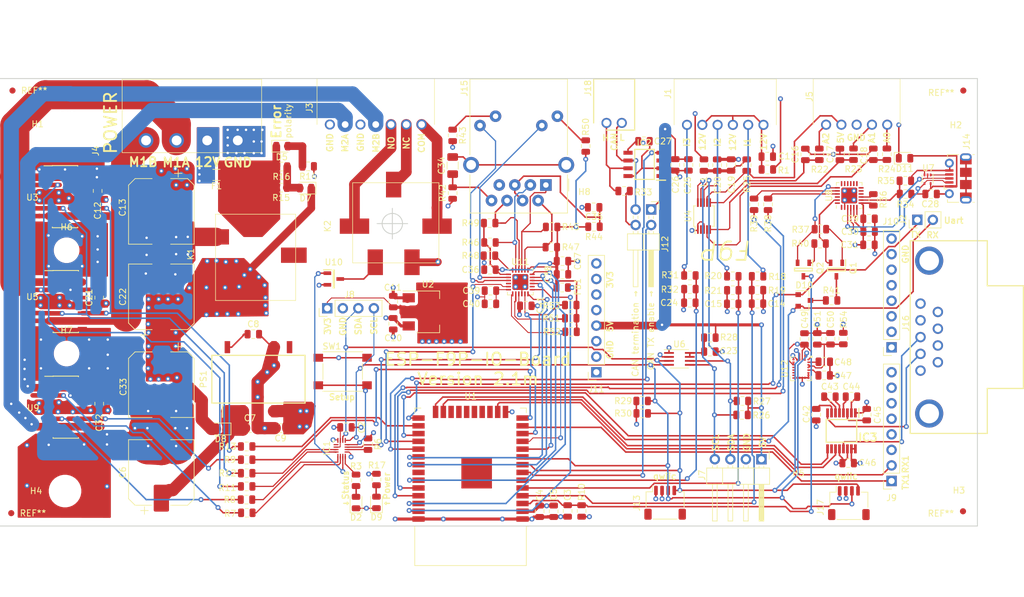
<source format=kicad_pcb>
(kicad_pcb (version 20171130) (host pcbnew "(5.1.2)-2")
  (layers (0 F.Cu mixed) (1 In1.Cu power hide) (2 In2.Cu power hide) (31 B.Cu signal) (35 F.Paste user hide) (36 B.SilkS user hide) (37 F.SilkS user) (38 B.Mask user hide) (39 F.Mask user hide) (44 Edge.Cuts user hide))
  (net 0 "")
  (net 1 GND)
  (net 2 /powerSupply/V_In_12V)
  (net 3 /motorDriverA/outB)
  (net 4 /motorDriverA/outA)
  (net 5 +3V3)
  (net 6 +12V)
  (net 7 "Net-(D2-Pad2)")
  (net 8 +5V)
  (net 9 /motorDriverA/PWM)
  (net 10 /motorDriverA/InB)
  (net 11 /motorDriverA/INA)
  (net 12 "Net-(U5-Pad13)")
  (net 13 "Net-(J5-Pad5)")
  (net 14 "Net-(J5-Pad4)")
  (net 15 "Net-(J5-Pad2)")
  (net 16 "Net-(C19-Pad1)")
  (net 17 /LAN8720/EMAC_RXD1:GPIO26)
  (net 18 /LAN8720/+3V3LAN)
  (net 19 "Net-(Q1-Pad2)")
  (net 20 "Net-(Q2-Pad1)")
  (net 21 "Net-(C1-Pad2)")
  (net 22 "Net-(IC1-Pad10)")
  (net 23 /sheet5C9DA53F/INA)
  (net 24 /M2_INA)
  (net 25 /M2_INB)
  (net 26 /sheet5C9DA53F/InB)
  (net 27 /sheet5C9DA53F/PWM)
  (net 28 /M2_PWM)
  (net 29 /ESP_EN)
  (net 30 /M1_INA)
  (net 31 "Net-(C50-Pad2)")
  (net 32 /LAN8720/EMAC_RX_CRS_DV:GPIO27)
  (net 33 /LAN8720/EMAC_RXD0:GPIO25)
  (net 34 "Net-(J15-PadL4)")
  (net 35 "Net-(R48-Pad2)")
  (net 36 "Net-(C35-Pad2)")
  (net 37 "Net-(J15-PadL2)")
  (net 38 "Net-(C34-Pad1)")
  (net 39 "Net-(Q1-Pad3)")
  (net 40 "Net-(D10-Pad3)")
  (net 41 /M1_PWM)
  (net 42 /usbUart/TX)
  (net 43 "Net-(R38-Pad2)")
  (net 44 "Net-(Q2-Pad2)")
  (net 45 "Net-(Q1-Pad1)")
  (net 46 "Net-(R36-Pad2)")
  (net 47 "Net-(R34-Pad1)")
  (net 48 "Net-(IC2-Pad7)")
  (net 49 /Input_3/output)
  (net 50 /Input_3/input)
  (net 51 /I2C_3_SDA)
  (net 52 /I2C_3_SCL)
  (net 53 "Net-(C23-Pad1)")
  (net 54 /I2C_5_SDA)
  (net 55 /I2C_5_SCL)
  (net 56 "Net-(R39-Pad2)")
  (net 57 /usbUart/RX)
  (net 58 /M1_INB)
  (net 59 "Net-(D5-Pad2)")
  (net 60 "Net-(D7-Pad2)")
  (net 61 "Net-(D5-Pad1)")
  (net 62 "Net-(D9-Pad2)")
  (net 63 /Input_1/input)
  (net 64 /Input_1/output)
  (net 65 /Input_2/output)
  (net 66 /Input_2/input)
  (net 67 "Net-(C18-Pad1)")
  (net 68 "Net-(J5-Pad1)")
  (net 69 "Net-(C17-Pad1)")
  (net 70 "Net-(C16-Pad1)")
  (net 71 /Relais/NC)
  (net 72 "Net-(K2-Pad4)")
  (net 73 /Relais/NO)
  (net 74 /Relais/COM)
  (net 75 /CAN_RXD)
  (net 76 /RXD01)
  (net 77 /TXD01)
  (net 78 "Net-(U1-Pad17)")
  (net 79 "Net-(U1-Pad18)")
  (net 80 "Net-(U1-Pad19)")
  (net 81 "Net-(U1-Pad20)")
  (net 82 "Net-(U1-Pad21)")
  (net 83 "Net-(U1-Pad22)")
  (net 84 /TXD02)
  (net 85 /RXD02)
  (net 86 /LAN8720/EMAC_CLK_OUT_180:GPIO17)
  (net 87 /CAN_TXD)
  (net 88 /LAN8720/EMAC_TXD0:GPIO19)
  (net 89 "Net-(U1-Pad32)")
  (net 90 /LAN8720/EMAC_TX_EN:GPIO21)
  (net 91 /LAN8720/EMAC_TXD1:GPIO22)
  (net 92 /LAN8720/MDC:GPIO23)
  (net 93 "Net-(J14-Pad4)")
  (net 94 "Net-(J14-Pad2)")
  (net 95 "Net-(J14-Pad3)")
  (net 96 /sheet5C9DA53F/outA)
  (net 97 /sheet5C9DA53F/outB)
  (net 98 "Net-(U9-Pad13)")
  (net 99 "Net-(U3-Pad13)")
  (net 100 "Net-(U4-Pad2)")
  (net 101 "Net-(C48-Pad2)")
  (net 102 "Net-(C47-Pad2)")
  (net 103 "Net-(U12-Pad9)")
  (net 104 "Net-(U12-Pad10)")
  (net 105 "Net-(U12-Pad11)")
  (net 106 "Net-(U12-Pad12)")
  (net 107 "Net-(U12-Pad13)")
  (net 108 "Net-(U8-Pad1)")
  (net 109 "Net-(U8-Pad10)")
  (net 110 "Net-(U8-Pad11)")
  (net 111 "Net-(U8-Pad12)")
  (net 112 "Net-(U8-Pad13)")
  (net 113 "Net-(U8-Pad14)")
  (net 114 "Net-(U8-Pad15)")
  (net 115 "Net-(U8-Pad16)")
  (net 116 "Net-(U8-Pad17)")
  (net 117 "Net-(U8-Pad18)")
  (net 118 "Net-(U8-Pad22)")
  (net 119 "Net-(U8-Pad24)")
  (net 120 "Net-(J15-PadR1)")
  (net 121 "Net-(U11-Pad14)")
  (net 122 "Net-(C39-Pad2)")
  (net 123 "Net-(U11-Pad4)")
  (net 124 "Net-(J15-PadL1)")
  (net 125 "Net-(J15-PadL3)")
  (net 126 /Relais/Enable)
  (net 127 "Net-(IC3-Pad13)")
  (net 128 "Net-(IC3-Pad10)")
  (net 129 "Net-(IC3-Pad8)")
  (net 130 "Net-(C42-Pad1)")
  (net 131 "Net-(C43-Pad1)")
  (net 132 "Net-(C43-Pad2)")
  (net 133 "Net-(C44-Pad1)")
  (net 134 "Net-(C45-Pad1)")
  (net 135 "Net-(C44-Pad2)")
  (net 136 "Net-(C8-Pad1)")
  (net 137 "Net-(PS1-Pad6)")
  (net 138 "Net-(C6-Pad1)")
  (net 139 "Net-(IC2-Pad6)")
  (net 140 "Net-(IC2-Pad1)")
  (net 141 "Net-(IC1-Pad1)")
  (net 142 "Net-(J15-PadR7)")
  (net 143 "Net-(C34-Pad2)")
  (net 144 /F9P/TX2)
  (net 145 "Net-(J9-Pad4)")
  (net 146 "Net-(J9-Pad5)")
  (net 147 "Net-(J9-Pad6)")
  (net 148 "Net-(J9-Pad7)")
  (net 149 "Net-(J9-Pad8)")
  (net 150 "Net-(J10-Pad8)")
  (net 151 "Net-(J10-Pad6)")
  (net 152 "Net-(J10-Pad5)")
  (net 153 "Net-(J10-Pad4)")
  (net 154 "Net-(J10-Pad3)")
  (net 155 "Net-(J10-Pad2)")
  (net 156 /F9P/RX2)
  (net 157 "Net-(J11-Pad1)")
  (net 158 "Net-(J11-Pad5)")
  (net 159 "Net-(J11-Pad6)")
  (net 160 "Net-(J11-Pad8)")
  (net 161 "Net-(J16-Pad1)")
  (net 162 "Net-(J16-Pad4)")
  (net 163 "Net-(J16-Pad6)")
  (net 164 "Net-(J16-Pad7)")
  (net 165 "Net-(J16-Pad8)")
  (net 166 "Net-(J16-Pad9)")
  (net 167 /LAN8720/RD-)
  (net 168 /LAN8720/TD-)
  (net 169 /LAN8720/RD+)
  (net 170 "Net-(IC1-Pad8)")
  (net 171 "Net-(IC1-Pad12)")
  (net 172 "Net-(J12-Pad4)")
  (net 173 "Net-(C28-Pad1)")
  (net 174 /LAN8720/MDIO)
  (net 175 /PHY_RST)
  (net 176 "Net-(K1-Pad5)")
  (net 177 /TXD03)
  (net 178 /RXD03)
  (module LED_SMD:LED_0805_2012Metric (layer F.Cu) (at 79.2353 106.7585 90)
    (fp_text reference D9 (at -2.4107 0.0127 180) (layer F.SilkS))
    (fp_text value LED/green)
    (pad 2 smd roundrect (at 0.9375 0 90) (size 0.975 1.4) (layers F.Cu F.Paste F.Mask) (net 62 "Net-(D9-Pad2)"))
    (pad 1 smd roundrect (at -0.9375 0 90) (size 0.975 1.4) (layers F.Cu F.Paste F.Mask) (net 1 GND))
  )
  (module LED_SMD:LED_0805_2012Metric (layer F.Cu) (at 75.8952 106.7816 90)
    (fp_text reference D2 (at -2.4384 0 180) (layer F.SilkS))
    (fp_text value LED/yellow)
    (pad 2 smd roundrect (at 0.9375 0 90) (size 0.975 1.4) (layers F.Cu F.Paste F.Mask) (net 7 "Net-(D2-Pad2)"))
    (pad 1 smd roundrect (at -0.9375 0 90) (size 0.975 1.4) (layers F.Cu F.Paste F.Mask) (net 1 GND))
  )
  (module LED_SMD:LED_0805_2012Metric (layer F.Cu) (at 63.8025 48.514)
    (fp_text reference D5 (at -0.0485 1.778) (layer F.SilkS))
    (fp_text value LED/red)
    (pad 2 smd roundrect (at 0.9375 0) (size 0.975 1.4) (layers F.Cu F.Paste F.Mask) (net 59 "Net-(D5-Pad2)"))
    (pad 1 smd roundrect (at -0.9375 0) (size 0.975 1.4) (layers F.Cu F.Paste F.Mask) (net 61 "Net-(D5-Pad1)"))
  )
  (module Fiducial:Fiducial_1mm_Dia_2mm_Outer (layer F.Cu) (at 175.17872 39.42588)
    (fp_text reference REF** (at -3.6068 0.3556) (layer F.SilkS))
    (fp_text value Fiducial_1mm_Dia_2mm_Outer)
    (pad "" smd circle (at 0 0) (size 1 1) (layers F.Cu F.Mask) (clearance 0.5))
  )
  (module Fiducial:Fiducial_1mm_Dia_2mm_Outer (layer F.Cu) (at 175.12792 108.20908)
    (fp_text reference REF** (at -3.6068 0.3556) (layer F.SilkS))
    (fp_text value Fiducial_1mm_Dia_2mm_Outer)
    (pad "" smd circle (at 0 0) (size 1 1) (layers F.Cu F.Mask) (clearance 0.5))
  )
  (module Fiducial:Fiducial_1mm_Dia_2mm_Outer (layer F.Cu) (at 19.52752 108.51388)
    (fp_text reference REF** (at 3.556 0) (layer F.SilkS))
    (fp_text value Fiducial_1mm_Dia_2mm_Outer)
    (pad "" smd circle (at 0 0) (size 1 1) (layers F.Cu F.Mask) (clearance 0.5))
  )
  (module Connector_PinHeader_2.54mm:PinHeader_1x02_P2.54mm_Vertical (layer F.Cu) (at 167.66032 60.55868 90)
    (fp_text reference J2 (at 0 -2.33 90) (layer F.SilkS))
    (fp_text value Conn_01x02_Male)
    (pad 1 thru_hole rect (at 0 0 90) (size 1.7 1.7) (drill 1) (layers *.Cu *.Mask) (net 177 /TXD03))
    (pad 2 thru_hole oval (at 0 2.54 90) (size 1.7 1.7) (drill 1) (layers *.Cu *.Mask) (net 178 /RXD03))
  )
  (module Connector_own:1814870 (layer F.Cu) (at 157.74416 41.656 180)
    (fp_text reference J5 (at 7.71652 1.24968 270) (layer F.SilkS) (effects (font (thickness 0.154))))
    (fp_text value PTSM-Header-Horizontal-5 hide)
    (pad 1 thru_hole circle (at -5 -3.35 180) (size 1.65 1.65) (drill 1.1) (layers *.Cu *.Mask) (net 68 "Net-(J5-Pad1)"))
    (pad 2 thru_hole circle (at -2.5 -3.35 180) (size 1.65 1.65) (drill 1.1) (layers *.Cu *.Mask) (net 15 "Net-(J5-Pad2)"))
    (pad 3 thru_hole circle (at 0 -3.35 180) (size 1.65 1.65) (drill 1.1) (layers *.Cu *.Mask) (net 1 GND))
    (pad 4 thru_hole circle (at 2.5 -3.35 180) (size 1.65 1.65) (drill 1.1) (layers *.Cu *.Mask) (net 14 "Net-(J5-Pad4)"))
    (pad 5 thru_hole circle (at 5 -3.35 180) (size 1.65 1.65) (drill 1.1) (layers *.Cu *.Mask) (net 13 "Net-(J5-Pad5)"))
  )
  (module Connector_own:1814883 (layer F.Cu) (at 136.25576 41.03116 180)
    (fp_text reference J1 (at 9.37768 1.10236 270) (layer F.SilkS) (effects (font (thickness 0.154))))
    (fp_text value PTSM-Header-Horizontal-6 hide)
    (pad 1 thru_hole circle (at -6.25 -4 180) (size 1.65 1.65) (drill 1.1) (layers *.Cu *.Mask) (net 21 "Net-(C1-Pad2)"))
    (pad 2 thru_hole circle (at -3.75 -4 180) (size 1.65 1.65) (drill 1.1) (layers *.Cu *.Mask) (net 63 /Input_1/input))
    (pad 3 thru_hole circle (at -1.25 -4 180) (size 1.65 1.65) (drill 1.1) (layers *.Cu *.Mask) (net 21 "Net-(C1-Pad2)"))
    (pad 4 thru_hole circle (at 1.25 -4 180) (size 1.65 1.65) (drill 1.1) (layers *.Cu *.Mask) (net 66 /Input_2/input))
    (pad 5 thru_hole circle (at 3.75 -4 180) (size 1.65 1.65) (drill 1.1) (layers *.Cu *.Mask) (net 21 "Net-(C1-Pad2)"))
    (pad 6 thru_hole circle (at 6.25 -4 180) (size 1.65 1.65) (drill 1.1) (layers *.Cu *.Mask) (net 50 /Input_3/input))
  )
  (module Connector_own:1814841 (layer F.Cu) (at 118.09476 41.26484)
    (fp_text reference J18 (at -4.28752 -2.23012 90) (layer F.SilkS) (effects (font (thickness 0.154))))
    (fp_text value PTSM-Header-Horizontal-2 hide)
    (pad 1 thru_hole circle (at -1.25 3.45) (size 1.65 1.65) (drill 1.1) (layers *.Cu *.Mask) (net 48 "Net-(IC2-Pad7)"))
    (pad 2 thru_hole circle (at 1.25 3.45) (size 1.65 1.65) (drill 1.1) (layers *.Cu *.Mask) (net 139 "Net-(IC2-Pad6)"))
  )
  (module Connector_own:1814896 (layer F.Cu) (at 78.867 41.97604 180)
    (fp_text reference J3 (at 10.58164 -0.29972 270) (layer F.SilkS) (effects (font (thickness 0.154))))
    (fp_text value PTSM-Header-Horizontal-7 hide)
    (pad 1 thru_hole circle (at -7.75 -3 180) (size 1.65 1.65) (drill 1.1) (layers *.Cu *.Mask) (net 74 /Relais/COM))
    (pad 2 thru_hole circle (at -5.25 -3 180) (size 1.65 1.65) (drill 1.1) (layers *.Cu *.Mask) (net 71 /Relais/NC))
    (pad 3 thru_hole circle (at -2.75 -3 180) (size 1.65 1.65) (drill 1.1) (layers *.Cu *.Mask) (net 73 /Relais/NO))
    (pad 4 thru_hole circle (at -0.25 -3 180) (size 1.65 1.65) (drill 1.1) (layers *.Cu *.Mask) (net 97 /sheet5C9DA53F/outB))
    (pad 5 thru_hole circle (at 2.25 -3 180) (size 1.65 1.65) (drill 1.1) (layers *.Cu *.Mask) (net 1 GND))
    (pad 6 thru_hole circle (at 4.75 -3 180) (size 1.65 1.65) (drill 1.1) (layers *.Cu *.Mask) (net 96 /sheet5C9DA53F/outA))
    (pad 7 thru_hole circle (at 7.25 -3 180) (size 1.65 1.65) (drill 1.1) (layers *.Cu *.Mask) (net 1 GND))
  )
  (module Connector_own:1836366 (layer F.Cu) (at 49.06264 43.0784 180)
    (fp_text reference J4 (at 15.73022 -6.21792 90) (layer F.SilkS) (effects (font (thickness 0.154))))
    (fp_text value CCA-Header-Horizontal-4 hide)
    (pad 4 thru_hole circle (at 7.5 -4.5 180) (size 2.4 2.4) (drill 1.6) (layers *.Cu *.Mask) (net 3 /motorDriverA/outB))
    (pad 3 thru_hole circle (at 2.5 -4.5 180) (size 2.4 2.4) (drill 1.6) (layers *.Cu *.Mask) (net 4 /motorDriverA/outA))
    (pad 2 thru_hole circle (at -2.5 -4.5 180) (size 2.4 2.4) (drill 1.6) (layers *.Cu *.Mask) (net 2 /powerSupply/V_In_12V))
    (pad 1 thru_hole circle (at -7.5 -4.5 180) (size 2.4 2.4) (drill 1.6) (layers *.Cu *.Mask) (net 1 GND))
  )
  (module ICs_own:Fuse_1206_3216Metric (layer F.Cu) (at 53.083 53.213 180)
    (fp_text reference F1 (at 0 -1.82 180) (layer F.SilkS))
    (fp_text value 12A/slow)
    (pad 2 smd roundrect (at 1.4 0 180) (size 1.25 1.75) (layers F.Cu F.Paste F.Mask) (roundrect_rratio 0.2) (net 2 /powerSupply/V_In_12V))
    (pad 1 smd roundrect (at -1.4 0 180) (size 1.25 1.75) (layers F.Cu F.Paste F.Mask) (roundrect_rratio 0.2) (net 61 "Net-(D5-Pad1)"))
  )
  (module Diode_SMD:D_0805_2012Metric (layer F.Cu) (at 67.6425 55.372 180)
    (fp_text reference D7 (at 0 -1.65 180) (layer F.SilkS))
    (fp_text value SD0805S020S1R0)
    (pad 2 smd roundrect (at 0.9375 0 180) (size 0.975 1.4) (layers F.Cu F.Paste F.Mask) (net 60 "Net-(D7-Pad2)"))
    (pad 1 smd roundrect (at -0.9375 0 180) (size 0.975 1.4) (layers F.Cu F.Paste F.Mask) (net 6 +12V))
  )
  (module Diode_SMD:D_0805_2012Metric (layer F.Cu) (at 53.7695 94.742 180)
    (fp_text reference D8 (at 0 -1.65 180) (layer F.SilkS))
    (fp_text value SD0805S020S1R0)
    (pad 2 smd roundrect (at 0.9375 0 180) (size 0.975 1.4) (layers F.Cu F.Paste F.Mask) (net 6 +12V))
    (pad 1 smd roundrect (at -0.9375 0 180) (size 0.975 1.4) (layers F.Cu F.Paste F.Mask) (net 138 "Net-(C6-Pad1)"))
  )
  (module Diode_SMD:D_0805_2012Metric (layer F.Cu) (at 165.57474 50.49012)
    (fp_text reference D11 (at 0.02818 1.69672 180) (layer F.SilkS))
    (fp_text value SD0805S020S1R0)
    (pad 2 smd roundrect (at 0.9375 0) (size 0.975 1.4) (layers F.Cu F.Paste F.Mask) (net 173 "Net-(C28-Pad1)"))
    (pad 1 smd roundrect (at -0.9375 0) (size 0.975 1.4) (layers F.Cu F.Paste F.Mask) (net 8 +5V))
  )
  (module Connector_own:LD09P33E4GV00LF (layer F.Cu) (at 179.10048 79.7306 90)
    (fp_text reference J16 (at 2.25552 -13.31976 270) (layer F.SilkS) (effects (font (thickness 0.154))))
    (fp_text value DB9_Male_MountingHoles hide)
    (pad 1 thru_hole circle (at -5.48 -10.92 90) (size 1.7 1.7) (drill 1.1) (layers *.Cu *.Mask) (net 161 "Net-(J16-Pad1)"))
    (pad 2 thru_hole circle (at -2.74 -10.92 90) (size 1.7 1.7) (drill 1.1) (layers *.Cu *.Mask) (net 129 "Net-(IC3-Pad8)"))
    (pad 3 thru_hole circle (at 0 -10.92 90) (size 1.7 1.7) (drill 1.1) (layers *.Cu *.Mask) (net 127 "Net-(IC3-Pad13)"))
    (pad 4 thru_hole circle (at 2.74 -10.92 90) (size 1.7 1.7) (drill 1.1) (layers *.Cu *.Mask) (net 162 "Net-(J16-Pad4)"))
    (pad 5 thru_hole circle (at 5.48 -10.92 90) (size 1.7 1.7) (drill 1.1) (layers *.Cu *.Mask) (net 1 GND))
    (pad 6 thru_hole circle (at -4.11 -8.08 90) (size 1.7 1.7) (drill 1.1) (layers *.Cu *.Mask) (net 163 "Net-(J16-Pad6)"))
    (pad 7 thru_hole circle (at -1.37 -8.08 90) (size 1.7 1.7) (drill 1.1) (layers *.Cu *.Mask) (net 164 "Net-(J16-Pad7)"))
    (pad 8 thru_hole circle (at 1.37 -8.08 90) (size 1.7 1.7) (drill 1.1) (layers *.Cu *.Mask) (net 165 "Net-(J16-Pad8)"))
    (pad 9 thru_hole circle (at 4.11 -8.08 90) (size 1.7 1.7) (drill 1.1) (layers *.Cu *.Mask) (net 166 "Net-(J16-Pad9)"))
    (pad 0 thru_hole circle (at -12.495 -9.5 90) (size 4.6 4.6) (drill 3.2) (layers *.Cu *.Mask) (net 1 GND))
    (pad 0 thru_hole circle (at 12.495 -9.5 90) (size 4.6 4.6) (drill 3.2) (layers *.Cu *.Mask) (net 1 GND))
  )
  (module Connector_own:USB_Micro-B_Molex-105017-0001 (layer F.Cu) (at 174.35322 53.79212 90)
    (fp_text reference J14 (at 6.02742 1.3589 90) (layer F.SilkS))
    (fp_text value USB_B_Micro)
    (pad 6 smd rect (at -2.9 1.2375 90) (size 1.2 1.9) (layers F.Cu F.Mask) (net 1 GND))
    (pad 6 smd rect (at 2.9 1.2375 90) (size 1.2 1.9) (layers F.Cu F.Mask) (net 1 GND))
    (pad 6 thru_hole oval (at 3.5 1.2375 90) (size 1.2 1.9) (drill oval 0.6 1.3) (layers *.Cu *.Mask) (net 1 GND))
    (pad 6 thru_hole oval (at -3.5 1.2375 270) (size 1.2 1.9) (drill oval 0.6 1.3) (layers *.Cu *.Mask) (net 1 GND))
    (pad 6 smd rect (at -1 1.2375 90) (size 1.5 1.9) (layers F.Cu F.Paste F.Mask) (net 1 GND))
    (pad 6 thru_hole circle (at 2.5 -1.4625 90) (size 1.45 1.45) (drill 0.85) (layers *.Cu *.Mask) (net 1 GND))
    (pad 3 smd rect (at 0 -1.4625 90) (size 0.4 1.35) (layers F.Cu F.Paste F.Mask) (net 95 "Net-(J14-Pad3)"))
    (pad 4 smd rect (at 0.65 -1.4625 90) (size 0.4 1.35) (layers F.Cu F.Paste F.Mask) (net 93 "Net-(J14-Pad4)"))
    (pad 5 smd rect (at 1.3 -1.4625 90) (size 0.4 1.35) (layers F.Cu F.Paste F.Mask) (net 1 GND))
    (pad 1 smd rect (at -1.3 -1.4625 90) (size 0.4 1.35) (layers F.Cu F.Paste F.Mask) (net 173 "Net-(C28-Pad1)"))
    (pad 2 smd rect (at -0.65 -1.4625 90) (size 0.4 1.35) (layers F.Cu F.Paste F.Mask) (net 94 "Net-(J14-Pad2)"))
    (pad 6 thru_hole circle (at -2.5 -1.4625 90) (size 1.45 1.45) (drill 0.85) (layers *.Cu *.Mask) (net 1 GND))
    (pad 6 smd rect (at 1 1.2375 90) (size 1.5 1.9) (layers F.Cu F.Paste F.Mask) (net 1 GND))
  )
  (module Connector_PinHeader_2.54mm:PinHeader_2x02_P2.54mm_Horizontal (layer F.Cu) (at 124.1425 58.8645 270)
    (fp_text reference J12 (at 5.655 -2.27 270) (layer F.SilkS))
    (fp_text value Conn_02x02_Odd_Even)
    (pad 4 thru_hole oval (at 2.54 2.54 270) (size 1.7 1.7) (drill 1) (layers *.Cu *.Mask) (net 172 "Net-(J12-Pad4)"))
    (pad 3 thru_hole oval (at 0 2.54 270) (size 1.7 1.7) (drill 1) (layers *.Cu *.Mask) (net 139 "Net-(IC2-Pad6)"))
    (pad 2 thru_hole oval (at 2.54 0 270) (size 1.7 1.7) (drill 1) (layers *.Cu *.Mask) (net 87 /CAN_TXD))
    (pad 1 thru_hole rect (at 0 0 270) (size 1.7 1.7) (drill 1) (layers *.Cu *.Mask) (net 140 "Net-(IC2-Pad1)"))
  )
  (module Package_TO_SOT_SMD:SOT-553 (layer F.Cu) (at 169.33672 53.91912 270)
    (fp_text reference U7 (at -1.8415 -0.127) (layer F.SilkS))
    (fp_text value TPD3E001DRLR)
    (pad 4 smd rect (at 0.7 0.5 270) (size 0.45 0.3) (layers F.Cu F.Paste F.Mask) (net 94 "Net-(J14-Pad2)"))
    (pad 2 smd rect (at -0.7 0 270) (size 0.45 0.3) (layers F.Cu F.Paste F.Mask) (net 95 "Net-(J14-Pad3)"))
    (pad 5 smd rect (at 0.7 -0.5 270) (size 0.45 0.3) (layers F.Cu F.Paste F.Mask) (net 173 "Net-(C28-Pad1)"))
    (pad 3 smd rect (at -0.7 0.5 270) (size 0.45 0.3) (layers F.Cu F.Paste F.Mask) (net 1 GND))
    (pad 1 smd rect (at -0.7 -0.5 270) (size 0.45 0.3) (layers F.Cu F.Paste F.Mask) (net 93 "Net-(J14-Pad4)"))
  )
  (module Connector_own:JST_SH_SM04B-SRSS-TB_1x04-1MP_P1.00mm_Horizontal (layer F.Cu) (at 156.464 106.8705)
    (fp_text reference J17 (at -4.6355 0.6985 90) (layer F.SilkS))
    (fp_text value "SM04B-SRSS-TB(LF)(SN)")
    (pad MP smd roundrect (at 2.8 1.875) (size 1.2 1.8) (layers F.Cu F.Paste F.Mask) (roundrect_rratio 0.208333))
    (pad MP smd roundrect (at -2.8 1.875) (size 1.2 1.8) (layers F.Cu F.Paste F.Mask) (roundrect_rratio 0.208333))
    (pad 4 smd roundrect (at 1.5 -2) (size 0.6 1.55) (layers F.Cu F.Paste F.Mask) (net 51 /I2C_3_SDA))
    (pad 3 smd roundrect (at 0.5 -2) (size 0.6 1.55) (layers F.Cu F.Paste F.Mask) (net 52 /I2C_3_SCL))
    (pad 2 smd roundrect (at -0.5 -2) (size 0.6 1.55) (layers F.Cu F.Paste F.Mask) (net 5 +3V3))
    (pad 1 smd roundrect (at -1.5 -2) (size 0.6 1.55) (layers F.Cu F.Paste F.Mask) (net 1 GND))
  )
  (module Connector_own:JST_SH_SM04B-SRSS-TB_1x04-1MP_P1.00mm_Horizontal (layer F.Cu) (at 126.4285 106.807)
    (fp_text reference J13 (at -4.6355 0.0635 90) (layer F.SilkS))
    (fp_text value "SM04B-SRSS-TB(LF)(SN)")
    (pad MP smd roundrect (at 2.8 1.875) (size 1.2 1.8) (layers F.Cu F.Paste F.Mask) (roundrect_rratio 0.208333))
    (pad MP smd roundrect (at -2.8 1.875) (size 1.2 1.8) (layers F.Cu F.Paste F.Mask) (roundrect_rratio 0.208333))
    (pad 4 smd roundrect (at 1.5 -2) (size 0.6 1.55) (layers F.Cu F.Paste F.Mask) (net 51 /I2C_3_SDA))
    (pad 3 smd roundrect (at 0.5 -2) (size 0.6 1.55) (layers F.Cu F.Paste F.Mask) (net 52 /I2C_3_SCL))
    (pad 2 smd roundrect (at -0.5 -2) (size 0.6 1.55) (layers F.Cu F.Paste F.Mask) (net 5 +3V3))
    (pad 1 smd roundrect (at -1.5 -2) (size 0.6 1.55) (layers F.Cu F.Paste F.Mask) (net 1 GND))
  )
  (module Connector_own:RJ45_Amphenol_RJMG1BD3B8K1ANR (layer F.Cu) (at 106.934 54.864 180)
    (fp_text reference J15 (at 13.335 15.8115 270) (layer F.SilkS))
    (fp_text value RJ45_Amphenol_RJMG1BD3B8K1ANR)
    (pad "" np_thru_hole circle (at 10.16 6.34 180) (size 3.25 3.25) (drill 3.25) (layers *.Cu *.Mask))
    (pad "" np_thru_hole circle (at -1.27 6.34 180) (size 3.25 3.25) (drill 3.25) (layers *.Cu *.Mask))
    (pad 13 thru_hole circle (at 12.22 3.29 180) (size 2.6 2.6) (drill 1.6) (layers *.Cu *.Mask) (net 143 "Net-(C34-Pad2)"))
    (pad 13 thru_hole circle (at -3.33 3.29 180) (size 2.6 2.6) (drill 1.6) (layers *.Cu *.Mask) (net 143 "Net-(C34-Pad2)"))
    (pad L4 thru_hole circle (at -1.88 11.24 180) (size 1.89 1.89) (drill 0.89) (layers *.Cu *.Mask) (net 34 "Net-(J15-PadL4)"))
    (pad L3 thru_hole circle (at 0.66 9.72 180) (size 1.89 1.89) (drill 0.89) (layers *.Cu *.Mask) (net 125 "Net-(J15-PadL3)"))
    (pad L2 thru_hole circle (at 8.23 11.24 180) (size 1.89 1.89) (drill 0.89) (layers *.Cu *.Mask) (net 37 "Net-(J15-PadL2)"))
    (pad L1 thru_hole circle (at 10.77 9.72 180) (size 1.89 1.89) (drill 0.89) (layers *.Cu *.Mask) (net 124 "Net-(J15-PadL1)"))
    (pad R8 thru_hole circle (at 8.89 -2.54 180) (size 1.9 1.9) (drill 0.9) (layers *.Cu *.Mask) (net 38 "Net-(C34-Pad1)"))
    (pad R7 thru_hole circle (at 7.62 0 180) (size 1.9 1.9) (drill 0.9) (layers *.Cu *.Mask) (net 142 "Net-(J15-PadR7)"))
    (pad R6 thru_hole circle (at 6.35 -2.54 180) (size 1.9 1.9) (drill 0.9) (layers *.Cu *.Mask) (net 167 /LAN8720/RD-))
    (pad R5 thru_hole circle (at 5.08 0 180) (size 1.9 1.9) (drill 0.9) (layers *.Cu *.Mask) (net 36 "Net-(C35-Pad2)"))
    (pad R4 thru_hole circle (at 3.81 -2.54 180) (size 1.9 1.9) (drill 0.9) (layers *.Cu *.Mask) (net 36 "Net-(C35-Pad2)"))
    (pad R3 thru_hole circle (at 2.54 0 180) (size 1.9 1.9) (drill 0.9) (layers *.Cu *.Mask) (net 169 /LAN8720/RD+))
    (pad R2 thru_hole circle (at 1.27 -2.54 180) (size 1.9 1.9) (drill 0.9) (layers *.Cu *.Mask) (net 168 /LAN8720/TD-))
    (pad R1 thru_hole rect (at 0 0 180) (size 1.9 1.9) (drill 0.9) (layers *.Cu *.Mask) (net 120 "Net-(J15-PadR1)"))
  )
  (module Connector_PinHeader_2.54mm:PinHeader_1x04_P2.54mm_Vertical (layer F.Cu) (at 71.1962 75.01636 90)
    (fp_text reference J8 (at 2.24536 3.6322 180) (layer F.SilkS))
    (fp_text value Conn_01x04_Male)
    (pad 4 thru_hole oval (at 0 7.62 90) (size 1.7 1.7) (drill 1) (layers *.Cu *.Mask) (net 52 /I2C_3_SCL))
    (pad 3 thru_hole oval (at 0 5.08 90) (size 1.7 1.7) (drill 1) (layers *.Cu *.Mask) (net 51 /I2C_3_SDA))
    (pad 2 thru_hole oval (at 0 2.54 90) (size 1.7 1.7) (drill 1) (layers *.Cu *.Mask) (net 1 GND))
    (pad 1 thru_hole rect (at 0 0 90) (size 1.7 1.7) (drill 1) (layers *.Cu *.Mask) (net 5 +3V3))
  )
  (module Connector_PinHeader_2.54mm:PinHeader_1x04_P2.54mm_Horizontal (layer F.Cu) (at 142.1765 99.695 270)
    (fp_text reference J7 (at 2.6035 9.7155 90) (layer F.SilkS))
    (fp_text value Conn_01x04_Male)
    (pad 4 thru_hole oval (at 0 7.62 270) (size 1.7 1.7) (drill 1) (layers *.Cu *.Mask) (net 55 /I2C_5_SCL))
    (pad 3 thru_hole oval (at 0 5.08 270) (size 1.7 1.7) (drill 1) (layers *.Cu *.Mask) (net 54 /I2C_5_SDA))
    (pad 2 thru_hole oval (at 0 2.54 270) (size 1.7 1.7) (drill 1) (layers *.Cu *.Mask) (net 1 GND))
    (pad 1 thru_hole rect (at 0 0 270) (size 1.7 1.7) (drill 1) (layers *.Cu *.Mask) (net 8 +5V))
  )
  (module MountingHole:MountingHole_3.2mm_M3_DIN965 (layer F.Cu) (at 115.16868 53.70576)
    (fp_text reference H8 (at -1.94564 2.27584 180) (layer F.SilkS))
    (fp_text value MountingHole)
    (pad 1 np_thru_hole circle (at 0 0) (size 3.2 3.2) (drill 3.2) (layers *.Cu *.Mask))
  )
  (module MountingHole:MountingHole_3.2mm_M3_DIN965 (layer F.Cu) (at 28.575 82.423)
    (fp_text reference H7 (at 0 -3.8) (layer F.SilkS))
    (fp_text value MountingHole)
    (pad 1 np_thru_hole circle (at 0 0) (size 3.2 3.2) (drill 3.2) (layers *.Cu *.Mask))
  )
  (module MountingHole:MountingHole_3.2mm_M3_DIN965 (layer F.Cu) (at 28.575 65.532)
    (fp_text reference H6 (at 0 -3.8) (layer F.SilkS))
    (fp_text value MountingHole)
    (pad 1 np_thru_hole circle (at 0 0) (size 3.2 3.2) (drill 3.2) (layers *.Cu *.Mask))
  )
  (module MountingHole:MountingHole_4.3mm_M4_DIN965 (layer F.Cu) (at 170.1165 104.902)
    (fp_text reference H3 (at 4.34594 -0.10668) (layer F.SilkS))
    (fp_text value MountingHole)
    (pad 1 np_thru_hole circle (at 0 0) (size 4.3 4.3) (drill 4.3) (layers *.Cu *.Mask))
  )
  (module MountingHole:MountingHole_4.3mm_M4_DIN965 (layer F.Cu) (at 28.321 104.902)
    (fp_text reference H4 (at -4.73456 -0.02032) (layer F.SilkS))
    (fp_text value MountingHole)
    (pad 1 np_thru_hole circle (at 0 0) (size 4.3 4.3) (drill 4.3) (layers *.Cu *.Mask))
  )
  (module MountingHole:MountingHole_4.3mm_M4_DIN965 (layer F.Cu) (at 28.5115 44.958)
    (fp_text reference H1 (at -4.67106 -0.05588) (layer F.SilkS))
    (fp_text value MountingHole)
    (pad 1 np_thru_hole circle (at 0 0) (size 4.3 4.3) (drill 4.3) (layers *.Cu *.Mask))
  )
  (module MountingHole:MountingHole_4.3mm_M4_DIN965 (layer F.Cu) (at 169.926 44.958)
    (fp_text reference H2 (at 4.02844 0.11176) (layer F.SilkS))
    (fp_text value MountingHole)
    (pad 1 np_thru_hole circle (at 0 0) (size 4.3 4.3) (drill 4.3) (layers *.Cu *.Mask))
  )
  (module Button_Switch_SMD:SW_SPST_PTS645 (layer F.Cu) (at 73.71588 85.3567 180)
    (fp_text reference SW1 (at 1.76276 4.12242) (layer F.SilkS))
    (fp_text value SW_Push)
    (pad 2 smd rect (at 3.98 2.25 180) (size 1.55 1.3) (layers F.Cu F.Paste F.Mask) (net 1 GND))
    (pad 1 smd rect (at 3.98 -2.25 180) (size 1.55 1.3) (layers F.Cu F.Paste F.Mask) (net 171 "Net-(IC1-Pad12)"))
    (pad 1 smd rect (at -3.98 -2.25 180) (size 1.55 1.3) (layers F.Cu F.Paste F.Mask) (net 171 "Net-(IC1-Pad12)"))
    (pad 2 smd rect (at -3.98 2.25 180) (size 1.55 1.3) (layers F.Cu F.Paste F.Mask) (net 1 GND))
  )
  (module Capacitor_SMD:CP_Elec_10x10.5 (layer F.Cu) (at 44.069 87.503 270)
    (fp_text reference C33 (at 0.381 6.223 270) (layer F.SilkS))
    (fp_text value 560u)
    (pad 2 smd roundrect (at 4.2 0 270) (size 4.4 2.5) (layers F.Cu F.Paste F.Mask) (roundrect_rratio 0.1) (net 1 GND))
    (pad 1 smd roundrect (at -4.2 0 270) (size 4.4 2.5) (layers F.Cu F.Paste F.Mask) (roundrect_rratio 0.1) (net 6 +12V))
  )
  (module Capacitor_SMD:CP_Elec_10x10.5 (layer F.Cu) (at 44.069 101.863 90)
    (fp_text reference C6 (at 0 -6.3 90) (layer F.SilkS))
    (fp_text value 560u)
    (pad 2 smd roundrect (at 4.2 0 90) (size 4.4 2.5) (layers F.Cu F.Paste F.Mask) (roundrect_rratio 0.1) (net 1 GND))
    (pad 1 smd roundrect (at -4.2 0 90) (size 4.4 2.5) (layers F.Cu F.Paste F.Mask) (roundrect_rratio 0.1) (net 138 "Net-(C6-Pad1)"))
  )
  (module Capacitor_SMD:CP_Elec_10x10.5 (layer F.Cu) (at 44.069 59.182 270)
    (fp_text reference C13 (at -0.635 6.35 270) (layer F.SilkS))
    (fp_text value 560u)
    (pad 2 smd roundrect (at 4.2 0 270) (size 4.4 2.5) (layers F.Cu F.Paste F.Mask) (roundrect_rratio 0.1) (net 1 GND))
    (pad 1 smd roundrect (at -4.2 0 270) (size 4.4 2.5) (layers F.Cu F.Paste F.Mask) (roundrect_rratio 0.1) (net 6 +12V))
  )
  (module Capacitor_SMD:CP_Elec_10x10.5 (layer F.Cu) (at 44.069 73.152 90)
    (fp_text reference C22 (at 0 -6.3 90) (layer F.SilkS))
    (fp_text value 560u)
    (pad 2 smd roundrect (at 4.2 0 90) (size 4.4 2.5) (layers F.Cu F.Paste F.Mask) (roundrect_rratio 0.1) (net 1 GND))
    (pad 1 smd roundrect (at -4.2 0 90) (size 4.4 2.5) (layers F.Cu F.Paste F.Mask) (roundrect_rratio 0.1) (net 6 +12V))
  )
  (module Capacitor_SMD:C_0805_2012Metric (layer F.Cu) (at 137.211978 51.596562 90)
    (fp_text reference C19 (at -3.203938 0.075022 90) (layer F.SilkS))
    (fp_text value 100n)
    (pad 2 smd roundrect (at 0.9375 0 90) (size 0.975 1.4) (layers F.Cu F.Paste F.Mask) (net 1 GND))
    (pad 1 smd roundrect (at -0.9375 0 90) (size 0.975 1.4) (layers F.Cu F.Paste F.Mask) (net 16 "Net-(C19-Pad1)"))
  )
  (module Capacitor_SMD:C_0805_2012Metric (layer F.Cu) (at 155.0035 49.8625 90)
    (fp_text reference C17 (at 0.015 -1.5875 90) (layer F.SilkS))
    (fp_text value 1n)
    (pad 2 smd roundrect (at 0.9375 0 90) (size 0.975 1.4) (layers F.Cu F.Paste F.Mask) (net 1 GND))
    (pad 1 smd roundrect (at -0.9375 0 90) (size 0.975 1.4) (layers F.Cu F.Paste F.Mask) (net 69 "Net-(C17-Pad1)"))
  )
  (module Capacitor_SMD:C_0805_2012Metric (layer F.Cu) (at 149.352 49.8625 90)
    (fp_text reference C16 (at 0.015 -1.651 90) (layer F.SilkS))
    (fp_text value 1n)
    (pad 2 smd roundrect (at 0.9375 0 90) (size 0.975 1.4) (layers F.Cu F.Paste F.Mask) (net 1 GND))
    (pad 1 smd roundrect (at -0.9375 0 90) (size 0.975 1.4) (layers F.Cu F.Paste F.Mask) (net 70 "Net-(C16-Pad1)"))
  )
  (module Capacitor_SMD:C_0805_2012Metric (layer F.Cu) (at 137.4775 74.295 180)
    (fp_text reference C15 (at 3.175 0 180) (layer F.SilkS))
    (fp_text value 1n)
    (pad 2 smd roundrect (at 0.9375 0 180) (size 0.975 1.4) (layers F.Cu F.Paste F.Mask) (net 1 GND))
    (pad 1 smd roundrect (at -0.9375 0 180) (size 0.975 1.4) (layers F.Cu F.Paste F.Mask) (net 65 /Input_2/output))
  )
  (module Capacitor_SMD:C_0805_2012Metric (layer F.Cu) (at 141.527998 74.258118)
    (fp_text reference C14 (at 3.118501 0.013499) (layer F.SilkS))
    (fp_text value 1n)
    (pad 2 smd roundrect (at 0.9375 0) (size 0.975 1.4) (layers F.Cu F.Paste F.Mask) (net 1 GND))
    (pad 1 smd roundrect (at -0.9375 0) (size 0.975 1.4) (layers F.Cu F.Paste F.Mask) (net 64 /Input_1/output))
  )
  (module Capacitor_SMD:C_0805_2012Metric (layer F.Cu) (at 81.9785 73.929 90)
    (fp_text reference C11 (at 2.301 -0.0635 180) (layer F.SilkS))
    (fp_text value 22u)
    (pad 2 smd roundrect (at 0.9375 0 90) (size 0.975 1.4) (layers F.Cu F.Paste F.Mask) (net 1 GND))
    (pad 1 smd roundrect (at -0.9375 0 90) (size 0.975 1.4) (layers F.Cu F.Paste F.Mask) (net 5 +3V3))
  )
  (module Capacitor_SMD:C_0805_2012Metric (layer F.Cu) (at 81.9785 77.5485 270)
    (fp_text reference C10 (at 2.3345 0) (layer F.SilkS))
    (fp_text value 10u)
    (pad 2 smd roundrect (at 0.9375 0 270) (size 0.975 1.4) (layers F.Cu F.Paste F.Mask) (net 1 GND))
    (pad 1 smd roundrect (at -0.9375 0 270) (size 0.975 1.4) (layers F.Cu F.Paste F.Mask) (net 8 +5V))
  )
  (module Capacitor_SMD:C_0805_2012Metric (layer F.Cu) (at 63.5485 94.615 180)
    (fp_text reference C9 (at 0 -1.65 180) (layer F.SilkS))
    (fp_text value 22u)
    (pad 2 smd roundrect (at 0.9375 0 180) (size 0.975 1.4) (layers F.Cu F.Paste F.Mask) (net 1 GND))
    (pad 1 smd roundrect (at -0.9375 0 180) (size 0.975 1.4) (layers F.Cu F.Paste F.Mask) (net 8 +5V))
  )
  (module Capacitor_SMD:C_0805_2012Metric (layer F.Cu) (at 59.1035 79.248)
    (fp_text reference C8 (at 0 -1.65) (layer F.SilkS))
    (fp_text value 100n)
    (pad 2 smd roundrect (at 0.9375 0) (size 0.975 1.4) (layers F.Cu F.Paste F.Mask) (net 1 GND))
    (pad 1 smd roundrect (at -0.9375 0) (size 0.975 1.4) (layers F.Cu F.Paste F.Mask) (net 136 "Net-(C8-Pad1)"))
  )
  (module Capacitor_SMD:C_0805_2012Metric (layer F.Cu) (at 58.547 94.615)
    (fp_text reference C7 (at 0 -1.65) (layer F.SilkS))
    (fp_text value 10u)
    (pad 2 smd roundrect (at 0.9375 0) (size 0.975 1.4) (layers F.Cu F.Paste F.Mask) (net 1 GND))
    (pad 1 smd roundrect (at -0.9375 0) (size 0.975 1.4) (layers F.Cu F.Paste F.Mask) (net 138 "Net-(C6-Pad1)"))
  )
  (module Capacitor_SMD:C_0805_2012Metric (layer F.Cu) (at 108.204 108.204 270)
    (fp_text reference C5 (at -2.7455 0 270) (layer F.SilkS))
    (fp_text value 22u)
    (pad 2 smd roundrect (at 0.9375 0 270) (size 0.975 1.4) (layers F.Cu F.Paste F.Mask) (net 1 GND))
    (pad 1 smd roundrect (at -0.9375 0 270) (size 0.975 1.4) (layers F.Cu F.Paste F.Mask) (net 5 +3V3))
  )
  (module Capacitor_SMD:C_0805_2012Metric (layer F.Cu) (at 110.49 108.1555 270)
    (fp_text reference C3 (at -2.6185 0 270) (layer F.SilkS))
    (fp_text value 100n)
    (pad 2 smd roundrect (at 0.9375 0 270) (size 0.975 1.4) (layers F.Cu F.Paste F.Mask) (net 1 GND))
    (pad 1 smd roundrect (at -0.9375 0 270) (size 0.975 1.4) (layers F.Cu F.Paste F.Mask) (net 29 /ESP_EN))
  )
  (module Capacitor_SMD:C_0805_2012Metric (layer F.Cu) (at 160.4645 49.8475 90)
    (fp_text reference C18 (at -0.1905 -1.524 90) (layer F.SilkS))
    (fp_text value 1n)
    (pad 2 smd roundrect (at 0.9375 0 90) (size 0.975 1.4) (layers F.Cu F.Paste F.Mask) (net 1 GND))
    (pad 1 smd roundrect (at -0.9375 0 90) (size 0.975 1.4) (layers F.Cu F.Paste F.Mask) (net 67 "Net-(C18-Pad1)"))
  )
  (module Capacitor_SMD:C_0805_2012Metric (layer F.Cu) (at 134.9375 51.6105 90)
    (fp_text reference C20 (at -3.282438 0.075022 90) (layer F.SilkS))
    (fp_text value 22u)
    (pad 2 smd roundrect (at 0.9375 0 90) (size 0.975 1.4) (layers F.Cu F.Paste F.Mask) (net 1 GND))
    (pad 1 smd roundrect (at -0.9375 0 90) (size 0.975 1.4) (layers F.Cu F.Paste F.Mask) (net 16 "Net-(C19-Pad1)"))
  )
  (module Capacitor_SMD:C_0805_2012Metric (layer F.Cu) (at 33.909 73.279 90)
    (fp_text reference C21 (at 0 -1.65 90) (layer F.SilkS))
    (fp_text value 100n)
    (pad 2 smd roundrect (at 0.9375 0 90) (size 0.975 1.4) (layers F.Cu F.Paste F.Mask) (net 1 GND))
    (pad 1 smd roundrect (at -0.9375 0 90) (size 0.975 1.4) (layers F.Cu F.Paste F.Mask) (net 6 +12V))
  )
  (module Capacitor_SMD:C_0805_2012Metric (layer F.Cu) (at 133.751501 82.102001)
    (fp_text reference C23 (at 3.090999 -0.123501) (layer F.SilkS))
    (fp_text value 1n)
    (pad 2 smd roundrect (at 0.9375 0) (size 0.975 1.4) (layers F.Cu F.Paste F.Mask) (net 1 GND))
    (pad 1 smd roundrect (at -0.9375 0) (size 0.975 1.4) (layers F.Cu F.Paste F.Mask) (net 53 "Net-(C23-Pad1)"))
  )
  (module Capacitor_SMD:C_0805_2012Metric (layer F.Cu) (at 130.46686 74.1172 180)
    (fp_text reference C24 (at 3.3655 0 180) (layer F.SilkS))
    (fp_text value 1n)
    (pad 2 smd roundrect (at 0.9375 0 180) (size 0.975 1.4) (layers F.Cu F.Paste F.Mask) (net 1 GND))
    (pad 1 smd roundrect (at -0.9375 0 180) (size 0.975 1.4) (layers F.Cu F.Paste F.Mask) (net 49 /Input_3/output))
  )
  (module Capacitor_SMD:C_0805_2012Metric (layer F.Cu) (at 130.2385 51.577 270)
    (fp_text reference C25 (at 3.3505 0.127 270) (layer F.SilkS))
    (fp_text value 22u)
    (pad 2 smd roundrect (at 0.9375 0 270) (size 0.975 1.4) (layers F.Cu F.Paste F.Mask) (net 1 GND))
    (pad 1 smd roundrect (at -0.9375 0 270) (size 0.975 1.4) (layers F.Cu F.Paste F.Mask) (net 8 +5V))
  )
  (module Capacitor_SMD:C_0805_2012Metric (layer F.Cu) (at 128.0795 51.577 270)
    (fp_text reference C26 (at 3.2235 -0.0635 270) (layer F.SilkS))
    (fp_text value 100n)
    (pad 2 smd roundrect (at 0.9375 0 270) (size 0.975 1.4) (layers F.Cu F.Paste F.Mask) (net 1 GND))
    (pad 1 smd roundrect (at -0.9375 0 270) (size 0.975 1.4) (layers F.Cu F.Paste F.Mask) (net 8 +5V))
  )
  (module Capacitor_SMD:C_0805_2012Metric (layer F.Cu) (at 122.96926 47.71136 180)
    (fp_text reference C27 (at -3.09094 -0.00508 180) (layer F.SilkS))
    (fp_text value 100n)
    (pad 2 smd roundrect (at 0.9375 0 180) (size 0.975 1.4) (layers F.Cu F.Paste F.Mask) (net 5 +3V3))
    (pad 1 smd roundrect (at -0.9375 0 180) (size 0.975 1.4) (layers F.Cu F.Paste F.Mask) (net 1 GND))
  )
  (module Capacitor_SMD:C_0805_2012Metric (layer F.Cu) (at 169.90822 56.33212)
    (fp_text reference C28 (at -0.127 1.651) (layer F.SilkS))
    (fp_text value 100n)
    (pad 2 smd roundrect (at 0.9375 0) (size 0.975 1.4) (layers F.Cu F.Paste F.Mask) (net 1 GND))
    (pad 1 smd roundrect (at -0.9375 0) (size 0.975 1.4) (layers F.Cu F.Paste F.Mask) (net 173 "Net-(C28-Pad1)"))
  )
  (module Capacitor_SMD:C_0805_2012Metric (layer F.Cu) (at 159.766 60.3885 180)
    (fp_text reference C29 (at 3.1115 0 180) (layer F.SilkS))
    (fp_text value 100n)
    (pad 2 smd roundrect (at 0.9375 0 180) (size 0.975 1.4) (layers F.Cu F.Paste F.Mask) (net 5 +3V3))
    (pad 1 smd roundrect (at -0.9375 0 180) (size 0.975 1.4) (layers F.Cu F.Paste F.Mask) (net 1 GND))
  )
  (module Capacitor_SMD:C_0805_2012Metric (layer F.Cu) (at 159.781 62.484 180)
    (fp_text reference C30 (at 3.1265 0 180) (layer F.SilkS))
    (fp_text value 100n)
    (pad 2 smd roundrect (at 0.9375 0 180) (size 0.975 1.4) (layers F.Cu F.Paste F.Mask) (net 5 +3V3))
    (pad 1 smd roundrect (at -0.9375 0 180) (size 0.975 1.4) (layers F.Cu F.Paste F.Mask) (net 1 GND))
  )
  (module Capacitor_SMD:C_0805_2012Metric (layer F.Cu) (at 159.751 64.643 180)
    (fp_text reference C31 (at 3.16 0 180) (layer F.SilkS))
    (fp_text value 2.2u)
    (pad 2 smd roundrect (at 0.9375 0 180) (size 0.975 1.4) (layers F.Cu F.Paste F.Mask) (net 5 +3V3))
    (pad 1 smd roundrect (at -0.9375 0 180) (size 0.975 1.4) (layers F.Cu F.Paste F.Mask) (net 1 GND))
  )
  (module Capacitor_SMD:C_0805_2012Metric (layer F.Cu) (at 33.909 90.6295 90)
    (fp_text reference C32 (at -3.0965 0 90) (layer F.SilkS))
    (fp_text value 100n)
    (pad 2 smd roundrect (at 0.9375 0 90) (size 0.975 1.4) (layers F.Cu F.Paste F.Mask) (net 1 GND))
    (pad 1 smd roundrect (at -0.9375 0 90) (size 0.975 1.4) (layers F.Cu F.Paste F.Mask) (net 6 +12V))
  )
  (module Capacitor_SMD:C_0805_2012Metric (layer F.Cu) (at 74.2465 94.488)
    (fp_text reference C2 (at 2.5885 0 90) (layer F.SilkS))
    (fp_text value 100n)
    (pad 2 smd roundrect (at 0.9375 0) (size 0.975 1.4) (layers F.Cu F.Paste F.Mask) (net 1 GND))
    (pad 1 smd roundrect (at -0.9375 0) (size 0.975 1.4) (layers F.Cu F.Paste F.Mask) (net 5 +3V3))
  )
  (module Capacitor_SMD:C_0805_2012Metric (layer F.Cu) (at 105.918 108.204 270)
    (fp_text reference C4 (at -2.6185 0 270) (layer F.SilkS))
    (fp_text value 100n)
    (pad 2 smd roundrect (at 0.9375 0 270) (size 0.975 1.4) (layers F.Cu F.Paste F.Mask) (net 1 GND))
    (pad 1 smd roundrect (at -0.9375 0 270) (size 0.975 1.4) (layers F.Cu F.Paste F.Mask) (net 5 +3V3))
  )
  (module Capacitor_SMD:C_0805_2012Metric (layer F.Cu) (at 156.352 100.33 180)
    (fp_text reference C46 (at -3.16 0.0635 180) (layer F.SilkS))
    (fp_text value 100n)
    (pad 2 smd roundrect (at 0.9375 0 180) (size 0.975 1.4) (layers F.Cu F.Paste F.Mask) (net 1 GND))
    (pad 1 smd roundrect (at -0.9375 0 180) (size 0.975 1.4) (layers F.Cu F.Paste F.Mask) (net 5 +3V3))
  )
  (module Capacitor_SMD:C_0805_2012Metric (layer F.Cu) (at 159.385 92.4075 90)
    (fp_text reference C45 (at -0.0485 1.778 90) (layer F.SilkS))
    (fp_text value 100n)
    (pad 2 smd roundrect (at 0.9375 0 90) (size 0.975 1.4) (layers F.Cu F.Paste F.Mask) (net 1 GND))
    (pad 1 smd roundrect (at -0.9375 0 90) (size 0.975 1.4) (layers F.Cu F.Paste F.Mask) (net 134 "Net-(C45-Pad1)"))
  )
  (module Capacitor_SMD:C_0805_2012Metric (layer F.Cu) (at 156.8935 89.4715)
    (fp_text reference C44 (at 0 -1.65) (layer F.SilkS))
    (fp_text value 100n)
    (pad 2 smd roundrect (at 0.9375 0) (size 0.975 1.4) (layers F.Cu F.Paste F.Mask) (net 135 "Net-(C44-Pad2)"))
    (pad 1 smd roundrect (at -0.9375 0) (size 0.975 1.4) (layers F.Cu F.Paste F.Mask) (net 133 "Net-(C44-Pad1)"))
  )
  (module Capacitor_SMD:C_0805_2012Metric (layer F.Cu) (at 153.3675 89.4715)
    (fp_text reference C43 (at 0 -1.65) (layer F.SilkS))
    (fp_text value 100n)
    (pad 2 smd roundrect (at 0.9375 0) (size 0.975 1.4) (layers F.Cu F.Paste F.Mask) (net 132 "Net-(C43-Pad2)"))
    (pad 1 smd roundrect (at -0.9375 0) (size 0.975 1.4) (layers F.Cu F.Paste F.Mask) (net 131 "Net-(C43-Pad1)"))
  )
  (module Capacitor_SMD:C_0805_2012Metric (layer F.Cu) (at 152.43326 85.98916 180)
    (fp_text reference C47 (at -3.063 -0.0635 180) (layer F.SilkS))
    (fp_text value 10n)
    (pad 2 smd roundrect (at 0.9375 0 180) (size 0.975 1.4) (layers F.Cu F.Paste F.Mask) (net 102 "Net-(C47-Pad2)"))
    (pad 1 smd roundrect (at -0.9375 0 180) (size 0.975 1.4) (layers F.Cu F.Paste F.Mask) (net 1 GND))
  )
  (module Capacitor_SMD:C_0805_2012Metric (layer F.Cu) (at 103.647 74.6125 180)
    (fp_text reference C41 (at -2.3645 0.127 270) (layer F.SilkS))
    (fp_text value 100n)
    (pad 2 smd roundrect (at 0.9375 0 180) (size 0.975 1.4) (layers F.Cu F.Paste F.Mask) (net 5 +3V3))
    (pad 1 smd roundrect (at -0.9375 0 180) (size 0.975 1.4) (layers F.Cu F.Paste F.Mask) (net 1 GND))
  )
  (module Capacitor_SMD:C_0805_2012Metric (layer F.Cu) (at 97.8685 74.295)
    (fp_text reference C40 (at -3.1265 0) (layer F.SilkS))
    (fp_text value 2.2u)
    (pad 2 smd roundrect (at 0.9375 0) (size 0.975 1.4) (layers F.Cu F.Paste F.Mask) (net 122 "Net-(C39-Pad2)"))
    (pad 1 smd roundrect (at -0.9375 0) (size 0.975 1.4) (layers F.Cu F.Paste F.Mask) (net 1 GND))
  )
  (module Capacitor_SMD:C_0805_2012Metric (layer F.Cu) (at 97.8685 72.136)
    (fp_text reference C39 (at -3.1265 0) (layer F.SilkS))
    (fp_text value 100n)
    (pad 2 smd roundrect (at 0.9375 0) (size 0.975 1.4) (layers F.Cu F.Paste F.Mask) (net 122 "Net-(C39-Pad2)"))
    (pad 1 smd roundrect (at -0.9375 0) (size 0.975 1.4) (layers F.Cu F.Paste F.Mask) (net 1 GND))
  )
  (module Capacitor_SMD:C_0805_2012Metric (layer F.Cu) (at 109.6495 69.469)
    (fp_text reference C38 (at -2.3345 0 270) (layer F.SilkS))
    (fp_text value 100n)
    (pad 2 smd roundrect (at 0.9375 0) (size 0.975 1.4) (layers F.Cu F.Paste F.Mask) (net 1 GND))
    (pad 1 smd roundrect (at -0.9375 0) (size 0.975 1.4) (layers F.Cu F.Paste F.Mask) (net 18 /LAN8720/+3V3LAN))
  )
  (module Capacitor_SMD:C_0805_2012Metric (layer F.Cu) (at 109.6495 67.31)
    (fp_text reference C37 (at 2.4915 0 90) (layer F.SilkS))
    (fp_text value 22u)
    (pad 2 smd roundrect (at 0.9375 0) (size 0.975 1.4) (layers F.Cu F.Paste F.Mask) (net 1 GND))
    (pad 1 smd roundrect (at -0.9375 0) (size 0.975 1.4) (layers F.Cu F.Paste F.Mask) (net 18 /LAN8720/+3V3LAN))
  )
  (module Capacitor_SMD:C_0805_2012Metric (layer F.Cu) (at 97.79 68.707 180)
    (fp_text reference C36 (at 3.175 0 180) (layer F.SilkS))
    (fp_text value 100n)
    (pad 2 smd roundrect (at 0.9375 0 180) (size 0.975 1.4) (layers F.Cu F.Paste F.Mask) (net 1 GND))
    (pad 1 smd roundrect (at -0.9375 0 180) (size 0.975 1.4) (layers F.Cu F.Paste F.Mask) (net 18 /LAN8720/+3V3LAN))
  )
  (module Capacitor_SMD:C_0805_2012Metric (layer F.Cu) (at 114.748311 58.514999)
    (fp_text reference C35 (at 0.0485 1.524) (layer F.SilkS))
    (fp_text value 100n)
    (pad 2 smd roundrect (at 0.9375 0) (size 0.975 1.4) (layers F.Cu F.Paste F.Mask) (net 36 "Net-(C35-Pad2)"))
    (pad 1 smd roundrect (at -0.9375 0) (size 0.975 1.4) (layers F.Cu F.Paste F.Mask) (net 1 GND))
  )
  (module Capacitor_SMD:C_0805_2012Metric (layer F.Cu) (at 151.13 92.4075 270)
    (fp_text reference C42 (at -0.0785 1.5875 270) (layer F.SilkS))
    (fp_text value 100n)
    (pad 2 smd roundrect (at 0.9375 0 270) (size 0.975 1.4) (layers F.Cu F.Paste F.Mask) (net 1 GND))
    (pad 1 smd roundrect (at -0.9375 0 270) (size 0.975 1.4) (layers F.Cu F.Paste F.Mask) (net 130 "Net-(C42-Pad1)"))
  )
  (module Capacitor_SMD:C_0805_2012Metric (layer F.Cu) (at 152.44826 83.76666 180)
    (fp_text reference C48 (at -3.063 -0.0635 180) (layer F.SilkS))
    (fp_text value 100n)
    (pad 2 smd roundrect (at 0.9375 0 180) (size 0.975 1.4) (layers F.Cu F.Paste F.Mask) (net 101 "Net-(C48-Pad2)"))
    (pad 1 smd roundrect (at -0.9375 0 180) (size 0.975 1.4) (layers F.Cu F.Paste F.Mask) (net 1 GND))
  )
  (module Capacitor_SMD:C_0805_2012Metric (layer F.Cu) (at 33.655 55.8315 90)
    (fp_text reference C12 (at -3.2235 0 270) (layer F.SilkS))
    (fp_text value 100n)
    (pad 2 smd roundrect (at 0.9375 0 90) (size 0.975 1.4) (layers F.Cu F.Paste F.Mask) (net 1 GND))
    (pad 1 smd roundrect (at -0.9375 0 90) (size 0.975 1.4) (layers F.Cu F.Paste F.Mask) (net 6 +12V))
  )
  (module Capacitor_SMD:C_0805_2012Metric (layer F.Cu) (at 143.129 50.2285 180)
    (fp_text reference C1 (at -2.794 0.0635 180) (layer F.SilkS))
    (fp_text value 100n)
    (pad 2 smd roundrect (at 0.9375 0 180) (size 0.975 1.4) (layers F.Cu F.Paste F.Mask) (net 21 "Net-(C1-Pad2)"))
    (pad 1 smd roundrect (at -0.9375 0 180) (size 0.975 1.4) (layers F.Cu F.Paste F.Mask) (net 1 GND))
  )
  (module Capacitor_SMD:C_0805_2012Metric (layer F.Cu) (at 149.20976 80.03516 270)
    (fp_text reference C49 (at -3.1265 -0.0635 270) (layer F.SilkS))
    (fp_text value 100n)
    (pad 2 smd roundrect (at 0.9375 0 270) (size 0.975 1.4) (layers F.Cu F.Paste F.Mask) (net 5 +3V3))
    (pad 1 smd roundrect (at -0.9375 0 270) (size 0.975 1.4) (layers F.Cu F.Paste F.Mask) (net 1 GND))
  )
  (module Capacitor_SMD:C_0805_2012Metric (layer F.Cu) (at 151.30526 80.017565 270)
    (fp_text reference C51 (at -3.176663 -0.023031 270) (layer F.SilkS))
    (fp_text value 100n)
    (pad 2 smd roundrect (at 0.9375 0 270) (size 0.975 1.4) (layers F.Cu F.Paste F.Mask) (net 31 "Net-(C50-Pad2)"))
    (pad 1 smd roundrect (at -0.9375 0 270) (size 0.975 1.4) (layers F.Cu F.Paste F.Mask) (net 1 GND))
  )
  (module Capacitor_SMD:C_0805_2012Metric (layer F.Cu) (at 153.46426 80.000902 270)
    (fp_text reference C50 (at -3.146663 -0.023031 270) (layer F.SilkS))
    (fp_text value 10u)
    (pad 2 smd roundrect (at 0.9375 0 270) (size 0.975 1.4) (layers F.Cu F.Paste F.Mask) (net 31 "Net-(C50-Pad2)"))
    (pad 1 smd roundrect (at -0.9375 0 270) (size 0.975 1.4) (layers F.Cu F.Paste F.Mask) (net 1 GND))
  )
  (module Capacitor_SMD:C_1206_3216Metric (layer F.Cu) (at 91.694 51.686 90)
    (fp_text reference C34 (at 0 -1.82 90) (layer F.SilkS))
    (fp_text value 1n/2000V)
    (pad 2 smd roundrect (at 1.4 0 90) (size 1.25 1.75) (layers F.Cu F.Paste F.Mask) (roundrect_rratio 0.2) (net 143 "Net-(C34-Pad2)"))
    (pad 1 smd roundrect (at -1.4 0 90) (size 1.25 1.75) (layers F.Cu F.Paste F.Mask) (roundrect_rratio 0.2) (net 38 "Net-(C34-Pad1)"))
  )
  (module Connector_PinSocket_2.54mm:PinSocket_1x08_P2.54mm_Vertical (layer F.Cu) (at 115.189 85.471 180)
    (fp_text reference J11 (at 0 -2.77 180) (layer F.SilkS))
    (fp_text value Conn_01x08_Female)
    (pad 8 thru_hole oval (at 0 17.78 180) (size 1.7 1.7) (drill 1) (layers *.Cu *.Mask) (net 160 "Net-(J11-Pad8)"))
    (pad 7 thru_hole oval (at 0 15.24 180) (size 1.7 1.7) (drill 1) (layers *.Cu *.Mask) (net 5 +3V3))
    (pad 6 thru_hole oval (at 0 12.7 180) (size 1.7 1.7) (drill 1) (layers *.Cu *.Mask) (net 159 "Net-(J11-Pad6)"))
    (pad 5 thru_hole oval (at 0 10.16 180) (size 1.7 1.7) (drill 1) (layers *.Cu *.Mask) (net 158 "Net-(J11-Pad5)"))
    (pad 4 thru_hole oval (at 0 7.62 180) (size 1.7 1.7) (drill 1) (layers *.Cu *.Mask) (net 8 +5V))
    (pad 3 thru_hole oval (at 0 5.08 180) (size 1.7 1.7) (drill 1) (layers *.Cu *.Mask) (net 1 GND))
    (pad 2 thru_hole oval (at 0 2.54 180) (size 1.7 1.7) (drill 1) (layers *.Cu *.Mask) (net 1 GND))
    (pad 1 thru_hole rect (at 0 0 180) (size 1.7 1.7) (drill 1) (layers *.Cu *.Mask) (net 157 "Net-(J11-Pad1)"))
  )
  (module Connector_PinSocket_2.54mm:PinSocket_1x08_P2.54mm_Vertical (layer F.Cu) (at 163.449 81.407 180)
    (fp_text reference J10 (at 0.127 20.574 180) (layer F.SilkS))
    (fp_text value Conn_01x08_Female)
    (pad 8 thru_hole oval (at 0 17.78 180) (size 1.7 1.7) (drill 1) (layers *.Cu *.Mask) (net 150 "Net-(J10-Pad8)"))
    (pad 7 thru_hole oval (at 0 15.24 180) (size 1.7 1.7) (drill 1) (layers *.Cu *.Mask) (net 1 GND))
    (pad 6 thru_hole oval (at 0 12.7 180) (size 1.7 1.7) (drill 1) (layers *.Cu *.Mask) (net 151 "Net-(J10-Pad6)"))
    (pad 5 thru_hole oval (at 0 10.16 180) (size 1.7 1.7) (drill 1) (layers *.Cu *.Mask) (net 152 "Net-(J10-Pad5)"))
    (pad 4 thru_hole oval (at 0 7.62 180) (size 1.7 1.7) (drill 1) (layers *.Cu *.Mask) (net 153 "Net-(J10-Pad4)"))
    (pad 3 thru_hole oval (at 0 5.08 180) (size 1.7 1.7) (drill 1) (layers *.Cu *.Mask) (net 154 "Net-(J10-Pad3)"))
    (pad 2 thru_hole oval (at 0 2.54 180) (size 1.7 1.7) (drill 1) (layers *.Cu *.Mask) (net 155 "Net-(J10-Pad2)"))
    (pad 1 thru_hole rect (at 0 0 180) (size 1.7 1.7) (drill 1) (layers *.Cu *.Mask) (net 156 /F9P/RX2))
  )
  (module Connector_PinSocket_2.54mm:PinSocket_1x08_P2.54mm_Vertical (layer F.Cu) (at 163.449 103.251 180)
    (fp_text reference J9 (at 0 -2.77 180) (layer F.SilkS))
    (fp_text value Conn_01x08_Female)
    (pad 8 thru_hole oval (at 0 17.78 180) (size 1.7 1.7) (drill 1) (layers *.Cu *.Mask) (net 149 "Net-(J9-Pad8)"))
    (pad 7 thru_hole oval (at 0 15.24 180) (size 1.7 1.7) (drill 1) (layers *.Cu *.Mask) (net 148 "Net-(J9-Pad7)"))
    (pad 6 thru_hole oval (at 0 12.7 180) (size 1.7 1.7) (drill 1) (layers *.Cu *.Mask) (net 147 "Net-(J9-Pad6)"))
    (pad 5 thru_hole oval (at 0 10.16 180) (size 1.7 1.7) (drill 1) (layers *.Cu *.Mask) (net 146 "Net-(J9-Pad5)"))
    (pad 4 thru_hole oval (at 0 7.62 180) (size 1.7 1.7) (drill 1) (layers *.Cu *.Mask) (net 145 "Net-(J9-Pad4)"))
    (pad 3 thru_hole oval (at 0 5.08 180) (size 1.7 1.7) (drill 1) (layers *.Cu *.Mask) (net 144 /F9P/TX2))
    (pad 2 thru_hole oval (at 0 2.54 180) (size 1.7 1.7) (drill 1) (layers *.Cu *.Mask) (net 77 /TXD01))
    (pad 1 thru_hole rect (at 0 0 180) (size 1.7 1.7) (drill 1) (layers *.Cu *.Mask) (net 76 /RXD01))
  )
  (module ICs_own:QFN40P180X260X55-16N (layer F.Cu) (at 73.533 97.917)
    (fp_text reference IC1 (at -2.413 0 90) (layer F.SilkS))
    (fp_text value FXL6408UMX hide)
    (pad 1 smd rect (at -0.9 -0.6 90) (size 0.2 0.8) (layers F.Cu F.Paste F.Mask) (net 141 "Net-(IC1-Pad1)"))
    (pad 2 smd rect (at -0.9 -0.2 90) (size 0.2 0.8) (layers F.Cu F.Paste F.Mask) (net 5 +3V3))
    (pad 3 smd rect (at -0.9 0.2 90) (size 0.2 0.8) (layers F.Cu F.Paste F.Mask) (net 58 /M1_INB))
    (pad 4 smd rect (at -0.9 0.6 90) (size 0.2 0.8) (layers F.Cu F.Paste F.Mask) (net 30 /M1_INA))
    (pad 5 smd rect (at -0.6 1.3) (size 0.2 0.8) (layers F.Cu F.Paste F.Mask) (net 25 /M2_INB))
    (pad 6 smd rect (at -0.2 1.3) (size 0.2 0.8) (layers F.Cu F.Paste F.Mask) (net 24 /M2_INA))
    (pad 7 smd rect (at 0.2 1.3) (size 0.2 0.8) (layers F.Cu F.Paste F.Mask) (net 126 /Relais/Enable))
    (pad 8 smd rect (at 0.6 1.3) (size 0.2 0.8) (layers F.Cu F.Paste F.Mask) (net 170 "Net-(IC1-Pad8)"))
    (pad 9 smd rect (at 0.9 0.6 90) (size 0.2 0.8) (layers F.Cu F.Paste F.Mask) (net 1 GND))
    (pad 10 smd rect (at 0.9 0.2 90) (size 0.2 0.8) (layers F.Cu F.Paste F.Mask) (net 22 "Net-(IC1-Pad10)"))
    (pad 11 smd rect (at 0.9 -0.2 90) (size 0.2 0.8) (layers F.Cu F.Paste F.Mask) (net 175 /PHY_RST))
    (pad 12 smd rect (at 0.9 -0.6 90) (size 0.2 0.8) (layers F.Cu F.Paste F.Mask) (net 171 "Net-(IC1-Pad12)"))
    (pad 13 smd rect (at 0.6 -1.3) (size 0.2 0.8) (layers F.Cu F.Paste F.Mask) (net 52 /I2C_3_SCL))
    (pad 14 smd rect (at 0.2 -1.3) (size 0.2 0.8) (layers F.Cu F.Paste F.Mask) (net 51 /I2C_3_SDA))
    (pad 15 smd rect (at -0.2 -1.3) (size 0.2 0.8) (layers F.Cu F.Paste F.Mask) (net 5 +3V3))
    (pad 16 smd rect (at -0.6 -1.3) (size 0.2 0.8) (layers F.Cu F.Paste F.Mask) (net 1 GND))
  )
  (module ICs_own:SOIC127P600X175-8N (layer F.Cu) (at 123.063 51.4985 180)
    (fp_text reference IC2 (at 0.0635 3.556 180) (layer F.SilkS) (effects (font (thickness 0.154))))
    (fp_text value ATA6561 hide)
    (pad 1 smd rect (at -2.7 -1.905 270) (size 0.65 1.5) (layers F.Cu F.Paste F.Mask) (net 140 "Net-(IC2-Pad1)"))
    (pad 2 smd rect (at -2.7 -0.635 270) (size 0.65 1.5) (layers F.Cu F.Paste F.Mask) (net 1 GND))
    (pad 3 smd rect (at -2.7 0.635 270) (size 0.65 1.5) (layers F.Cu F.Paste F.Mask) (net 8 +5V))
    (pad 4 smd rect (at -2.7 1.905 270) (size 0.65 1.5) (layers F.Cu F.Paste F.Mask) (net 75 /CAN_RXD))
    (pad 5 smd rect (at 2.7 1.905 270) (size 0.65 1.5) (layers F.Cu F.Paste F.Mask) (net 5 +3V3))
    (pad 6 smd rect (at 2.7 0.635 270) (size 0.65 1.5) (layers F.Cu F.Paste F.Mask) (net 139 "Net-(IC2-Pad6)"))
    (pad 7 smd rect (at 2.7 -0.635 270) (size 0.65 1.5) (layers F.Cu F.Paste F.Mask) (net 48 "Net-(IC2-Pad7)"))
    (pad 8 smd rect (at 2.7 -1.905 270) (size 0.65 1.5) (layers F.Cu F.Paste F.Mask) (net 1 GND))
  )
  (module ICs_own:SOP254P1140X825-10N (layer F.Cu) (at 59.944 86.614 90)
    (fp_text reference PS1 (at 0 -9 90) (layer F.SilkS))
    (fp_text value V78E05-1000-SMT-TR hide)
    (pad 1 smd rect (at -5.238 -5.08 180) (size 0.9 1.975) (layers F.Cu F.Paste F.Mask) (net 138 "Net-(C6-Pad1)"))
    (pad 2 smd rect (at -5.238 -2.54 180) (size 0.9 1.975) (layers F.Cu F.Paste F.Mask) (net 138 "Net-(C6-Pad1)"))
    (pad 3 smd rect (at -5.238 0 180) (size 0.9 1.975) (layers F.Cu F.Paste F.Mask) (net 1 GND))
    (pad 4 smd rect (at -5.238 2.54 180) (size 0.9 1.975) (layers F.Cu F.Paste F.Mask) (net 8 +5V))
    (pad 5 smd rect (at -5.238 5.08 180) (size 0.9 1.975) (layers F.Cu F.Paste F.Mask) (net 8 +5V))
    (pad 6 smd rect (at 5.238 5.08 180) (size 0.9 1.975) (layers F.Cu F.Paste F.Mask) (net 137 "Net-(PS1-Pad6)"))
    (pad 7 smd rect (at 5.238 2.54 180) (size 0.9 1.975) (layers F.Cu F.Paste F.Mask) (net 1 GND))
    (pad 10 smd rect (at 5.238 -5.08 180) (size 0.9 1.975) (layers F.Cu F.Paste F.Mask) (net 136 "Net-(C8-Pad1)"))
  )
  (module ICs_own:SOP65P640X120-16N (layer F.Cu) (at 155.2575 95.0595 270)
    (fp_text reference IC3 (at 1.0795 -4.318) (layer F.SilkS) (effects (font (size 1.27 1.27) (thickness 0.254))))
    (fp_text value ICL3221EIVZ hide)
    (pad 1 smd rect (at -2.938 -2.275) (size 0.45 1.475) (layers F.Cu F.Paste F.Mask) (net 1 GND))
    (pad 2 smd rect (at -2.938 -1.625) (size 0.45 1.475) (layers F.Cu F.Paste F.Mask) (net 135 "Net-(C44-Pad2)"))
    (pad 3 smd rect (at -2.938 -0.975) (size 0.45 1.475) (layers F.Cu F.Paste F.Mask) (net 134 "Net-(C45-Pad1)"))
    (pad 4 smd rect (at -2.938 -0.325) (size 0.45 1.475) (layers F.Cu F.Paste F.Mask) (net 133 "Net-(C44-Pad1)"))
    (pad 5 smd rect (at -2.938 0.325) (size 0.45 1.475) (layers F.Cu F.Paste F.Mask) (net 132 "Net-(C43-Pad2)"))
    (pad 6 smd rect (at -2.938 0.975) (size 0.45 1.475) (layers F.Cu F.Paste F.Mask) (net 131 "Net-(C43-Pad1)"))
    (pad 7 smd rect (at -2.938 1.625) (size 0.45 1.475) (layers F.Cu F.Paste F.Mask) (net 130 "Net-(C42-Pad1)"))
    (pad 8 smd rect (at -2.938 2.275) (size 0.45 1.475) (layers F.Cu F.Paste F.Mask) (net 129 "Net-(IC3-Pad8)"))
    (pad 9 smd rect (at 2.938 2.275) (size 0.45 1.475) (layers F.Cu F.Paste F.Mask) (net 85 /RXD02))
    (pad 10 smd rect (at 2.938 1.625) (size 0.45 1.475) (layers F.Cu F.Paste F.Mask) (net 128 "Net-(IC3-Pad10)"))
    (pad 11 smd rect (at 2.938 0.975) (size 0.45 1.475) (layers F.Cu F.Paste F.Mask) (net 84 /TXD02))
    (pad 12 smd rect (at 2.938 0.325) (size 0.45 1.475) (layers F.Cu F.Paste F.Mask) (net 1 GND))
    (pad 13 smd rect (at 2.938 -0.325) (size 0.45 1.475) (layers F.Cu F.Paste F.Mask) (net 127 "Net-(IC3-Pad13)"))
    (pad 14 smd rect (at 2.938 -0.975) (size 0.45 1.475) (layers F.Cu F.Paste F.Mask) (net 1 GND))
    (pad 15 smd rect (at 2.938 -1.625) (size 0.45 1.475) (layers F.Cu F.Paste F.Mask) (net 5 +3V3))
    (pad 16 smd rect (at 2.938 -2.275) (size 0.45 1.475) (layers F.Cu F.Paste F.Mask) (net 5 +3V3))
  )
  (module ICs_own:SOT95P230X110-3N (layer F.Cu) (at 154.432 68.69176 270)
    (fp_text reference Q1 (at -0.25 -2.75 270) (layer F.SilkS) (effects (font (thickness 0.154))))
    (fp_text value BC817-40,215 hide)
    (pad 1 smd rect (at -1.1 -0.95) (size 0.6 1.05) (layers F.Cu F.Paste F.Mask) (net 45 "Net-(Q1-Pad1)"))
    (pad 2 smd rect (at -1.1 0.95) (size 0.6 1.05) (layers F.Cu F.Paste F.Mask) (net 19 "Net-(Q1-Pad2)"))
    (pad 3 smd rect (at 1.1 0) (size 0.6 1.05) (layers F.Cu F.Paste F.Mask) (net 39 "Net-(Q1-Pad3)"))
  )
  (module ICs_own:SOT95P230X110-3N (layer F.Cu) (at 149.0345 68.69176 270)
    (fp_text reference Q2 (at -0.25 -2.75 270) (layer F.SilkS) (effects (font (thickness 0.154))))
    (fp_text value BC817-40,215 hide)
    (pad 1 smd rect (at -1.1 -0.95) (size 0.6 1.05) (layers F.Cu F.Paste F.Mask) (net 20 "Net-(Q2-Pad1)"))
    (pad 2 smd rect (at -1.1 0.95) (size 0.6 1.05) (layers F.Cu F.Paste F.Mask) (net 44 "Net-(Q2-Pad2)"))
    (pad 3 smd rect (at 1.1 0) (size 0.6 1.05) (layers F.Cu F.Paste F.Mask) (net 29 /ESP_EN))
  )
  (module ICs_own:SOT95P237X100-3N (layer F.Cu) (at 72.263 70.231)
    (fp_text reference U10 (at 0 -2.75) (layer F.SilkS))
    (fp_text value NUD3124LT1G hide)
    (pad 1 smd rect (at -1.05 -0.95 90) (size 0.6 1.25) (layers F.Cu F.Paste F.Mask) (net 126 /Relais/Enable))
    (pad 2 smd rect (at -1.05 0.95 90) (size 0.6 1.25) (layers F.Cu F.Paste F.Mask) (net 1 GND))
    (pad 3 smd rect (at 1.05 0 90) (size 0.6 1.25) (layers F.Cu F.Paste F.Mask) (net 72 "Net-(K2-Pad4)"))
  )
  (module Inductor_SMD:L_0805_2012Metric (layer F.Cu) (at 109.601 71.628 180)
    (fp_text reference FB1 (at -2.54 0.127 270) (layer F.SilkS))
    (fp_text value 600R/2A)
    (pad 2 smd roundrect (at 0.9375 0 180) (size 0.975 1.4) (layers F.Cu F.Paste F.Mask) (net 18 /LAN8720/+3V3LAN))
    (pad 1 smd roundrect (at -0.9375 0 180) (size 0.975 1.4) (layers F.Cu F.Paste F.Mask) (net 5 +3V3))
  )
  (module Inductor_SMD:L_0805_2012Metric (layer F.Cu) (at 132.7785 51.6105 90)
    (fp_text reference L1 (at -2.682 0 90) (layer F.SilkS))
    (fp_text value 22u)
    (pad 2 smd roundrect (at 0.9375 0 90) (size 0.975 1.4) (layers F.Cu F.Paste F.Mask) (net 8 +5V))
    (pad 1 smd roundrect (at -0.9375 0 90) (size 0.975 1.4) (layers F.Cu F.Paste F.Mask) (net 16 "Net-(C19-Pad1)"))
  )
  (module MountingHole:MountingHole_3.2mm_M3_DIN965 (layer F.Cu) (at 148.209 105.791)
    (fp_text reference H5 (at 0 -3.8) (layer F.SilkS))
    (fp_text value MountingHole)
    (pad 1 np_thru_hole circle (at 0 0) (size 3.2 3.2) (drill 3.2) (layers *.Cu *.Mask))
  )
  (module Package_DFN_QFN:QFN-24-1EP_4x4mm_P0.5mm_EP2.6x2.6mm (layer F.Cu) (at 102.758 70.724)
    (fp_text reference U11 (at 0 -3.3) (layer F.SilkS))
    (fp_text value LAN8720A)
    (pad 24 smd roundrect (at -1.25 -1.9375) (size 0.25 0.825) (layers F.Cu F.Paste F.Mask) (net 35 "Net-(R48-Pad2)"))
    (pad 23 smd roundrect (at -0.75 -1.9375) (size 0.25 0.825) (layers F.Cu F.Paste F.Mask) (net 169 /LAN8720/RD+))
    (pad 22 smd roundrect (at -0.25 -1.9375) (size 0.25 0.825) (layers F.Cu F.Paste F.Mask) (net 167 /LAN8720/RD-))
    (pad 21 smd roundrect (at 0.25 -1.9375) (size 0.25 0.825) (layers F.Cu F.Paste F.Mask) (net 120 "Net-(J15-PadR1)"))
    (pad 20 smd roundrect (at 0.75 -1.9375) (size 0.25 0.825) (layers F.Cu F.Paste F.Mask) (net 168 /LAN8720/TD-))
    (pad 19 smd roundrect (at 1.25 -1.9375) (size 0.25 0.825) (layers F.Cu F.Paste F.Mask) (net 18 /LAN8720/+3V3LAN))
    (pad 18 smd roundrect (at 1.9375 -1.25) (size 0.825 0.25) (layers F.Cu F.Paste F.Mask) (net 91 /LAN8720/EMAC_TXD1:GPIO22))
    (pad 17 smd roundrect (at 1.9375 -0.75) (size 0.825 0.25) (layers F.Cu F.Paste F.Mask) (net 88 /LAN8720/EMAC_TXD0:GPIO19))
    (pad 16 smd roundrect (at 1.9375 -0.25) (size 0.825 0.25) (layers F.Cu F.Paste F.Mask) (net 90 /LAN8720/EMAC_TX_EN:GPIO21))
    (pad 15 smd roundrect (at 1.9375 0.25) (size 0.825 0.25) (layers F.Cu F.Paste F.Mask) (net 175 /PHY_RST))
    (pad 14 smd roundrect (at 1.9375 0.75) (size 0.825 0.25) (layers F.Cu F.Paste F.Mask) (net 121 "Net-(U11-Pad14)"))
    (pad 13 smd roundrect (at 1.9375 1.25) (size 0.825 0.25) (layers F.Cu F.Paste F.Mask) (net 92 /LAN8720/MDC:GPIO23))
    (pad 12 smd roundrect (at 1.25 1.9375) (size 0.25 0.825) (layers F.Cu F.Paste F.Mask) (net 174 /LAN8720/MDIO))
    (pad 11 smd roundrect (at 0.75 1.9375) (size 0.25 0.825) (layers F.Cu F.Paste F.Mask) (net 32 /LAN8720/EMAC_RX_CRS_DV:GPIO27))
    (pad 10 smd roundrect (at 0.25 1.9375) (size 0.25 0.825) (layers F.Cu F.Paste F.Mask) (net 1 GND))
    (pad 9 smd roundrect (at -0.25 1.9375) (size 0.25 0.825) (layers F.Cu F.Paste F.Mask) (net 5 +3V3))
    (pad 8 smd roundrect (at -0.75 1.9375) (size 0.25 0.825) (layers F.Cu F.Paste F.Mask) (net 33 /LAN8720/EMAC_RXD0:GPIO25))
    (pad 7 smd roundrect (at -1.25 1.9375) (size 0.25 0.825) (layers F.Cu F.Paste F.Mask) (net 17 /LAN8720/EMAC_RXD1:GPIO26))
    (pad 6 smd roundrect (at -1.9375 1.25) (size 0.825 0.25) (layers F.Cu F.Paste F.Mask) (net 122 "Net-(C39-Pad2)"))
    (pad 5 smd roundrect (at -1.9375 0.75) (size 0.825 0.25) (layers F.Cu F.Paste F.Mask) (net 86 /LAN8720/EMAC_CLK_OUT_180:GPIO17))
    (pad 4 smd roundrect (at -1.9375 0.25) (size 0.825 0.25) (layers F.Cu F.Paste F.Mask) (net 123 "Net-(U11-Pad4)"))
    (pad 3 smd roundrect (at -1.9375 -0.25) (size 0.825 0.25) (layers F.Cu F.Paste F.Mask) (net 124 "Net-(J15-PadL1)"))
    (pad 2 smd roundrect (at -1.9375 -0.75) (size 0.825 0.25) (layers F.Cu F.Paste F.Mask) (net 125 "Net-(J15-PadL3)"))
    (pad 1 smd roundrect (at -1.9375 -1.25) (size 0.825 0.25) (layers F.Cu F.Paste F.Mask) (net 18 /LAN8720/+3V3LAN))
    (pad 25 smd roundrect (at 0 0) (size 2.6 2.6) (layers F.Cu F.Mask) (roundrect_rratio 0.096154) (net 1 GND))
  )
  (module Package_DFN_QFN:QFN-24-1EP_4x4mm_P0.5mm_EP2.6x2.6mm (layer F.Cu) (at 156.5275 56.5785 90)
    (fp_text reference U8 (at 0 -3.3 90) (layer F.SilkS))
    (fp_text value CP2102N-A01-GQFN24)
    (pad 24 smd roundrect (at -1.25 -1.9375 90) (size 0.25 0.825) (layers F.Cu F.Paste F.Mask) (net 119 "Net-(U8-Pad24)"))
    (pad 23 smd roundrect (at -0.75 -1.9375 90) (size 0.25 0.825) (layers F.Cu F.Paste F.Mask) (net 19 "Net-(Q1-Pad2)"))
    (pad 22 smd roundrect (at -0.25 -1.9375 90) (size 0.25 0.825) (layers F.Cu F.Paste F.Mask) (net 118 "Net-(U8-Pad22)"))
    (pad 21 smd roundrect (at 0.25 -1.9375 90) (size 0.25 0.825) (layers F.Cu F.Paste F.Mask) (net 43 "Net-(R38-Pad2)"))
    (pad 20 smd roundrect (at 0.75 -1.9375 90) (size 0.25 0.825) (layers F.Cu F.Paste F.Mask) (net 56 "Net-(R39-Pad2)"))
    (pad 19 smd roundrect (at 1.25 -1.9375 90) (size 0.25 0.825) (layers F.Cu F.Paste F.Mask) (net 44 "Net-(Q2-Pad2)"))
    (pad 18 smd roundrect (at 1.9375 -1.25 90) (size 0.825 0.25) (layers F.Cu F.Paste F.Mask) (net 117 "Net-(U8-Pad18)"))
    (pad 17 smd roundrect (at 1.9375 -0.75 90) (size 0.825 0.25) (layers F.Cu F.Paste F.Mask) (net 116 "Net-(U8-Pad17)"))
    (pad 16 smd roundrect (at 1.9375 -0.25 90) (size 0.825 0.25) (layers F.Cu F.Paste F.Mask) (net 115 "Net-(U8-Pad16)"))
    (pad 15 smd roundrect (at 1.9375 0.25 90) (size 0.825 0.25) (layers F.Cu F.Paste F.Mask) (net 114 "Net-(U8-Pad15)"))
    (pad 14 smd roundrect (at 1.9375 0.75 90) (size 0.825 0.25) (layers F.Cu F.Paste F.Mask) (net 113 "Net-(U8-Pad14)"))
    (pad 13 smd roundrect (at 1.9375 1.25 90) (size 0.825 0.25) (layers F.Cu F.Paste F.Mask) (net 112 "Net-(U8-Pad13)"))
    (pad 12 smd roundrect (at 1.25 1.9375 90) (size 0.25 0.825) (layers F.Cu F.Paste F.Mask) (net 111 "Net-(U8-Pad12)"))
    (pad 11 smd roundrect (at 0.75 1.9375 90) (size 0.25 0.825) (layers F.Cu F.Paste F.Mask) (net 110 "Net-(U8-Pad11)"))
    (pad 10 smd roundrect (at 0.25 1.9375 90) (size 0.25 0.825) (layers F.Cu F.Paste F.Mask) (net 109 "Net-(U8-Pad10)"))
    (pad 9 smd roundrect (at -0.25 1.9375 90) (size 0.25 0.825) (layers F.Cu F.Paste F.Mask) (net 46 "Net-(R36-Pad2)"))
    (pad 8 smd roundrect (at -0.75 1.9375 90) (size 0.25 0.825) (layers F.Cu F.Paste F.Mask) (net 47 "Net-(R34-Pad1)"))
    (pad 7 smd roundrect (at -1.25 1.9375 90) (size 0.25 0.825) (layers F.Cu F.Paste F.Mask) (net 5 +3V3))
    (pad 6 smd roundrect (at -1.9375 1.25 90) (size 0.825 0.25) (layers F.Cu F.Paste F.Mask) (net 5 +3V3))
    (pad 5 smd roundrect (at -1.9375 0.75 90) (size 0.825 0.25) (layers F.Cu F.Paste F.Mask) (net 5 +3V3))
    (pad 4 smd roundrect (at -1.9375 0.25 90) (size 0.825 0.25) (layers F.Cu F.Paste F.Mask) (net 94 "Net-(J14-Pad2)"))
    (pad 3 smd roundrect (at -1.9375 -0.25 90) (size 0.825 0.25) (layers F.Cu F.Paste F.Mask) (net 95 "Net-(J14-Pad3)"))
    (pad 2 smd roundrect (at -1.9375 -0.75 90) (size 0.825 0.25) (layers F.Cu F.Paste F.Mask) (net 1 GND))
    (pad 1 smd roundrect (at -1.9375 -1.25 90) (size 0.825 0.25) (layers F.Cu F.Paste F.Mask) (net 108 "Net-(U8-Pad1)"))
    (pad 25 smd roundrect (at 0 0 90) (size 2.6 2.6) (layers F.Cu F.Mask) (roundrect_rratio 0.096154) (net 1 GND))
  )
  (module Package_LGA:LGA-24L_3x3.5mm_P0.43mm (layer F.Cu) (at 148.63826 84.90966 270)
    (fp_text reference U12 (at 0 2.667 90) (layer F.SilkS))
    (fp_text value LSM9DS1)
    (pad 13 smd rect (at 1.505 1.225 270) (size 0.23 0.35) (layers F.Cu F.Paste F.Mask) (net 107 "Net-(U12-Pad13)"))
    (pad 12 smd rect (at 1.075 1.225 270) (size 0.23 0.35) (layers F.Cu F.Paste F.Mask) (net 106 "Net-(U12-Pad12)"))
    (pad 11 smd rect (at 0.645 1.225 270) (size 0.23 0.35) (layers F.Cu F.Paste F.Mask) (net 105 "Net-(U12-Pad11)"))
    (pad 10 smd rect (at 0.215 1.225 270) (size 0.23 0.35) (layers F.Cu F.Paste F.Mask) (net 104 "Net-(U12-Pad10)"))
    (pad 9 smd rect (at -0.215 1.225 270) (size 0.23 0.35) (layers F.Cu F.Paste F.Mask) (net 103 "Net-(U12-Pad9)"))
    (pad 8 smd rect (at -0.645 1.225 270) (size 0.23 0.35) (layers F.Cu F.Paste F.Mask) (net 5 +3V3))
    (pad 7 smd rect (at -1.075 1.225 270) (size 0.23 0.35) (layers F.Cu F.Paste F.Mask) (net 5 +3V3))
    (pad 6 smd rect (at -1.505 1.225 270) (size 0.23 0.35) (layers F.Cu F.Paste F.Mask) (net 1 GND))
    (pad 18 smd rect (at 1.505 -1.225 270) (size 0.23 0.35) (layers F.Cu F.Paste F.Mask) (net 1 GND))
    (pad 19 smd rect (at 1.075 -1.225 270) (size 0.23 0.35) (layers F.Cu F.Paste F.Mask) (net 1 GND))
    (pad 20 smd rect (at 0.645 -1.225 270) (size 0.23 0.35) (layers F.Cu F.Paste F.Mask) (net 1 GND))
    (pad 21 smd rect (at 0.215 -1.225 270) (size 0.23 0.35) (layers F.Cu F.Paste F.Mask) (net 102 "Net-(C47-Pad2)"))
    (pad 22 smd rect (at -0.215 -1.225 270) (size 0.23 0.35) (layers F.Cu F.Paste F.Mask) (net 31 "Net-(C50-Pad2)"))
    (pad 23 smd rect (at -0.645 -1.225 270) (size 0.23 0.35) (layers F.Cu F.Paste F.Mask) (net 31 "Net-(C50-Pad2)"))
    (pad 24 smd rect (at -1.075 -1.225 270) (size 0.23 0.35) (layers F.Cu F.Paste F.Mask) (net 101 "Net-(C48-Pad2)"))
    (pad 14 smd rect (at 1.475 0.645 270) (size 0.35 0.23) (layers F.Cu F.Paste F.Mask) (net 1 GND))
    (pad 5 smd rect (at -1.475 0.645 270) (size 0.35 0.23) (layers F.Cu F.Paste F.Mask) (net 1 GND))
    (pad 15 smd rect (at 1.475 0.215 270) (size 0.35 0.23) (layers F.Cu F.Paste F.Mask) (net 1 GND))
    (pad 4 smd rect (at -1.475 0.215 270) (size 0.35 0.23) (layers F.Cu F.Paste F.Mask) (net 51 /I2C_3_SDA))
    (pad 16 smd rect (at 1.475 -0.215 270) (size 0.35 0.23) (layers F.Cu F.Paste F.Mask) (net 1 GND))
    (pad 3 smd rect (at -1.475 -0.215 270) (size 0.35 0.23) (layers F.Cu F.Paste F.Mask) (net 5 +3V3))
    (pad 17 smd rect (at 1.475 -0.645 270) (size 0.35 0.23) (layers F.Cu F.Paste F.Mask) (net 1 GND))
    (pad 2 smd rect (at -1.475 -0.645 270) (size 0.35 0.23) (layers F.Cu F.Paste F.Mask) (net 52 /I2C_3_SCL))
    (pad 1 smd rect (at -1.505 -1.225 270) (size 0.23 0.35) (layers F.Cu F.Paste F.Mask) (net 5 +3V3))
  )
  (module Package_SO:MSOP-10_3x3mm_P0.5mm (layer F.Cu) (at 132.7785 59.944 90)
    (fp_text reference U4 (at 0 -2.6 90) (layer F.SilkS))
    (fp_text value ADS1115IDGS)
    (pad 10 smd rect (at 2.2 -1 90) (size 1.4 0.3) (layers F.Cu F.Paste F.Mask) (net 55 /I2C_5_SCL))
    (pad 9 smd rect (at 2.2 -0.5 90) (size 1.4 0.3) (layers F.Cu F.Paste F.Mask) (net 54 /I2C_5_SDA))
    (pad 8 smd rect (at 2.2 0 90) (size 1.4 0.3) (layers F.Cu F.Paste F.Mask) (net 16 "Net-(C19-Pad1)"))
    (pad 7 smd rect (at 2.2 0.5 90) (size 1.4 0.3) (layers F.Cu F.Paste F.Mask) (net 14 "Net-(J5-Pad4)"))
    (pad 6 smd rect (at 2.2 1 90) (size 1.4 0.3) (layers F.Cu F.Paste F.Mask) (net 70 "Net-(C16-Pad1)"))
    (pad 5 smd rect (at -2.2 1 90) (size 1.4 0.3) (layers F.Cu F.Paste F.Mask) (net 69 "Net-(C17-Pad1)"))
    (pad 4 smd rect (at -2.2 0.5 90) (size 1.4 0.3) (layers F.Cu F.Paste F.Mask) (net 67 "Net-(C18-Pad1)"))
    (pad 3 smd rect (at -2.2 0 90) (size 1.4 0.3) (layers F.Cu F.Paste F.Mask) (net 1 GND))
    (pad 2 smd rect (at -2.2 -0.5 90) (size 1.4 0.3) (layers F.Cu F.Paste F.Mask) (net 100 "Net-(U4-Pad2)"))
    (pad 1 smd rect (at -2.2 -1 90) (size 1.4 0.3) (layers F.Cu F.Paste F.Mask) (net 1 GND))
  )
  (module Package_SO:SOIC-16_3.9x9.9mm_P1.27mm (layer F.Cu) (at 28.321 56.769)
    (fp_text reference U3 (at -5.334 0.127) (layer F.SilkS))
    (fp_text value VNH7070AS)
    (pad 16 smd rect (at 2.7 -4.445) (size 1.5 0.6) (layers F.Cu F.Paste F.Mask) (net 1 GND))
    (pad 15 smd rect (at 2.7 -3.175) (size 1.5 0.6) (layers F.Cu F.Paste F.Mask) (net 4 /motorDriverA/outA))
    (pad 14 smd rect (at 2.7 -1.905) (size 1.5 0.6) (layers F.Cu F.Paste F.Mask) (net 1 GND))
    (pad 13 smd rect (at 2.7 -0.635) (size 1.5 0.6) (layers F.Cu F.Paste F.Mask) (net 99 "Net-(U3-Pad13)"))
    (pad 12 smd rect (at 2.7 0.635) (size 1.5 0.6) (layers F.Cu F.Paste F.Mask) (net 6 +12V))
    (pad 11 smd rect (at 2.7 1.905) (size 1.5 0.6) (layers F.Cu F.Paste F.Mask) (net 9 /motorDriverA/PWM))
    (pad 10 smd rect (at 2.7 3.175) (size 1.5 0.6) (layers F.Cu F.Paste F.Mask) (net 3 /motorDriverA/outB))
    (pad 9 smd rect (at 2.7 4.445) (size 1.5 0.6) (layers F.Cu F.Paste F.Mask) (net 1 GND))
    (pad 8 smd rect (at -2.7 4.445) (size 1.5 0.6) (layers F.Cu F.Paste F.Mask) (net 1 GND))
    (pad 7 smd rect (at -2.7 3.175) (size 1.5 0.6) (layers F.Cu F.Paste F.Mask) (net 3 /motorDriverA/outB))
    (pad 6 smd rect (at -2.7 1.905) (size 1.5 0.6) (layers F.Cu F.Paste F.Mask) (net 10 /motorDriverA/InB))
    (pad 5 smd rect (at -2.7 0.635) (size 1.5 0.6) (layers F.Cu F.Paste F.Mask) (net 6 +12V))
    (pad 4 smd rect (at -2.7 -0.635) (size 1.5 0.6) (layers F.Cu F.Paste F.Mask) (net 6 +12V))
    (pad 3 smd rect (at -2.7 -1.905) (size 1.5 0.6) (layers F.Cu F.Paste F.Mask) (net 11 /motorDriverA/INA))
    (pad 2 smd rect (at -2.7 -3.175) (size 1.5 0.6) (layers F.Cu F.Paste F.Mask) (net 4 /motorDriverA/outA))
    (pad 1 smd rect (at -2.7 -4.445) (size 1.5 0.6) (layers F.Cu F.Paste F.Mask) (net 1 GND))
  )
  (module Package_SO:SOIC-16_3.9x9.9mm_P1.27mm (layer F.Cu) (at 28.448 91.186)
    (fp_text reference U9 (at -5.334 0.127) (layer F.SilkS))
    (fp_text value VNH7070AS)
    (pad 16 smd rect (at 2.7 -4.445) (size 1.5 0.6) (layers F.Cu F.Paste F.Mask) (net 1 GND))
    (pad 15 smd rect (at 2.7 -3.175) (size 1.5 0.6) (layers F.Cu F.Paste F.Mask) (net 96 /sheet5C9DA53F/outA))
    (pad 14 smd rect (at 2.7 -1.905) (size 1.5 0.6) (layers F.Cu F.Paste F.Mask) (net 1 GND))
    (pad 13 smd rect (at 2.7 -0.635) (size 1.5 0.6) (layers F.Cu F.Paste F.Mask) (net 98 "Net-(U9-Pad13)"))
    (pad 12 smd rect (at 2.7 0.635) (size 1.5 0.6) (layers F.Cu F.Paste F.Mask) (net 6 +12V))
    (pad 11 smd rect (at 2.7 1.905) (size 1.5 0.6) (layers F.Cu F.Paste F.Mask) (net 27 /sheet5C9DA53F/PWM))
    (pad 10 smd rect (at 2.7 3.175) (size 1.5 0.6) (layers F.Cu F.Paste F.Mask) (net 97 /sheet5C9DA53F/outB))
    (pad 9 smd rect (at 2.7 4.445) (size 1.5 0.6) (layers F.Cu F.Paste F.Mask) (net 1 GND))
    (pad 8 smd rect (at -2.7 4.445) (size 1.5 0.6) (layers F.Cu F.Paste F.Mask) (net 1 GND))
    (pad 7 smd rect (at -2.7 3.175) (size 1.5 0.6) (layers F.Cu F.Paste F.Mask) (net 97 /sheet5C9DA53F/outB))
    (pad 6 smd rect (at -2.7 1.905) (size 1.5 0.6) (layers F.Cu F.Paste F.Mask) (net 26 /sheet5C9DA53F/InB))
    (pad 5 smd rect (at -2.7 0.635) (size 1.5 0.6) (layers F.Cu F.Paste F.Mask) (net 6 +12V))
    (pad 4 smd rect (at -2.7 -0.635) (size 1.5 0.6) (layers F.Cu F.Paste F.Mask) (net 6 +12V))
    (pad 3 smd rect (at -2.7 -1.905) (size 1.5 0.6) (layers F.Cu F.Paste F.Mask) (net 23 /sheet5C9DA53F/INA))
    (pad 2 smd rect (at -2.7 -3.175) (size 1.5 0.6) (layers F.Cu F.Paste F.Mask) (net 96 /sheet5C9DA53F/outA))
    (pad 1 smd rect (at -2.7 -4.445) (size 1.5 0.6) (layers F.Cu F.Paste F.Mask) (net 1 GND))
  )
  (module Package_SO:SOIC-16_3.9x9.9mm_P1.27mm (layer F.Cu) (at 28.448 73.914)
    (fp_text reference U5 (at -5.461 -0.762) (layer F.SilkS))
    (fp_text value VNH7070AS)
    (pad 16 smd rect (at 2.7 -4.445) (size 1.5 0.6) (layers F.Cu F.Paste F.Mask) (net 1 GND))
    (pad 15 smd rect (at 2.7 -3.175) (size 1.5 0.6) (layers F.Cu F.Paste F.Mask) (net 4 /motorDriverA/outA))
    (pad 14 smd rect (at 2.7 -1.905) (size 1.5 0.6) (layers F.Cu F.Paste F.Mask) (net 1 GND))
    (pad 13 smd rect (at 2.7 -0.635) (size 1.5 0.6) (layers F.Cu F.Paste F.Mask) (net 12 "Net-(U5-Pad13)"))
    (pad 12 smd rect (at 2.7 0.635) (size 1.5 0.6) (layers F.Cu F.Paste F.Mask) (net 6 +12V))
    (pad 11 smd rect (at 2.7 1.905) (size 1.5 0.6) (layers F.Cu F.Paste F.Mask) (net 9 /motorDriverA/PWM))
    (pad 10 smd rect (at 2.7 3.175) (size 1.5 0.6) (layers F.Cu F.Paste F.Mask) (net 3 /motorDriverA/outB))
    (pad 9 smd rect (at 2.7 4.445) (size 1.5 0.6) (layers F.Cu F.Paste F.Mask) (net 1 GND))
    (pad 8 smd rect (at -2.7 4.445) (size 1.5 0.6) (layers F.Cu F.Paste F.Mask) (net 1 GND))
    (pad 7 smd rect (at -2.7 3.175) (size 1.5 0.6) (layers F.Cu F.Paste F.Mask) (net 3 /motorDriverA/outB))
    (pad 6 smd rect (at -2.7 1.905) (size 1.5 0.6) (layers F.Cu F.Paste F.Mask) (net 10 /motorDriverA/InB))
    (pad 5 smd rect (at -2.7 0.635) (size 1.5 0.6) (layers F.Cu F.Paste F.Mask) (net 6 +12V))
    (pad 4 smd rect (at -2.7 -0.635) (size 1.5 0.6) (layers F.Cu F.Paste F.Mask) (net 6 +12V))
    (pad 3 smd rect (at -2.7 -1.905) (size 1.5 0.6) (layers F.Cu F.Paste F.Mask) (net 11 /motorDriverA/INA))
    (pad 2 smd rect (at -2.7 -3.175) (size 1.5 0.6) (layers F.Cu F.Paste F.Mask) (net 4 /motorDriverA/outA))
    (pad 1 smd rect (at -2.7 -4.445) (size 1.5 0.6) (layers F.Cu F.Paste F.Mask) (net 1 GND))
  )
  (module Package_SO:SSOP-8_2.95x2.8mm_P0.65mm (layer F.Cu) (at 128.7635 83.2895)
    (fp_text reference U6 (at 0 -2.4) (layer F.SilkS))
    (fp_text value PCA9306DCTR)
    (pad 8 smd rect (at 1.7 -0.975 270) (size 0.3 1.6) (layers F.Cu F.Paste F.Mask) (net 53 "Net-(C23-Pad1)"))
    (pad 7 smd rect (at 1.7 -0.325 270) (size 0.3 1.6) (layers F.Cu F.Paste F.Mask) (net 53 "Net-(C23-Pad1)"))
    (pad 6 smd rect (at 1.7 0.325 270) (size 0.3 1.6) (layers F.Cu F.Paste F.Mask) (net 54 /I2C_5_SDA))
    (pad 5 smd rect (at 1.7 0.975 270) (size 0.3 1.6) (layers F.Cu F.Paste F.Mask) (net 55 /I2C_5_SCL))
    (pad 4 smd rect (at -1.7 0.975 270) (size 0.3 1.6) (layers F.Cu F.Paste F.Mask) (net 52 /I2C_3_SCL))
    (pad 3 smd rect (at -1.7 0.325 270) (size 0.3 1.6) (layers F.Cu F.Paste F.Mask) (net 51 /I2C_3_SDA))
    (pad 2 smd rect (at -1.7 -0.325 270) (size 0.3 1.6) (layers F.Cu F.Paste F.Mask) (net 5 +3V3))
    (pad 1 smd rect (at -1.7 -0.975 270) (size 0.3 1.6) (layers F.Cu F.Paste F.Mask) (net 1 GND))
  )
  (module Package_TO_SOT_SMD:SOT-223-3_TabPin2 (layer F.Cu) (at 87.660749 75.602627)
    (fp_text reference U2 (at 0 -4.5) (layer F.SilkS))
    (fp_text value AZ1117-3.3)
    (pad 1 smd rect (at -3.15 -2.3) (size 2 1.5) (layers F.Cu F.Paste F.Mask) (net 1 GND))
    (pad 3 smd rect (at -3.15 2.3) (size 2 1.5) (layers F.Cu F.Paste F.Mask) (net 8 +5V))
    (pad 2 smd rect (at -3.15 0) (size 2 1.5) (layers F.Cu F.Paste F.Mask) (net 5 +3V3))
    (pad 2 smd rect (at 3.15 0) (size 2 3.8) (layers F.Cu F.Paste F.Mask) (net 5 +3V3))
  )
  (module Package_TO_SOT_SMD:SOT-23 (layer F.Cu) (at 149.1869 73.7362)
    (fp_text reference D10 (at 0 -2.5) (layer F.SilkS))
    (fp_text value BAT54C)
    (pad 3 smd rect (at 1 0) (size 0.9 0.8) (layers F.Cu F.Paste F.Mask) (net 40 "Net-(D10-Pad3)"))
    (pad 2 smd rect (at -1 0.95) (size 0.9 0.8) (layers F.Cu F.Paste F.Mask) (net 178 /RXD03))
    (pad 1 smd rect (at -1 -0.95) (size 0.9 0.8) (layers F.Cu F.Paste F.Mask) (net 177 /TXD03))
  )
  (module RF_Module:ESP32-WROOM-32 (layer F.Cu) (at 94.615 101.219 180)
    (fp_text reference U1 (at -0.0254 11.811) (layer F.SilkS))
    (fp_text value ESP32-WROOM-32)
    (pad 38 smd rect (at 8.5 -8.255 180) (size 2 0.9) (layers F.Cu F.Paste F.Mask) (net 1 GND))
    (pad 37 smd rect (at 8.5 -6.985 180) (size 2 0.9) (layers F.Cu F.Paste F.Mask) (net 92 /LAN8720/MDC:GPIO23))
    (pad 36 smd rect (at 8.5 -5.715 180) (size 2 0.9) (layers F.Cu F.Paste F.Mask) (net 91 /LAN8720/EMAC_TXD1:GPIO22))
    (pad 35 smd rect (at 8.5 -4.445 180) (size 2 0.9) (layers F.Cu F.Paste F.Mask) (net 57 /usbUart/RX))
    (pad 34 smd rect (at 8.5 -3.175 180) (size 2 0.9) (layers F.Cu F.Paste F.Mask) (net 42 /usbUart/TX))
    (pad 33 smd rect (at 8.5 -1.905 180) (size 2 0.9) (layers F.Cu F.Paste F.Mask) (net 90 /LAN8720/EMAC_TX_EN:GPIO21))
    (pad 32 smd rect (at 8.5 -0.635 180) (size 2 0.9) (layers F.Cu F.Paste F.Mask) (net 89 "Net-(U1-Pad32)"))
    (pad 31 smd rect (at 8.5 0.635 180) (size 2 0.9) (layers F.Cu F.Paste F.Mask) (net 88 /LAN8720/EMAC_TXD0:GPIO19))
    (pad 30 smd rect (at 8.5 1.905 180) (size 2 0.9) (layers F.Cu F.Paste F.Mask) (net 174 /LAN8720/MDIO))
    (pad 29 smd rect (at 8.5 3.175 180) (size 2 0.9) (layers F.Cu F.Paste F.Mask) (net 87 /CAN_TXD))
    (pad 28 smd rect (at 8.5 4.445 180) (size 2 0.9) (layers F.Cu F.Paste F.Mask) (net 86 /LAN8720/EMAC_CLK_OUT_180:GPIO17))
    (pad 27 smd rect (at 8.5 5.715 180) (size 2 0.9) (layers F.Cu F.Paste F.Mask) (net 85 /RXD02))
    (pad 26 smd rect (at 8.5 6.985 180) (size 2 0.9) (layers F.Cu F.Paste F.Mask) (net 41 /M1_PWM))
    (pad 25 smd rect (at 8.5 8.255 180) (size 2 0.9) (layers F.Cu F.Paste F.Mask) (net 177 /TXD03))
    (pad 24 smd rect (at 5.715 9.255 270) (size 2 0.9) (layers F.Cu F.Paste F.Mask) (net 178 /RXD03))
    (pad 23 smd rect (at 4.445 9.255 270) (size 2 0.9) (layers F.Cu F.Paste F.Mask) (net 84 /TXD02))
    (pad 22 smd rect (at 3.175 9.255 270) (size 2 0.9) (layers F.Cu F.Paste F.Mask) (net 83 "Net-(U1-Pad22)"))
    (pad 21 smd rect (at 1.905 9.255 270) (size 2 0.9) (layers F.Cu F.Paste F.Mask) (net 82 "Net-(U1-Pad21)"))
    (pad 20 smd rect (at 0.635 9.255 270) (size 2 0.9) (layers F.Cu F.Paste F.Mask) (net 81 "Net-(U1-Pad20)"))
    (pad 19 smd rect (at -0.635 9.255 270) (size 2 0.9) (layers F.Cu F.Paste F.Mask) (net 80 "Net-(U1-Pad19)"))
    (pad 18 smd rect (at -1.905 9.255 270) (size 2 0.9) (layers F.Cu F.Paste F.Mask) (net 79 "Net-(U1-Pad18)"))
    (pad 17 smd rect (at -3.175 9.255 270) (size 2 0.9) (layers F.Cu F.Paste F.Mask) (net 78 "Net-(U1-Pad17)"))
    (pad 16 smd rect (at -4.445 9.255 270) (size 2 0.9) (layers F.Cu F.Paste F.Mask) (net 77 /TXD01))
    (pad 15 smd rect (at -5.715 9.255 270) (size 2 0.9) (layers F.Cu F.Paste F.Mask) (net 1 GND))
    (pad 14 smd rect (at -8.5 8.255 180) (size 2 0.9) (layers F.Cu F.Paste F.Mask) (net 28 /M2_PWM))
    (pad 13 smd rect (at -8.5 6.985 180) (size 2 0.9) (layers F.Cu F.Paste F.Mask) (net 76 /RXD01))
    (pad 12 smd rect (at -8.5 5.715 180) (size 2 0.9) (layers F.Cu F.Paste F.Mask) (net 32 /LAN8720/EMAC_RX_CRS_DV:GPIO27))
    (pad 11 smd rect (at -8.5 4.445 180) (size 2 0.9) (layers F.Cu F.Paste F.Mask) (net 17 /LAN8720/EMAC_RXD1:GPIO26))
    (pad 10 smd rect (at -8.5 3.175 180) (size 2 0.9) (layers F.Cu F.Paste F.Mask) (net 33 /LAN8720/EMAC_RXD0:GPIO25))
    (pad 9 smd rect (at -8.5 1.905 180) (size 2 0.9) (layers F.Cu F.Paste F.Mask) (net 52 /I2C_3_SCL))
    (pad 8 smd rect (at -8.5 0.635 180) (size 2 0.9) (layers F.Cu F.Paste F.Mask) (net 51 /I2C_3_SDA))
    (pad 7 smd rect (at -8.5 -0.635 180) (size 2 0.9) (layers F.Cu F.Paste F.Mask) (net 75 /CAN_RXD))
    (pad 6 smd rect (at -8.5 -1.905 180) (size 2 0.9) (layers F.Cu F.Paste F.Mask) (net 49 /Input_3/output))
    (pad 5 smd rect (at -8.5 -3.175 180) (size 2 0.9) (layers F.Cu F.Paste F.Mask) (net 65 /Input_2/output))
    (pad 4 smd rect (at -8.5 -4.445 180) (size 2 0.9) (layers F.Cu F.Paste F.Mask) (net 64 /Input_1/output))
    (pad 3 smd rect (at -8.5 -5.715 180) (size 2 0.9) (layers F.Cu F.Paste F.Mask) (net 29 /ESP_EN))
    (pad 2 smd rect (at -8.5 -6.985 180) (size 2 0.9) (layers F.Cu F.Paste F.Mask) (net 5 +3V3))
    (pad 1 smd rect (at -8.5 -8.255 180) (size 2 0.9) (layers F.Cu F.Paste F.Mask) (net 1 GND))
    (pad 39 smd rect (at -1 -0.755 180) (size 5 5) (layers F.Cu F.Paste F.Mask))
  )
  (module Relay_own:CP1SA12VZ (layer F.Cu) (at 58.928 66.344 90)
    (fp_text reference K1 (at 0.177 -10.033 90) (layer F.SilkS))
    (fp_text value CP1SA-12V-Z hide)
    (pad 1 smd rect (at -7.1 0 180) (size 2.5 4.8) (layers F.Cu F.Paste F.Mask) (net 6 +12V))
    (pad 2 smd rect (at 6.4 0 180) (size 2.5 4.8) (layers F.Cu F.Paste F.Mask) (net 61 "Net-(D5-Pad1)"))
    (pad 3 smd rect (at -3 -5.9 90) (size 2.5 4.2) (layers F.Cu F.Paste F.Mask) (net 6 +12V))
    (pad 4 smd rect (at 3 -5.9 90) (size 2.5 4.2) (layers F.Cu F.Paste F.Mask) (net 1 GND))
    (pad 5 smd rect (at 0 6.8 90) (size 2.5 4.2) (layers F.Cu F.Paste F.Mask) (net 176 "Net-(K1-Pad5)"))
  )
  (module Relay_own:CP1SA12VZ (layer F.Cu) (at 82.042 61.595 180)
    (fp_text reference K2 (at 10.795 0 270) (layer F.SilkS))
    (fp_text value CP1SA-12V-Z hide)
    (pad 1 smd rect (at -7.1 0 270) (size 2.5 4.8) (layers F.Cu F.Paste F.Mask) (net 74 /Relais/COM))
    (pad 2 smd rect (at 6.4 0 270) (size 2.5 4.8) (layers F.Cu F.Paste F.Mask) (net 73 /Relais/NO))
    (pad 3 smd rect (at -3 -5.9 180) (size 2.5 4.2) (layers F.Cu F.Paste F.Mask) (net 6 +12V))
    (pad 4 smd rect (at 3 -5.9 180) (size 2.5 4.2) (layers F.Cu F.Paste F.Mask) (net 72 "Net-(K2-Pad4)"))
    (pad 5 smd rect (at 0 6.8 180) (size 2.5 4.2) (layers F.Cu F.Paste F.Mask) (net 71 /Relais/NC))
  )
  (module Resistor_SMD:R_0805_2012Metric (layer F.Cu) (at 137.4925 72.0725 180)
    (fp_text reference R21 (at 3.19 -0.0635 180) (layer F.SilkS))
    (fp_text value 12.1k)
    (pad 2 smd roundrect (at 0.9375 0 180) (size 0.975 1.4) (layers F.Cu F.Paste F.Mask) (net 1 GND))
    (pad 1 smd roundrect (at -0.9375 0 180) (size 0.975 1.4) (layers F.Cu F.Paste F.Mask) (net 65 /Input_2/output))
  )
  (module Resistor_SMD:R_0805_2012Metric (layer F.Cu) (at 151.638 49.8475 90)
    (fp_text reference R22 (at -2.4765 0.0635 180) (layer F.SilkS))
    (fp_text value 47k)
    (pad 2 smd roundrect (at 0.9375 0 90) (size 0.975 1.4) (layers F.Cu F.Paste F.Mask) (net 13 "Net-(J5-Pad5)"))
    (pad 1 smd roundrect (at -0.9375 0 90) (size 0.975 1.4) (layers F.Cu F.Paste F.Mask) (net 70 "Net-(C16-Pad1)"))
  )
  (module Resistor_SMD:R_0805_2012Metric (layer F.Cu) (at 157.226 49.8325 90)
    (fp_text reference R23 (at -2.428 0 180) (layer F.SilkS))
    (fp_text value 47k)
    (pad 2 smd roundrect (at 0.9375 0 90) (size 0.975 1.4) (layers F.Cu F.Paste F.Mask) (net 15 "Net-(J5-Pad2)"))
    (pad 1 smd roundrect (at -0.9375 0 90) (size 0.975 1.4) (layers F.Cu F.Paste F.Mask) (net 69 "Net-(C17-Pad1)"))
  )
  (module Resistor_SMD:R_0805_2012Metric (layer F.Cu) (at 162.687 49.8325 90)
    (fp_text reference R24 (at -2.428 0 180) (layer F.SilkS))
    (fp_text value 47k)
    (pad 2 smd roundrect (at 0.9375 0 90) (size 0.975 1.4) (layers F.Cu F.Paste F.Mask) (net 68 "Net-(J5-Pad1)"))
    (pad 1 smd roundrect (at -0.9375 0 90) (size 0.975 1.4) (layers F.Cu F.Paste F.Mask) (net 67 "Net-(C18-Pad1)"))
  )
  (module Resistor_SMD:R_0805_2012Metric (layer F.Cu) (at 141.527998 72.049117)
    (fp_text reference R19 (at 3.182001 0.057999) (layer F.SilkS))
    (fp_text value 12.1k)
    (pad 2 smd roundrect (at 0.9375 0) (size 0.975 1.4) (layers F.Cu F.Paste F.Mask) (net 1 GND))
    (pad 1 smd roundrect (at -0.9375 0) (size 0.975 1.4) (layers F.Cu F.Paste F.Mask) (net 64 /Input_1/output))
  )
  (module Resistor_SMD:R_0805_2012Metric (layer F.Cu) (at 137.4925 69.7865 180)
    (fp_text reference R20 (at 3.19 0.0635 180) (layer F.SilkS))
    (fp_text value 47k)
    (pad 2 smd roundrect (at 0.9375 0 180) (size 0.975 1.4) (layers F.Cu F.Paste F.Mask) (net 66 /Input_2/input))
    (pad 1 smd roundrect (at -0.9375 0 180) (size 0.975 1.4) (layers F.Cu F.Paste F.Mask) (net 65 /Input_2/output))
  )
  (module Resistor_SMD:R_0805_2012Metric (layer F.Cu) (at 141.5415 69.7865)
    (fp_text reference R18 (at 3.2235 0.0635) (layer F.SilkS))
    (fp_text value 47k)
    (pad 2 smd roundrect (at 0.9375 0) (size 0.975 1.4) (layers F.Cu F.Paste F.Mask) (net 63 /Input_1/input))
    (pad 1 smd roundrect (at -0.9375 0) (size 0.975 1.4) (layers F.Cu F.Paste F.Mask) (net 64 /Input_1/output))
  )
  (module Resistor_SMD:R_0805_2012Metric (layer F.Cu) (at 79.2353 103.012 270)
    (fp_text reference R17 (at -2.3264 -0.0635) (layer F.SilkS))
    (fp_text value 620)
    (pad 2 smd roundrect (at 0.9375 0 270) (size 0.975 1.4) (layers F.Cu F.Paste F.Mask) (net 62 "Net-(D9-Pad2)"))
    (pad 1 smd roundrect (at -0.9375 0 270) (size 0.975 1.4) (layers F.Cu F.Paste F.Mask) (net 5 +3V3))
  )
  (module Resistor_SMD:R_0805_2012Metric (layer F.Cu) (at 63.707479 51.856722 180)
    (fp_text reference R16 (at 0 -1.65 180) (layer F.SilkS))
    (fp_text value 24)
    (pad 2 smd roundrect (at 0.9375 0 180) (size 0.975 1.4) (layers F.Cu F.Paste F.Mask) (net 61 "Net-(D5-Pad1)"))
    (pad 1 smd roundrect (at -0.9375 0 180) (size 0.975 1.4) (layers F.Cu F.Paste F.Mask) (net 60 "Net-(D7-Pad2)"))
  )
  (module Resistor_SMD:R_0805_2012Metric (layer F.Cu) (at 63.652978 55.299721 180)
    (fp_text reference R15 (at 0 -1.65 180) (layer F.SilkS))
    (fp_text value 24)
    (pad 2 smd roundrect (at 0.9375 0 180) (size 0.975 1.4) (layers F.Cu F.Paste F.Mask) (net 61 "Net-(D5-Pad1)"))
    (pad 1 smd roundrect (at -0.9375 0 180) (size 0.975 1.4) (layers F.Cu F.Paste F.Mask) (net 60 "Net-(D7-Pad2)"))
  )
  (module Resistor_SMD:R_0805_2012Metric (layer F.Cu) (at 68.072 51.816 180)
    (fp_text reference R14 (at 0 -1.65 180) (layer F.SilkS))
    (fp_text value 2.4k)
    (pad 2 smd roundrect (at 0.9375 0 180) (size 0.975 1.4) (layers F.Cu F.Paste F.Mask) (net 59 "Net-(D5-Pad2)"))
    (pad 1 smd roundrect (at -0.9375 0 180) (size 0.975 1.4) (layers F.Cu F.Paste F.Mask) (net 1 GND))
  )
  (module Resistor_SMD:R_0805_2012Metric (layer F.Cu) (at 58.0159 101.981)
    (fp_text reference R12 (at -3.1265 0) (layer F.SilkS))
    (fp_text value 1k)
    (pad 2 smd roundrect (at 0.9375 0) (size 0.975 1.4) (layers F.Cu F.Paste F.Mask) (net 58 /M1_INB))
    (pad 1 smd roundrect (at -0.9375 0) (size 0.975 1.4) (layers F.Cu F.Paste F.Mask) (net 10 /motorDriverA/InB))
  )
  (module Resistor_SMD:R_0805_2012Metric (layer F.Cu) (at 140.97 58.024 90)
    (fp_text reference R39 (at -3.1265 0 90) (layer F.SilkS))
    (fp_text value 120)
    (pad 2 smd roundrect (at 0.9375 0 90) (size 0.975 1.4) (layers F.Cu F.Paste F.Mask) (net 56 "Net-(R39-Pad2)"))
    (pad 1 smd roundrect (at -0.9375 0 90) (size 0.975 1.4) (layers F.Cu F.Paste F.Mask) (net 57 /usbUart/RX))
  )
  (module Resistor_SMD:R_0805_2012Metric (layer F.Cu) (at 139.0015 92.456 180)
    (fp_text reference R26 (at -3.175 -0.0635 180) (layer F.SilkS))
    (fp_text value 2.4k)
    (pad 2 smd roundrect (at 0.9375 0 180) (size 0.975 1.4) (layers F.Cu F.Paste F.Mask) (net 55 /I2C_5_SCL))
    (pad 1 smd roundrect (at -0.9375 0 180) (size 0.975 1.4) (layers F.Cu F.Paste F.Mask) (net 8 +5V))
  )
  (module Resistor_SMD:R_0805_2012Metric (layer F.Cu) (at 139.065 90.17 180)
    (fp_text reference R27 (at -3.175 -0.0635 180) (layer F.SilkS))
    (fp_text value 2.4k)
    (pad 2 smd roundrect (at 0.9375 0 180) (size 0.975 1.4) (layers F.Cu F.Paste F.Mask) (net 54 /I2C_5_SDA))
    (pad 1 smd roundrect (at -0.9375 0 180) (size 0.975 1.4) (layers F.Cu F.Paste F.Mask) (net 8 +5V))
  )
  (module Resistor_SMD:R_0805_2012Metric (layer F.Cu) (at 133.746 79.8195 180)
    (fp_text reference R28 (at -3.1265 0.0635 180) (layer F.SilkS))
    (fp_text value 220k)
    (pad 2 smd roundrect (at 0.9375 0 180) (size 0.975 1.4) (layers F.Cu F.Paste F.Mask) (net 53 "Net-(C23-Pad1)"))
    (pad 1 smd roundrect (at -0.9375 0 180) (size 0.975 1.4) (layers F.Cu F.Paste F.Mask) (net 8 +5V))
  )
  (module Resistor_SMD:R_0805_2012Metric (layer F.Cu) (at 122.667 90.17)
    (fp_text reference R29 (at -3.0965 0) (layer F.SilkS))
    (fp_text value 2.4k)
    (pad 2 smd roundrect (at 0.9375 0) (size 0.975 1.4) (layers F.Cu F.Paste F.Mask) (net 52 /I2C_3_SCL))
    (pad 1 smd roundrect (at -0.9375 0) (size 0.975 1.4) (layers F.Cu F.Paste F.Mask) (net 5 +3V3))
  )
  (module Resistor_SMD:R_0805_2012Metric (layer F.Cu) (at 122.682 92.202)
    (fp_text reference R30 (at -3.1115 0) (layer F.SilkS))
    (fp_text value 2.4k)
    (pad 2 smd roundrect (at 0.9375 0) (size 0.975 1.4) (layers F.Cu F.Paste F.Mask) (net 51 /I2C_3_SDA))
    (pad 1 smd roundrect (at -0.9375 0) (size 0.975 1.4) (layers F.Cu F.Paste F.Mask) (net 5 +3V3))
  )
  (module Resistor_SMD:R_0805_2012Metric (layer F.Cu) (at 130.4775 69.6595 180)
    (fp_text reference R31 (at 3.2235 0.0635 180) (layer F.SilkS))
    (fp_text value 47k)
    (pad 2 smd roundrect (at 0.9375 0 180) (size 0.975 1.4) (layers F.Cu F.Paste F.Mask) (net 50 /Input_3/input))
    (pad 1 smd roundrect (at -0.9375 0 180) (size 0.975 1.4) (layers F.Cu F.Paste F.Mask) (net 49 /Input_3/output))
  )
  (module Resistor_SMD:R_0805_2012Metric (layer F.Cu) (at 130.4775 71.882 180)
    (fp_text reference R32 (at 3.287 -0.0635 180) (layer F.SilkS))
    (fp_text value 12.1k)
    (pad 2 smd roundrect (at 0.9375 0 180) (size 0.975 1.4) (layers F.Cu F.Paste F.Mask) (net 1 GND))
    (pad 1 smd roundrect (at -0.9375 0 180) (size 0.975 1.4) (layers F.Cu F.Paste F.Mask) (net 49 /Input_3/output))
  )
  (module Resistor_SMD:R_0805_2012Metric (layer F.Cu) (at 119.71806 55.84952 180)
    (fp_text reference R33 (at -3.16 -0.1905 180) (layer F.SilkS))
    (fp_text value 120)
    (pad 2 smd roundrect (at 0.9375 0 180) (size 0.975 1.4) (layers F.Cu F.Paste F.Mask) (net 48 "Net-(IC2-Pad7)"))
    (pad 1 smd roundrect (at -0.9375 0 180) (size 0.975 1.4) (layers F.Cu F.Paste F.Mask) (net 172 "Net-(J12-Pad4)"))
  )
  (module Resistor_SMD:R_0805_2012Metric (layer F.Cu) (at 165.73222 56.33212)
    (fp_text reference R34 (at 0 1.7145) (layer F.SilkS))
    (fp_text value 22.1k)
    (pad 2 smd roundrect (at 0.9375 0) (size 0.975 1.4) (layers F.Cu F.Paste F.Mask) (net 173 "Net-(C28-Pad1)"))
    (pad 1 smd roundrect (at -0.9375 0) (size 0.975 1.4) (layers F.Cu F.Paste F.Mask) (net 47 "Net-(R34-Pad1)"))
  )
  (module Resistor_SMD:R_0805_2012Metric (layer F.Cu) (at 165.70222 54.17312 180)
    (fp_text reference R35 (at 3.16254 -0.01524 180) (layer F.SilkS))
    (fp_text value 47k)
    (pad 2 smd roundrect (at 0.9375 0 180) (size 0.975 1.4) (layers F.Cu F.Paste F.Mask) (net 47 "Net-(R34-Pad1)"))
    (pad 1 smd roundrect (at -0.9375 0 180) (size 0.975 1.4) (layers F.Cu F.Paste F.Mask) (net 1 GND))
  )
  (module Resistor_SMD:R_0805_2012Metric (layer F.Cu) (at 160.4645 57.292 90)
    (fp_text reference R36 (at 0.0635 1.651 90) (layer F.SilkS))
    (fp_text value 1k)
    (pad 2 smd roundrect (at 0.9375 0 90) (size 0.975 1.4) (layers F.Cu F.Paste F.Mask) (net 46 "Net-(R36-Pad2)"))
    (pad 1 smd roundrect (at -0.9375 0 90) (size 0.975 1.4) (layers F.Cu F.Paste F.Mask) (net 5 +3V3))
  )
  (module Resistor_SMD:R_0805_2012Metric (layer F.Cu) (at 151.8135 62.08776 180)
    (fp_text reference R37 (at 3.2385 -0.0635 180) (layer F.SilkS))
    (fp_text value 1k)
    (pad 2 smd roundrect (at 0.9375 0 180) (size 0.975 1.4) (layers F.Cu F.Paste F.Mask) (net 44 "Net-(Q2-Pad2)"))
    (pad 1 smd roundrect (at -0.9375 0 180) (size 0.975 1.4) (layers F.Cu F.Paste F.Mask) (net 45 "Net-(Q1-Pad1)"))
  )
  (module Resistor_SMD:R_0805_2012Metric (layer F.Cu) (at 143.256 58.024 90)
    (fp_text reference R38 (at -3.1265 0 90) (layer F.SilkS))
    (fp_text value 120)
    (pad 2 smd roundrect (at 0.9375 0 90) (size 0.975 1.4) (layers F.Cu F.Paste F.Mask) (net 43 "Net-(R38-Pad2)"))
    (pad 1 smd roundrect (at -0.9375 0 90) (size 0.975 1.4) (layers F.Cu F.Paste F.Mask) (net 42 /usbUart/TX))
  )
  (module Resistor_SMD:R_0805_2012Metric (layer F.Cu) (at 58.0159 97.6122)
    (fp_text reference R13 (at -3.1265 0) (layer F.SilkS))
    (fp_text value 1k)
    (pad 2 smd roundrect (at 0.9375 0) (size 0.975 1.4) (layers F.Cu F.Paste F.Mask) (net 41 /M1_PWM))
    (pad 1 smd roundrect (at -0.9375 0) (size 0.975 1.4) (layers F.Cu F.Paste F.Mask) (net 9 /motorDriverA/PWM))
  )
  (module Resistor_SMD:R_0805_2012Metric (layer F.Cu) (at 139.7635 51.6105 270)
    (fp_text reference R25 (at 3.0965 -0.0635 90) (layer F.SilkS))
    (fp_text value 120)
    (pad 2 smd roundrect (at 0.9375 0 270) (size 0.975 1.4) (layers F.Cu F.Paste F.Mask) (net 14 "Net-(J5-Pad4)"))
    (pad 1 smd roundrect (at -0.9375 0 270) (size 0.975 1.4) (layers F.Cu F.Paste F.Mask) (net 16 "Net-(C19-Pad1)"))
  )
  (module Resistor_SMD:R_0805_2012Metric (layer F.Cu) (at 153.6469 73.7362)
    (fp_text reference R41 (at 0 -1.65) (layer F.SilkS))
    (fp_text value 120)
    (pad 2 smd roundrect (at 0.9375 0) (size 0.975 1.4) (layers F.Cu F.Paste F.Mask) (net 39 "Net-(Q1-Pad3)"))
    (pad 1 smd roundrect (at -0.9375 0) (size 0.975 1.4) (layers F.Cu F.Paste F.Mask) (net 40 "Net-(D10-Pad3)"))
  )
  (module Resistor_SMD:R_0805_2012Metric (layer F.Cu) (at 91.694 56.1825 90)
    (fp_text reference R42 (at 0 -1.65 90) (layer F.SilkS))
    (fp_text value 0)
    (pad 2 smd roundrect (at 0.9375 0 90) (size 0.975 1.4) (layers F.Cu F.Paste F.Mask) (net 38 "Net-(C34-Pad1)"))
    (pad 1 smd roundrect (at -0.9375 0 90) (size 0.975 1.4) (layers F.Cu F.Paste F.Mask) (net 1 GND))
  )
  (module Resistor_SMD:R_0805_2012Metric (layer F.Cu) (at 91.694 46.751 270)
    (fp_text reference R43 (at 0 -1.65 270) (layer F.SilkS))
    (fp_text value 2.4k)
    (pad 2 smd roundrect (at 0.9375 0 270) (size 0.975 1.4) (layers F.Cu F.Paste F.Mask) (net 1 GND))
    (pad 1 smd roundrect (at -0.9375 0 270) (size 0.975 1.4) (layers F.Cu F.Paste F.Mask) (net 37 "Net-(J15-PadL2)"))
  )
  (module Resistor_SMD:R_0805_2012Metric (layer F.Cu) (at 114.796811 61.689999 180)
    (fp_text reference R44 (at 0 -1.65 180) (layer F.SilkS))
    (fp_text value 0)
    (pad 2 smd roundrect (at 0.9375 0 180) (size 0.975 1.4) (layers F.Cu F.Paste F.Mask) (net 18 /LAN8720/+3V3LAN))
    (pad 1 smd roundrect (at -0.9375 0 180) (size 0.975 1.4) (layers F.Cu F.Paste F.Mask) (net 36 "Net-(C35-Pad2)"))
  )
  (module Resistor_SMD:R_0805_2012Metric (layer F.Cu) (at 107.8715 61.722)
    (fp_text reference R45 (at 3.1265 0) (layer F.SilkS))
    (fp_text value 49.9)
    (pad 2 smd roundrect (at 0.9375 0) (size 0.975 1.4) (layers F.Cu F.Paste F.Mask) (net 18 /LAN8720/+3V3LAN))
    (pad 1 smd roundrect (at -0.9375 0) (size 0.975 1.4) (layers F.Cu F.Paste F.Mask) (net 120 "Net-(J15-PadR1)"))
  )
  (module Resistor_SMD:R_0805_2012Metric (layer F.Cu) (at 97.79 64.262 180)
    (fp_text reference R46 (at 3.175 0 180) (layer F.SilkS))
    (fp_text value 49.9)
    (pad 2 smd roundrect (at 0.9375 0 180) (size 0.975 1.4) (layers F.Cu F.Paste F.Mask) (net 18 /LAN8720/+3V3LAN))
    (pad 1 smd roundrect (at -0.9375 0 180) (size 0.975 1.4) (layers F.Cu F.Paste F.Mask) (net 169 /LAN8720/RD+))
  )
  (module Resistor_SMD:R_0805_2012Metric (layer F.Cu) (at 107.823 65.024)
    (fp_text reference R47 (at 3.175 0) (layer F.SilkS))
    (fp_text value 49.9)
    (pad 2 smd roundrect (at 0.9375 0) (size 0.975 1.4) (layers F.Cu F.Paste F.Mask) (net 18 /LAN8720/+3V3LAN))
    (pad 1 smd roundrect (at -0.9375 0) (size 0.975 1.4) (layers F.Cu F.Paste F.Mask) (net 168 /LAN8720/TD-))
  )
  (module Resistor_SMD:R_0805_2012Metric (layer F.Cu) (at 97.7115 66.421)
    (fp_text reference R48 (at -3.0965 0) (layer F.SilkS))
    (fp_text value 12.1k)
    (pad 2 smd roundrect (at 0.9375 0) (size 0.975 1.4) (layers F.Cu F.Paste F.Mask) (net 35 "Net-(R48-Pad2)"))
    (pad 1 smd roundrect (at -0.9375 0) (size 0.975 1.4) (layers F.Cu F.Paste F.Mask) (net 1 GND))
  )
  (module Resistor_SMD:R_0805_2012Metric (layer F.Cu) (at 97.7415 61.087 180)
    (fp_text reference R49 (at 3.1265 0 180) (layer F.SilkS))
    (fp_text value 49.9)
    (pad 2 smd roundrect (at 0.9375 0 180) (size 0.975 1.4) (layers F.Cu F.Paste F.Mask) (net 18 /LAN8720/+3V3LAN))
    (pad 1 smd roundrect (at -0.9375 0 180) (size 0.975 1.4) (layers F.Cu F.Paste F.Mask) (net 167 /LAN8720/RD-))
  )
  (module Resistor_SMD:R_0805_2012Metric (layer F.Cu) (at 113.44656 48.49598 270)
    (fp_text reference R50 (at -3.13666 -0.00508 270) (layer F.SilkS))
    (fp_text value 2.4k)
    (pad 2 smd roundrect (at 0.9375 0 270) (size 0.975 1.4) (layers F.Cu F.Paste F.Mask) (net 18 /LAN8720/+3V3LAN))
    (pad 1 smd roundrect (at -0.9375 0 270) (size 0.975 1.4) (layers F.Cu F.Paste F.Mask) (net 34 "Net-(J15-PadL4)"))
  )
  (module Resistor_SMD:R_0805_2012Metric (layer F.Cu) (at 110.998 76.6445)
    (fp_text reference R51 (at -3.175 0) (layer F.SilkS))
    (fp_text value 2.4k)
    (pad 2 smd roundrect (at 0.9375 0) (size 0.975 1.4) (layers F.Cu F.Paste F.Mask) (net 18 /LAN8720/+3V3LAN))
    (pad 1 smd roundrect (at -0.9375 0) (size 0.975 1.4) (layers F.Cu F.Paste F.Mask) (net 33 /LAN8720/EMAC_RXD0:GPIO25))
  )
  (module Resistor_SMD:R_0805_2012Metric (layer F.Cu) (at 110.998 74.4855)
    (fp_text reference R53 (at -3.1115 0.127) (layer F.SilkS))
    (fp_text value 2.4k)
    (pad 2 smd roundrect (at 0.9375 0) (size 0.975 1.4) (layers F.Cu F.Paste F.Mask) (net 18 /LAN8720/+3V3LAN))
    (pad 1 smd roundrect (at -0.9375 0) (size 0.975 1.4) (layers F.Cu F.Paste F.Mask) (net 32 /LAN8720/EMAC_RX_CRS_DV:GPIO27))
  )
  (module Resistor_SMD:R_0805_2012Metric (layer F.Cu) (at 155.55976 79.97166 270)
    (fp_text reference R54 (at -3.1115 -0.0635 270) (layer F.SilkS))
    (fp_text value 24)
    (pad 2 smd roundrect (at 0.9375 0 270) (size 0.975 1.4) (layers F.Cu F.Paste F.Mask) (net 31 "Net-(C50-Pad2)"))
    (pad 1 smd roundrect (at -0.9375 0 270) (size 0.975 1.4) (layers F.Cu F.Paste F.Mask) (net 5 +3V3))
  )
  (module Resistor_SMD:R_0805_2012Metric (layer F.Cu) (at 58.0159 104.14)
    (fp_text reference R11 (at -3.149001 0.237999) (layer F.SilkS))
    (fp_text value 1k)
    (pad 2 smd roundrect (at 0.9375 0) (size 0.975 1.4) (layers F.Cu F.Paste F.Mask) (net 30 /M1_INA))
    (pad 1 smd roundrect (at -0.9375 0) (size 0.975 1.4) (layers F.Cu F.Paste F.Mask) (net 11 /motorDriverA/INA))
  )
  (module Resistor_SMD:R_0805_2012Metric (layer F.Cu) (at 112.776 108.1555 90)
    (fp_text reference R10 (at 3.0965 0 90) (layer F.SilkS))
    (fp_text value 47k)
    (pad 2 smd roundrect (at 0.9375 0 90) (size 0.975 1.4) (layers F.Cu F.Paste F.Mask) (net 29 /ESP_EN))
    (pad 1 smd roundrect (at -0.9375 0 90) (size 0.975 1.4) (layers F.Cu F.Paste F.Mask) (net 5 +3V3))
  )
  (module Resistor_SMD:R_0805_2012Metric (layer F.Cu) (at 58.0159 99.7712)
    (fp_text reference R9 (at -2.7455 0) (layer F.SilkS))
    (fp_text value 1k)
    (pad 2 smd roundrect (at 0.9375 0) (size 0.975 1.4) (layers F.Cu F.Paste F.Mask) (net 28 /M2_PWM))
    (pad 1 smd roundrect (at -0.9375 0) (size 0.975 1.4) (layers F.Cu F.Paste F.Mask) (net 27 /sheet5C9DA53F/PWM))
  )
  (module Resistor_SMD:R_0805_2012Metric (layer F.Cu) (at 57.9905 106.299)
    (fp_text reference R8 (at -2.7455 0) (layer F.SilkS))
    (fp_text value 1k)
    (pad 2 smd roundrect (at 0.9375 0) (size 0.975 1.4) (layers F.Cu F.Paste F.Mask) (net 25 /M2_INB))
    (pad 1 smd roundrect (at -0.9375 0) (size 0.975 1.4) (layers F.Cu F.Paste F.Mask) (net 26 /sheet5C9DA53F/InB))
  )
  (module Resistor_SMD:R_0805_2012Metric (layer F.Cu) (at 58.039 108.458)
    (fp_text reference R7 (at -2.7155 0.127) (layer F.SilkS))
    (fp_text value 1k)
    (pad 1 smd roundrect (at -0.9375 0) (size 0.975 1.4) (layers F.Cu F.Paste F.Mask) (net 23 /sheet5C9DA53F/INA))
    (pad 2 smd roundrect (at 0.9375 0) (size 0.975 1.4) (layers F.Cu F.Paste F.Mask) (net 24 /M2_INA))
  )
  (module Resistor_SMD:R_0805_2012Metric (layer F.Cu) (at 77.851 97.2335 270)
    (fp_text reference R6 (at 0 -1.65 270) (layer F.SilkS))
    (fp_text value 47k)
    (pad 2 smd roundrect (at 0.9375 0 270) (size 0.975 1.4) (layers F.Cu F.Paste F.Mask) (net 22 "Net-(IC1-Pad10)"))
    (pad 1 smd roundrect (at -0.9375 0 270) (size 0.975 1.4) (layers F.Cu F.Paste F.Mask) (net 5 +3V3))
  )
  (module Resistor_SMD:R_0805_2012Metric (layer F.Cu) (at 75.8952 103.1471 90)
    (fp_text reference R3 (at 2.3091 0 180) (layer F.SilkS))
    (fp_text value 620)
    (pad 2 smd roundrect (at 0.9375 0 90) (size 0.975 1.4) (layers F.Cu F.Paste F.Mask) (net 170 "Net-(IC1-Pad8)"))
    (pad 1 smd roundrect (at -0.9375 0 90) (size 0.975 1.4) (layers F.Cu F.Paste F.Mask) (net 7 "Net-(D2-Pad2)"))
  )
  (module Resistor_SMD:R_0805_2012Metric (layer F.Cu) (at 143.144 52.324 180)
    (fp_text reference R1 (at -2.682 -0.127 180) (layer F.SilkS))
    (fp_text value 120)
    (pad 2 smd roundrect (at 0.9375 0 180) (size 0.975 1.4) (layers F.Cu F.Paste F.Mask) (net 21 "Net-(C1-Pad2)"))
    (pad 1 smd roundrect (at -0.9375 0 180) (size 0.975 1.4) (layers F.Cu F.Paste F.Mask) (net 6 +12V))
  )
  (module Resistor_SMD:R_0805_2012Metric (layer F.Cu) (at 151.765 64.43726)
    (fp_text reference R40 (at -3.2385 0) (layer F.SilkS))
    (fp_text value 1k)
    (pad 2 smd roundrect (at 0.9375 0) (size 0.975 1.4) (layers F.Cu F.Paste F.Mask) (net 19 "Net-(Q1-Pad2)"))
    (pad 1 smd roundrect (at -0.9375 0) (size 0.975 1.4) (layers F.Cu F.Paste F.Mask) (net 20 "Net-(Q2-Pad1)"))
  )
  (module Resistor_SMD:R_0805_2012Metric (layer F.Cu) (at 111.0465 78.867)
    (fp_text reference R52 (at -3.0965 0) (layer F.SilkS))
    (fp_text value 2.4k)
    (pad 2 smd roundrect (at 0.9375 0) (size 0.975 1.4) (layers F.Cu F.Paste F.Mask) (net 18 /LAN8720/+3V3LAN))
    (pad 1 smd roundrect (at -0.9375 0) (size 0.975 1.4) (layers F.Cu F.Paste F.Mask) (net 17 /LAN8720/EMAC_RXD1:GPIO26))
  )
  (module Fiducial:Fiducial_1mm_Dia_2mm_Outer (layer F.Cu) (at 19.73072 39.42588)
    (fp_text reference REF** (at 3.556 0) (layer F.SilkS))
    (fp_text value Fiducial_1mm_Dia_2mm_Outer)
    (pad "" smd circle (at 0 0) (size 1 1) (layers F.Cu F.Mask) (clearance 0.5))
  )
  (gr_text POWER (at 35.7759 44.68876 90) (layer F.SilkS) (effects (font (size 2 2) (thickness 0.3))))
  (gr_text F9P (at 136.38276 65.4685 180) (layer F.SilkS) (effects (font (size 3 3) (thickness 0.3) italic)))
  (gr_text Uart (at 173.60392 60.66028) (layer F.SilkS) (effects (font (size 1 1) (thickness 0.2))))
  (gr_text RX (at 170.14952 63.04788) (layer F.SilkS) (effects (font (size 1 1) (thickness 0.2))))
  (gr_text TX (at 167.35552 62.99708) (layer F.SilkS) (effects (font (size 1 1) (thickness 0.2))))
  (gr_text ↓Status (at 74.18832 104.55148 90) (layer F.SilkS) (effects (font (size 1 1) (thickness 0.2))))
  (target plus (at 81.83372 61.17844) (size 5) (width 0.15) (layer Edge.Cuts))
  (gr_text 3V3 (at 117.4115 70.358 90) (layer F.SilkS) (effects (font (size 1 1) (thickness 0.2))))
  (gr_text 5V (at 117.4115 77.978 90) (layer F.SilkS) (effects (font (size 1 1) (thickness 0.2))))
  (gr_text GND (at 117.4115 81.788 90) (layer F.SilkS) (effects (font (size 1 1) (thickness 0.2))))
  (gr_text GND (at 165.735 66.167 90) (layer F.SilkS) (effects (font (size 1 1) (thickness 0.2))))
  (gr_text RX1 (at 165.735 100.5205 90) (layer F.SilkS) (effects (font (size 1 1) (thickness 0.2))))
  (gr_text TX1 (at 165.735 103.378 90) (layer F.SilkS) (effects (font (size 1 1) (thickness 0.2))))
  (gr_text "ESP-F9P-IO-Board\nVersion 2.1m" (at 95.8215 84.963) (layer F.SilkS) (effects (font (size 2 2) (thickness 0.3))))
  (gr_text "CAN TX enable →" (at 124.1044 71.9328 90) (layer F.SilkS) (effects (font (size 1 1)) (justify right)))
  (gr_text "CAN termination →" (at 121.5644 71.9328 90) (layer F.SilkS) (effects (font (size 1 1)) (justify right)))
  (gr_text ↑Power (at 80.9244 104.6988 90) (layer F.SilkS) (effects (font (size 1 1) (thickness 0.2))))
  (gr_text Setup (at 73.59904 89.535) (layer F.SilkS) (effects (font (size 1 1) (thickness 0.2))))
  (gr_text qwiic (at 156.0195 102.489) (layer F.SilkS) (effects (font (size 1 1) (thickness 0.2))))
  (gr_text qwiic (at 126.365 102.489) (layer F.SilkS) (effects (font (size 1 1) (thickness 0.2))))
  (gr_text SDA (at 137.246323 96.96911 90) (layer F.SilkS) (effects (font (size 1 1) (thickness 0.2))))
  (gr_text SCL (at 134.706323 96.96911 90) (layer F.SilkS) (effects (font (size 1 1) (thickness 0.2))))
  (gr_text 5V (at 142.389823 96.90561 90) (layer F.SilkS) (effects (font (size 1 1) (thickness 0.2))))
  (gr_text GND (at 139.786323 96.96911 90) (layer F.SilkS) (effects (font (size 1 1) (thickness 0.2))))
  (gr_text SCL (at 78.83144 77.93228 90) (layer F.SilkS) (effects (font (size 1 1) (thickness 0.2))))
  (gr_text SDA (at 76.26604 77.978 90) (layer F.SilkS) (effects (font (size 1 1) (thickness 0.2))))
  (gr_text 3V3 (at 71.26224 77.94752 90) (layer F.SilkS) (effects (font (size 1 1) (thickness 0.2))))
  (gr_text GND (at 73.74636 77.978 90) (layer F.SilkS) (effects (font (size 1 1) (thickness 0.2))))
  (gr_text A2 (at 152.7175 47.244 90) (layer F.SilkS) (effects (font (size 1 1) (thickness 0.2))))
  (gr_text A0 (at 162.687 47.117 90) (layer F.SilkS) (effects (font (size 1 1) (thickness 0.2))))
  (gr_text A1 (at 160.2105 47.117 90) (layer F.SilkS) (effects (font (size 1 1) (thickness 0.2))))
  (gr_text GND (at 157.6705 47.117) (layer F.SilkS) (effects (font (size 1 1) (thickness 0.2))))
  (gr_text 5V (at 155.1305 47.117 90) (layer F.SilkS) (effects (font (size 1 1) (thickness 0.2))))
  (gr_text 12V (at 132.5245 47.8155 90) (layer F.SilkS) (effects (font (size 1 1) (thickness 0.2))))
  (gr_text 12V (at 142.5575 47.8155 90) (layer F.SilkS) (effects (font (size 1 1) (thickness 0.2))))
  (gr_text 12V (at 137.4775 47.879 90) (layer F.SilkS) (effects (font (size 1 1) (thickness 0.2))))
  (gr_text I1 (at 139.8905 47.879 90) (layer F.SilkS) (effects (font (size 1 1) (thickness 0.2))))
  (gr_text I2 (at 135.001 47.879 90) (layer F.SilkS) (effects (font (size 1 1) (thickness 0.2))))
  (gr_text I3 (at 129.9845 47.879 90) (layer F.SilkS) (effects (font (size 1 1) (thickness 0.2))))
  (gr_text L (at 119.38 47.117) (layer F.SilkS) (effects (font (size 1 1) (thickness 0.2))))
  (gr_text H (at 116.713 47.0535 180) (layer F.SilkS) (effects (font (size 1 1) (thickness 0.2))))
  (gr_text CAN (at 118.12524 47.80788 90) (layer F.SilkS) (effects (font (size 1 1) (thickness 0.2))))
  (gr_text COM (at 86.614 48.006 90) (layer F.SilkS) (effects (font (size 1 1) (thickness 0.2))))
  (gr_text NC (at 84.1375 48.006 90) (layer F.SilkS) (effects (font (size 1 1) (thickness 0.2))))
  (gr_text NO (at 81.661 48.006 90) (layer F.SilkS) (effects (font (size 1 1) (thickness 0.2))))
  (gr_text M2B (at 79.1845 48.006 90) (layer F.SilkS) (effects (font (size 1 1) (thickness 0.2))))
  (gr_text M2A (at 74.1045 48.006 90) (layer F.SilkS) (effects (font (size 1 1) (thickness 0.2))))
  (gr_text GND (at 76.6445 47.879 90) (layer F.SilkS) (effects (font (size 1 1) (thickness 0.2))))
  (gr_text GND (at 71.628 47.9425 90) (layer F.SilkS) (effects (font (size 1 1) (thickness 0.2))))
  (gr_text Error (at 62.87008 44.5008 90) (layer F.SilkS) (effects (font (size 1.5 1.5) (thickness 0.3))))
  (gr_text polarity (at 64.80556 44.42206 90) (layer F.SilkS) (effects (font (size 1 1))))
  (gr_text GND (at 56.5785 51.181) (layer F.SilkS) (effects (font (size 1.5 1.5) (thickness 0.3))))
  (gr_text 12V (at 51.6255 51.1175) (layer F.SilkS) (effects (font (size 1.5 1.5) (thickness 0.3))))
  (gr_text M1A (at 46.482 51.181) (layer F.SilkS) (effects (font (size 1.5 1.5) (thickness 0.3))))
  (gr_text M1B (at 41.0845 51.1175) (layer F.SilkS) (effects (font (size 1.5 1.5) (thickness 0.3))))
  (gr_line (start 17.4625 37.465) (end 17.4625 110.617) (layer Edge.Cuts) (width 0.15))
  (gr_line (start 177.4825 37.465) (end 17.4625 37.465) (layer Edge.Cuts) (width 0.15))
  (gr_line (start 177.4825 110.617) (end 177.4825 37.465) (layer Edge.Cuts) (width 0.15))
  (gr_line (start 17.4625 110.617) (end 177.4825 110.617) (layer Edge.Cuts) (width 0.15))
  (via (at 157.2895 57.277) (size 0.8) (drill 0.4) (layers F.Cu B.Cu) (net 1))
  (via (at 157.2895 55.8165) (size 0.8) (drill 0.4) (layers F.Cu B.Cu) (net 1))
  (via (at 155.7655 55.8165) (size 0.8) (drill 0.4) (layers F.Cu B.Cu) (net 1))
  (via (at 124.9045 106.172) (size 0.8) (drill 0.4) (layers F.Cu B.Cu) (net 1))
  (via (at 101.981 71.501) (size 0.8) (drill 0.4) (layers F.Cu B.Cu) (net 1))
  (via (at 103.505 71.501) (size 0.8) (drill 0.4) (layers F.Cu B.Cu) (net 1))
  (via (at 103.505 69.977) (size 0.8) (drill 0.4) (layers F.Cu B.Cu) (net 1))
  (via (at 101.981 69.977) (size 0.8) (drill 0.4) (layers F.Cu B.Cu) (net 1))
  (via (at 69.088 53.467) (size 0.8) (drill 0.4) (layers F.Cu B.Cu) (net 1))
  (segment (start 69.0095 51.816) (end 69.0095 53.3885) (width 0.25) (layer F.Cu) (net 1))
  (segment (start 69.0095 53.3885) (end 69.088 53.467) (width 0.25) (layer F.Cu) (net 1))
  (via (at 54.9148 45.847) (size 0.8) (drill 0.4) (layers F.Cu B.Cu) (net 1))
  (via (at 54.9148 49.6316) (size 0.8) (drill 0.4) (layers F.Cu B.Cu) (net 1))
  (via (at 54.9148 48.387) (size 0.8) (drill 0.4) (layers F.Cu B.Cu) (net 1))
  (via (at 54.9148 47.117) (size 0.8) (drill 0.4) (layers F.Cu B.Cu) (net 1))
  (via (at 56.5404 45.847) (size 0.8) (drill 0.4) (layers F.Cu B.Cu) (net 1))
  (via (at 56.3372 49.657) (size 0.8) (drill 0.4) (layers F.Cu B.Cu) (net 1))
  (via (at 57.658 49.657) (size 0.8) (drill 0.4) (layers F.Cu B.Cu) (net 1))
  (via (at 59.182 49.657) (size 0.8) (drill 0.4) (layers F.Cu B.Cu) (net 1))
  (via (at 60.452 49.657) (size 0.8) (drill 0.4) (layers F.Cu B.Cu) (net 1))
  (via (at 60.452 47.752) (size 0.8) (drill 0.4) (layers F.Cu B.Cu) (net 1))
  (via (at 60.579 45.847) (size 0.8) (drill 0.4) (layers F.Cu B.Cu) (net 1))
  (via (at 59.182 45.847) (size 0.8) (drill 0.4) (layers F.Cu B.Cu) (net 1))
  (via (at 57.912 45.847) (size 0.8) (drill 0.4) (layers F.Cu B.Cu) (net 1))
  (via (at 59.182 47.752) (size 0.8) (drill 0.4) (layers F.Cu B.Cu) (net 1))
  (via (at 33.528 52.197) (size 0.8) (drill 0.4) (layers F.Cu B.Cu) (net 1))
  (via (at 28.321 52.324) (size 0.8) (drill 0.4) (layers F.Cu B.Cu) (net 1))
  (via (at 24.13 52.324) (size 0.8) (drill 0.4) (layers F.Cu B.Cu) (net 1))
  (via (at 33.528 53.594) (size 0.8) (drill 0.4) (layers F.Cu B.Cu) (net 1))
  (segment (start 33.655 52.324) (end 33.528 52.197) (width 2) (layer F.Cu) (net 1))
  (segment (start 33.655 54.894) (end 33.655 52.324) (width 2) (layer F.Cu) (net 1))
  (segment (start 33.625 54.864) (end 33.655 54.894) (width 0.75) (layer F.Cu) (net 1))
  (segment (start 31.021 54.864) (end 33.625 54.864) (width 0.75) (layer F.Cu) (net 1))
  (segment (start 25.748 69.469) (end 32.639 69.469) (width 0.75) (layer F.Cu) (net 1))
  (via (at 25.654 68.1355) (size 0.8) (drill 0.4) (layers F.Cu B.Cu) (net 1))
  (via (at 31.115 63.246) (size 0.8) (drill 0.4) (layers F.Cu B.Cu) (net 1))
  (via (at 31.115 68.1355) (size 0.8) (drill 0.4) (layers F.Cu B.Cu) (net 1))
  (via (at 33.655 63.246) (size 0.8) (drill 0.4) (layers F.Cu B.Cu) (net 1))
  (via (at 33.655 67.437) (size 0.8) (drill 0.4) (layers F.Cu B.Cu) (net 1))
  (segment (start 33.71201 71.93901) (end 33.64506 71.93901) (width 0.75) (layer F.Cu) (net 1))
  (segment (start 33.909 72.3415) (end 33.909 72.136) (width 0.75) (layer F.Cu) (net 1))
  (segment (start 33.909 72.136) (end 33.71201 71.93901) (width 0.75) (layer F.Cu) (net 1))
  (segment (start 33.64506 71.93901) (end 33.57507 72.009) (width 0.75) (layer F.Cu) (net 1))
  (segment (start 33.57507 72.009) (end 29.21 72.009) (width 0.75) (layer F.Cu) (net 1))
  (via (at 29.21 72.009) (size 0.8) (drill 0.4) (layers F.Cu B.Cu) (net 1))
  (segment (start 34.544 71.7065) (end 34.544 67.437) (width 0.75) (layer F.Cu) (net 1))
  (segment (start 33.909 72.3415) (end 34.544 71.7065) (width 0.75) (layer F.Cu) (net 1))
  (segment (start 53.028 63.344) (end 48.387 63.344) (width 3) (layer F.Cu) (net 1))
  (via (at 46.482 66.167) (size 0.8) (drill 0.4) (layers F.Cu B.Cu) (net 1))
  (via (at 41.656 66.294) (size 0.8) (drill 0.4) (layers F.Cu B.Cu) (net 1))
  (segment (start 48.387 63.344) (end 44.107 63.344) (width 3) (layer F.Cu) (net 1))
  (via (at 48.387 63.344) (size 0.8) (drill 0.4) (layers F.Cu B.Cu) (net 1))
  (segment (start 46.355 94.615) (end 46.482 97.536) (width 6) (layer F.Cu) (net 1))
  (via (at 46.355 94.615) (size 0.8) (drill 0.4) (layers F.Cu B.Cu) (net 1))
  (via (at 41.783 94.615) (size 0.8) (drill 0.4) (layers F.Cu B.Cu) (net 1))
  (segment (start 44.069 91.703) (end 41.91 91.821) (width 6) (layer F.Cu) (net 1))
  (segment (start 44.069 91.703) (end 44.069 92.329) (width 6) (layer F.Cu) (net 1))
  (segment (start 41.783 95.377) (end 41.91 97.536) (width 6) (layer F.Cu) (net 1))
  (segment (start 41.783 94.615) (end 41.783 95.377) (width 6) (layer F.Cu) (net 1))
  (via (at 39.751 94.615) (size 0.8) (drill 0.4) (layers F.Cu B.Cu) (net 1))
  (via (at 48.26 94.615) (size 0.8) (drill 0.4) (layers F.Cu B.Cu) (net 1))
  (segment (start 46.482 91.821) (end 44.069 97.663) (width 6) (layer F.Cu) (net 1))
  (via (at 46.482 91.821) (size 0.8) (drill 0.4) (layers F.Cu B.Cu) (net 1))
  (segment (start 41.91 91.821) (end 44.069 97.663) (width 6) (layer F.Cu) (net 1))
  (via (at 41.91 91.821) (size 0.8) (drill 0.4) (layers F.Cu B.Cu) (net 1))
  (segment (start 41.91 97.536) (end 44.069 97.663) (width 6) (layer F.Cu) (net 1))
  (via (at 41.91 97.536) (size 0.8) (drill 0.4) (layers F.Cu B.Cu) (net 1))
  (segment (start 46.482 97.536) (end 46.482 91.821) (width 6) (layer F.Cu) (net 1))
  (via (at 46.482 97.536) (size 0.8) (drill 0.4) (layers F.Cu B.Cu) (net 1))
  (via (at 46.482 63.373) (size 0.8) (drill 0.4) (layers F.Cu B.Cu) (net 1))
  (via (at 41.656 63.5) (size 0.8) (drill 0.4) (layers F.Cu B.Cu) (net 1))
  (via (at 41.529 69.342) (size 0.8) (drill 0.4) (layers F.Cu B.Cu) (net 1))
  (via (at 46.355 69.469) (size 0.8) (drill 0.4) (layers F.Cu B.Cu) (net 1))
  (via (at 35.179 95.631) (size 0.8) (drill 0.4) (layers F.Cu B.Cu) (net 1))
  (via (at 35.179 97.282) (size 0.8) (drill 0.4) (layers F.Cu B.Cu) (net 1))
  (via (at 22.098 97.409) (size 0.8) (drill 0.4) (layers F.Cu B.Cu) (net 1))
  (via (at 22.098 104.013) (size 0.8) (drill 0.4) (layers F.Cu B.Cu) (net 1))
  (via (at 35.179 104.14) (size 0.8) (drill 0.4) (layers F.Cu B.Cu) (net 1))
  (via (at 24.384 80.137) (size 0.8) (drill 0.4) (layers F.Cu B.Cu) (net 1))
  (via (at 24.384 84.836) (size 0.8) (drill 0.4) (layers F.Cu B.Cu) (net 1))
  (via (at 32.258 84.836) (size 0.8) (drill 0.4) (layers F.Cu B.Cu) (net 1))
  (via (at 35.306 84.836) (size 0.8) (drill 0.4) (layers F.Cu B.Cu) (net 1))
  (via (at 35.306 80.137) (size 0.8) (drill 0.4) (layers F.Cu B.Cu) (net 1))
  (via (at 32.258 80.137) (size 0.8) (drill 0.4) (layers F.Cu B.Cu) (net 1))
  (via (at 29.21 89.281) (size 0.8) (drill 0.4) (layers F.Cu B.Cu) (net 1))
  (segment (start 33.498 89.281) (end 33.909 89.692) (width 0.75) (layer F.Cu) (net 1))
  (segment (start 29.21 89.281) (end 33.498 89.281) (width 0.75) (layer F.Cu) (net 1))
  (segment (start 33.909 89.692) (end 34.925 88.676) (width 1.25) (layer F.Cu) (net 1))
  (segment (start 34.925 88.676) (end 34.925 84.836) (width 1.25) (layer F.Cu) (net 1))
  (segment (start 62.611 94.615) (end 60.96 94.615) (width 2) (layer F.Cu) (net 1))
  (segment (start 59.80951 94.615) (end 59.80951 89.535) (width 2) (layer F.Cu) (net 1))
  (segment (start 59.80951 89.535) (end 59.80951 87.03799) (width 2) (layer F.Cu) (net 1))
  (via (at 59.80951 89.535) (size 0.8) (drill 0.4) (layers F.Cu B.Cu) (net 1))
  (segment (start 59.80951 87.03799) (end 62.484 84.3635) (width 2) (layer F.Cu) (net 1))
  (via (at 59.80951 87.03799) (size 0.8) (drill 0.4) (layers F.Cu B.Cu) (net 1))
  (segment (start 61.3765 85.471) (end 62.484 81.376) (width 2) (layer F.Cu) (net 1))
  (via (at 61.3765 85.471) (size 0.8) (drill 0.4) (layers F.Cu B.Cu) (net 1))
  (segment (start 62.484 84.3635) (end 61.3765 85.471) (width 2) (layer F.Cu) (net 1))
  (via (at 62.484 84.3635) (size 0.8) (drill 0.4) (layers F.Cu B.Cu) (net 1))
  (segment (start 60.96 94.615) (end 59.80951 94.615) (width 2) (layer F.Cu) (net 1))
  (via (at 60.96 94.615) (size 0.8) (drill 0.4) (layers F.Cu B.Cu) (net 1))
  (segment (start 62.169 81.376) (end 62.484 81.376) (width 0.25) (layer F.Cu) (net 1))
  (segment (start 60.041 79.248) (end 62.169 81.376) (width 0.25) (layer F.Cu) (net 1))
  (segment (start 84.291249 73.522127) (end 84.510749 73.302627) (width 1.25) (layer F.Cu) (net 1))
  (segment (start 62.484 81.376) (end 62.484 84.3635) (width 1.25) (layer F.Cu) (net 1))
  (via (at 82.296 109.474) (size 0.8) (drill 0.4) (layers F.Cu B.Cu) (net 1))
  (segment (start 99.822 109.474) (end 90.17 109.474) (width 0.5) (layer F.Cu) (net 1))
  (via (at 99.822 109.474) (size 0.8) (drill 0.4) (layers F.Cu B.Cu) (net 1))
  (segment (start 90.17 109.474) (end 82.296 109.474) (width 0.5) (layer F.Cu) (net 1))
  (via (at 90.17 109.474) (size 0.8) (drill 0.4) (layers F.Cu B.Cu) (net 1))
  (segment (start 107.188 109.093) (end 109.347 109.093) (width 0.5) (layer F.Cu) (net 1))
  (segment (start 109.347 109.093) (end 110.49 109.093) (width 0.5) (layer F.Cu) (net 1))
  (via (at 109.347 109.093) (size 0.8) (drill 0.4) (layers F.Cu B.Cu) (net 1))
  (segment (start 104.648 109.474) (end 99.822 109.474) (width 0.5) (layer F.Cu) (net 1))
  (via (at 104.648 109.474) (size 0.8) (drill 0.4) (layers F.Cu B.Cu) (net 1))
  (via (at 72.136 96.52) (size 0.8) (drill 0.4) (layers F.Cu B.Cu) (net 1))
  (segment (start 72.898 96.582) (end 72.907999 96.591999) (width 0.25) (layer F.Cu) (net 1))
  (segment (start 72.836 96.52) (end 72.933 96.617) (width 0.15) (layer F.Cu) (net 1))
  (segment (start 72.136 96.52) (end 72.836 96.52) (width 0.15) (layer F.Cu) (net 1))
  (segment (start 75.184 94.488) (end 76.708 94.488) (width 0.25) (layer F.Cu) (net 1))
  (via (at 76.708 94.488) (size 0.8) (drill 0.4) (layers F.Cu B.Cu) (net 1))
  (via (at 69.85 71.247) (size 0.8) (drill 0.4) (layers F.Cu B.Cu) (net 1))
  (segment (start 71.213 71.181) (end 69.916 71.181) (width 0.25) (layer F.Cu) (net 1))
  (segment (start 69.916 71.181) (end 69.85 71.247) (width 0.25) (layer F.Cu) (net 1))
  (segment (start 96.8525 66.4995) (end 96.774 66.421) (width 0.25) (layer F.Cu) (net 1))
  (segment (start 96.8525 68.707) (end 96.8525 66.4995) (width 0.25) (layer F.Cu) (net 1))
  (segment (start 110.587 69.469) (end 110.587 67.31) (width 0.25) (layer F.Cu) (net 1))
  (via (at 112.141 67.31) (size 0.8) (drill 0.4) (layers F.Cu B.Cu) (net 1))
  (segment (start 110.587 67.31) (end 112.141 67.31) (width 0.25) (layer F.Cu) (net 1))
  (segment (start 96.931 72.136) (end 96.931 73.152) (width 0.15) (layer F.Cu) (net 1))
  (via (at 95.758 73.152) (size 0.8) (drill 0.4) (layers F.Cu B.Cu) (net 1))
  (segment (start 96.931 73.152) (end 95.758 73.152) (width 0.15) (layer F.Cu) (net 1))
  (segment (start 96.931 73.152) (end 96.931 74.295) (width 0.15) (layer F.Cu) (net 1))
  (via (at 90.932 58.293) (size 0.8) (drill 0.4) (layers F.Cu B.Cu) (net 1))
  (segment (start 91.694 57.12) (end 91.694 57.531) (width 0.25) (layer F.Cu) (net 1))
  (segment (start 91.694 57.531) (end 90.932 58.293) (width 0.25) (layer F.Cu) (net 1))
  (segment (start 103.008 71.998) (end 103.505 71.501) (width 0.15) (layer F.Cu) (net 1))
  (segment (start 103.008 72.6615) (end 103.008 71.998) (width 0.15) (layer F.Cu) (net 1))
  (via (at 96.8525 67.564) (size 0.8) (drill 0.4) (layers F.Cu B.Cu) (net 1))
  (segment (start 96.8525 67.691) (end 96.8525 67.564) (width 0.205) (layer F.Cu) (net 1))
  (via (at 25.61701 63.119) (size 0.8) (drill 0.4) (layers F.Cu B.Cu) (net 1))
  (segment (start 74.733 98.517) (end 75.083565 98.867565) (width 0.15) (layer F.Cu) (net 1))
  (segment (start 74.433 98.517) (end 74.733 98.517) (width 0.15) (layer F.Cu) (net 1))
  (segment (start 75.083565 98.867565) (end 75.083565 99.317631) (width 0.15) (layer F.Cu) (net 1))
  (via (at 75.083565 99.317631) (size 0.8) (drill 0.4) (layers F.Cu B.Cu) (net 1))
  (via (at 33.655 65.405) (size 0.8) (drill 0.4) (layers F.Cu B.Cu) (net 1))
  (via (at 35.306 82.6135) (size 0.8) (drill 0.4) (layers F.Cu B.Cu) (net 1))
  (segment (start 82.289627 73.302627) (end 81.9785 72.9915) (width 0.5) (layer F.Cu) (net 1))
  (segment (start 84.510749 73.302627) (end 82.289627 73.302627) (width 0.5) (layer F.Cu) (net 1))
  (via (at 81.9785 71.628) (size 0.8) (drill 0.4) (layers F.Cu B.Cu) (net 1))
  (segment (start 81.9785 72.9915) (end 81.9785 71.628) (width 0.5) (layer F.Cu) (net 1))
  (via (at 81.9785 79.6925) (size 0.8) (drill 0.4) (layers F.Cu B.Cu) (net 1))
  (segment (start 81.9785 78.486) (end 81.9785 79.6925) (width 0.5) (layer F.Cu) (net 1))
  (segment (start 124.9045 104.831) (end 124.9285 104.807) (width 0.25) (layer F.Cu) (net 1))
  (segment (start 124.9045 106.172) (end 124.9045 104.831) (width 0.25) (layer F.Cu) (net 1))
  (via (at 101.4095 91.948) (size 0.8) (drill 0.4) (layers F.Cu B.Cu) (net 1))
  (segment (start 100.33 91.964) (end 101.3935 91.964) (width 0.25) (layer F.Cu) (net 1))
  (segment (start 101.3935 91.964) (end 101.4095 91.948) (width 0.25) (layer F.Cu) (net 1))
  (via (at 127.0635 81.4705) (size 0.8) (drill 0.4) (layers F.Cu B.Cu) (net 1))
  (segment (start 127.0635 82.3145) (end 127.0635 81.4705) (width 0.25) (layer F.Cu) (net 1))
  (via (at 154.94 106.1085) (size 0.8) (drill 0.4) (layers F.Cu B.Cu) (net 1))
  (segment (start 154.964 104.8705) (end 154.964 106.0845) (width 0.25) (layer F.Cu) (net 1))
  (segment (start 154.964 106.0845) (end 154.94 106.1085) (width 0.25) (layer F.Cu) (net 1))
  (via (at 135.763 82.1055) (size 0.8) (drill 0.4) (layers F.Cu B.Cu) (net 1))
  (segment (start 134.689001 82.102001) (end 135.759501 82.102001) (width 0.25) (layer F.Cu) (net 1))
  (segment (start 135.759501 82.102001) (end 135.763 82.1055) (width 0.25) (layer F.Cu) (net 1))
  (via (at 136.5885 75.565) (size 0.8) (drill 0.4) (layers F.Cu B.Cu) (net 1))
  (segment (start 136.555 72.0725) (end 136.555 75.5315) (width 0.25) (layer F.Cu) (net 1))
  (segment (start 136.555 75.5315) (end 136.5885 75.565) (width 0.25) (layer F.Cu) (net 1))
  (via (at 142.494 75.565) (size 0.8) (drill 0.4) (layers F.Cu B.Cu) (net 1))
  (segment (start 142.465498 72.049117) (end 142.465498 75.536498) (width 0.25) (layer F.Cu) (net 1))
  (segment (start 142.465498 75.536498) (end 142.494 75.565) (width 0.25) (layer F.Cu) (net 1))
  (segment (start 112.828323 58.514999) (end 112.828311 58.515011) (width 0.25) (layer F.Cu) (net 1))
  (via (at 112.828311 58.515011) (size 0.8) (drill 0.4) (layers F.Cu B.Cu) (net 1))
  (segment (start 113.810811 58.514999) (end 112.828323 58.514999) (width 0.25) (layer F.Cu) (net 1))
  (segment (start 127.6985 52.1335) (end 128.0795 52.5145) (width 0.25) (layer F.Cu) (net 1))
  (segment (start 125.763 52.1335) (end 127.6985 52.1335) (width 0.25) (layer F.Cu) (net 1))
  (via (at 128.8415 53.5305) (size 0.8) (drill 0.4) (layers F.Cu B.Cu) (net 1))
  (segment (start 128.0795 52.5145) (end 128.0795 52.7685) (width 0.25) (layer F.Cu) (net 1))
  (segment (start 128.0795 52.7685) (end 128.8415 53.5305) (width 0.25) (layer F.Cu) (net 1))
  (segment (start 128.0795 52.5145) (end 130.2385 52.5145) (width 0.25) (layer F.Cu) (net 1))
  (via (at 138.43 50.673) (size 0.8) (drill 0.4) (layers F.Cu B.Cu) (net 1))
  (segment (start 134.9375 50.673) (end 138.43 50.673) (width 0.5) (layer F.Cu) (net 1))
  (segment (start 156.2325 99.512) (end 155.4145 100.33) (width 0.25) (layer F.Cu) (net 1))
  (segment (start 156.2325 97.9975) (end 156.2325 99.512) (width 0.25) (layer F.Cu) (net 1))
  (segment (start 154.9325 99.048) (end 154.9325 97.9975) (width 0.25) (layer F.Cu) (net 1))
  (segment (start 155.4145 100.33) (end 155.4145 99.53) (width 0.25) (layer F.Cu) (net 1))
  (segment (start 155.4145 99.53) (end 154.9325 99.048) (width 0.25) (layer F.Cu) (net 1))
  (via (at 154.3685 100.33) (size 0.8) (drill 0.4) (layers F.Cu B.Cu) (net 1))
  (segment (start 155.4145 100.33) (end 154.3685 100.33) (width 0.25) (layer F.Cu) (net 1))
  (segment (start 158.7335 92.1215) (end 159.385 91.47) (width 0.25) (layer F.Cu) (net 1))
  (segment (start 157.5325 92.1215) (end 158.7335 92.1215) (width 0.25) (layer F.Cu) (net 1))
  (via (at 159.385 90.3605) (size 0.8) (drill 0.4) (layers F.Cu B.Cu) (net 1))
  (segment (start 159.385 91.47) (end 159.385 90.3605) (width 0.25) (layer F.Cu) (net 1))
  (via (at 151.13 94.361) (size 0.8) (drill 0.4) (layers F.Cu B.Cu) (net 1))
  (segment (start 151.13 93.345) (end 151.13 94.361) (width 0.25) (layer F.Cu) (net 1))
  (segment (start 149.83326 86.38466) (end 149.86326 86.41466) (width 0.25) (layer F.Cu) (net 1))
  (segment (start 147.99326 86.38466) (end 149.83326 86.38466) (width 0.25) (layer F.Cu) (net 1))
  (segment (start 149.86326 86.41466) (end 149.86326 85.564661) (width 0.25) (layer F.Cu) (net 1))
  (segment (start 151.321923 79.063402) (end 151.30526 79.080065) (width 0.25) (layer F.Cu) (net 1))
  (segment (start 153.46426 79.063402) (end 151.321923 79.063402) (width 0.25) (layer F.Cu) (net 1))
  (via (at 151.30526 77.67066) (size 0.8) (drill 0.4) (layers F.Cu B.Cu) (net 1))
  (segment (start 151.30526 79.080065) (end 151.30526 77.67066) (width 0.25) (layer F.Cu) (net 1))
  (segment (start 147.99326 83.43466) (end 147.96326 83.40466) (width 0.2) (layer F.Cu) (net 1))
  (segment (start 149.227355 79.080065) (end 149.20976 79.09766) (width 0.2) (layer F.Cu) (net 1))
  (segment (start 151.30526 79.080065) (end 149.227355 79.080065) (width 0.2) (layer F.Cu) (net 1))
  (segment (start 147.41326 83.40466) (end 147.35326 83.40466) (width 0.2) (layer F.Cu) (net 1))
  (via (at 154.54376 86.05266) (size 0.8) (drill 0.4) (layers F.Cu B.Cu) (net 1))
  (segment (start 153.43426 86.05266) (end 153.37076 85.98916) (width 0.25) (layer F.Cu) (net 1))
  (segment (start 154.54376 86.05266) (end 153.43426 86.05266) (width 0.25) (layer F.Cu) (net 1))
  (segment (start 153.37076 83.78166) (end 153.38576 83.76666) (width 0.25) (layer F.Cu) (net 1))
  (segment (start 153.37076 85.98916) (end 153.37076 83.78166) (width 0.25) (layer F.Cu) (net 1))
  (segment (start 149.86326 86.41466) (end 149.92326 86.41466) (width 0.25) (layer F.Cu) (net 1))
  (segment (start 175.62068 50.4198) (end 175.62068 56.8198) (width 0.25) (layer F.Cu) (net 1))
  (segment (start 172.95422 51.29212) (end 172.95422 52.49212) (width 0.25) (layer F.Cu) (net 1))
  (segment (start 170.70372 56.80412) (end 170.70372 56.84012) (width 0.25) (layer F.Cu) (net 1))
  (segment (start 172.91422 56.33212) (end 172.95422 56.29212) (width 0.25) (layer F.Cu) (net 1))
  (segment (start 170.84572 56.33212) (end 172.85072 56.33212) (width 0.25) (layer F.Cu) (net 1))
  (segment (start 166.76672 53.37312) (end 167.64772 52.49212) (width 0.2) (layer F.Cu) (net 1))
  (segment (start 166.76672 54.17312) (end 166.76672 53.37312) (width 0.2) (layer F.Cu) (net 1))
  (via (at 160.7185 66.1035) (size 0.8) (drill 0.4) (layers F.Cu B.Cu) (net 1))
  (segment (start 160.7035 60.3885) (end 160.7035 66.0885) (width 0.25) (layer F.Cu) (net 1))
  (segment (start 160.7035 66.0885) (end 160.7185 66.1035) (width 0.25) (layer F.Cu) (net 1))
  (segment (start 155.7775 58.516) (end 155.7775 57.3285) (width 0.2) (layer F.Cu) (net 1))
  (segment (start 155.7775 57.3285) (end 156.5275 56.5785) (width 0.2) (layer F.Cu) (net 1))
  (via (at 155.7775 57.3285) (size 0.8) (drill 0.4) (layers F.Cu B.Cu) (net 1))
  (segment (start 108.204 109.1415) (end 105.918 109.1415) (width 0.5) (layer F.Cu) (net 1))
  (segment (start 104.9805 109.1415) (end 104.648 109.474) (width 0.5) (layer F.Cu) (net 1))
  (segment (start 105.918 109.1415) (end 104.9805 109.1415) (width 0.5) (layer F.Cu) (net 1))
  (via (at 31.4325 97.282) (size 0.8) (drill 0.4) (layers F.Cu B.Cu) (net 1))
  (via (at 25.654 97.3455) (size 0.8) (drill 0.4) (layers F.Cu B.Cu) (net 1))
  (segment (start 25.748 95.631) (end 31.148 95.631) (width 0.5) (layer F.Cu) (net 1))
  (segment (start 31.148 96.9975) (end 31.4325 97.282) (width 0.5) (layer F.Cu) (net 1))
  (segment (start 31.148 95.631) (end 31.148 96.9975) (width 0.5) (layer F.Cu) (net 1))
  (segment (start 25.748 97.2515) (end 25.654 97.3455) (width 0.5) (layer F.Cu) (net 1))
  (segment (start 25.748 95.631) (end 25.748 97.2515) (width 0.5) (layer F.Cu) (net 1))
  (segment (start 144.0665 50.2285) (end 144.0665 48.529) (width 0.25) (layer F.Cu) (net 1))
  (via (at 91.694 48.704504) (size 0.8) (drill 0.4) (layers F.Cu B.Cu) (net 1))
  (segment (start 91.694 47.6885) (end 91.694 48.704504) (width 0.25) (layer F.Cu) (net 1))
  (segment (start 131.7785 61.244) (end 132.126 60.8965) (width 0.2) (layer F.Cu) (net 1))
  (segment (start 131.7785 62.144) (end 131.7785 61.244) (width 0.2) (layer F.Cu) (net 1))
  (segment (start 132.7785 61.244) (end 132.7785 62.144) (width 0.2) (layer F.Cu) (net 1))
  (segment (start 132.126 60.8965) (end 132.431 60.8965) (width 0.2) (layer F.Cu) (net 1))
  (segment (start 132.431 60.8965) (end 132.7785 61.244) (width 0.2) (layer F.Cu) (net 1))
  (via (at 130.81 62.2935) (size 0.8) (drill 0.4) (layers F.Cu B.Cu) (net 1))
  (segment (start 131.629 62.2935) (end 131.7785 62.144) (width 0.2) (layer F.Cu) (net 1))
  (segment (start 130.81 62.2935) (end 131.629 62.2935) (width 0.2) (layer F.Cu) (net 1))
  (segment (start 149.322 48.895) (end 149.352 48.925) (width 0.25) (layer F.Cu) (net 1))
  (segment (start 149.225 48.798) (end 149.352 48.925) (width 0.25) (layer F.Cu) (net 1))
  (segment (start 160.4495 48.895) (end 160.4645 48.91) (width 0.25) (layer F.Cu) (net 1))
  (segment (start 129.54 75.176509) (end 129.451436 75.265073) (width 0.25) (layer F.Cu) (net 1))
  (segment (start 129.54 71.882) (end 129.54 75.176509) (width 0.25) (layer F.Cu) (net 1))
  (via (at 129.451436 75.265073) (size 0.8) (drill 0.4) (layers F.Cu B.Cu) (net 1))
  (via (at 144.05864 48.51908) (size 0.8) (drill 0.4) (layers F.Cu B.Cu) (net 1))
  (via (at 105.573737 74.612608) (size 0.8) (drill 0.4) (layers F.Cu B.Cu) (net 1))
  (segment (start 105.008052 74.612608) (end 105.573737 74.612608) (width 0.5) (layer F.Cu) (net 1))
  (segment (start 104.935608 74.612608) (end 105.008052 74.612608) (width 0.5) (layer F.Cu) (net 1))
  (segment (start 104.9355 74.6125) (end 104.935608 74.612608) (width 0.5) (layer F.Cu) (net 1))
  (via (at 48.39208 66.19748) (size 0.8) (drill 0.4) (layers F.Cu B.Cu) (net 1))
  (via (at 148.85416 87.43188) (size 0.8) (drill 0.4) (layers F.Cu B.Cu) (net 1))
  (segment (start 148.85326 86.38466) (end 148.85326 87.43098) (width 0.2) (layer F.Cu) (net 1))
  (segment (start 148.85326 87.43098) (end 148.85416 87.43188) (width 0.2) (layer F.Cu) (net 1))
  (segment (start 167.482751 74.007749) (end 167.856001 74.380999) (width 0.25) (layer B.Cu) (net 1))
  (via (at 77.59192 107.70108) (size 0.8) (drill 0.4) (layers F.Cu B.Cu) (net 1))
  (segment (start 69.73588 83.1067) (end 73.06056 83.1067) (width 0.25) (layer F.Cu) (net 1))
  (via (at 73.06056 83.1067) (size 0.8) (drill 0.4) (layers F.Cu B.Cu) (net 1))
  (segment (start 73.06056 83.1067) (end 77.69588 83.1067) (width 0.25) (layer F.Cu) (net 1))
  (segment (start 123.90676 47.71136) (end 123.90676 48.871039) (width 0.25) (layer F.Cu) (net 1))
  (segment (start 125.338 52.1335) (end 125.763 52.1335) (width 0.25) (layer F.Cu) (net 1))
  (segment (start 122.633 52.1335) (end 125.763 52.1335) (width 0.25) (layer F.Cu) (net 1))
  (segment (start 120.363 53.4035) (end 121.363 53.4035) (width 0.25) (layer F.Cu) (net 1))
  (segment (start 121.363 53.4035) (end 122.633 52.1335) (width 0.25) (layer F.Cu) (net 1))
  (segment (start 122.633 50.144799) (end 123.90676 48.871039) (width 0.25) (layer F.Cu) (net 1))
  (segment (start 122.633 52.1335) (end 122.633 50.144799) (width 0.25) (layer F.Cu) (net 1))
  (segment (start 150.27704 49.85004) (end 149.352 48.925) (width 0.25) (layer F.Cu) (net 1))
  (segment (start 160.4645 48.91) (end 159.52446 49.85004) (width 0.25) (layer F.Cu) (net 1))
  (segment (start 159.52446 49.85004) (end 153.95448 49.85004) (width 0.25) (layer F.Cu) (net 1))
  (segment (start 155.0035 49.8475) (end 155.0035 48.925) (width 0.25) (layer F.Cu) (net 1))
  (segment (start 153.95448 49.85004) (end 150.27704 49.85004) (width 0.25) (layer F.Cu) (net 1))
  (via (at 153.95448 49.85004) (size 0.8) (drill 0.4) (layers F.Cu B.Cu) (net 1))
  (segment (start 168.83672 53.21912) (end 168.83672 52.49212) (width 0.2) (layer F.Cu) (net 1))
  (segment (start 172.89072 52.49212) (end 168.83672 52.49212) (width 0.25) (layer F.Cu) (net 1))
  (segment (start 168.83672 52.49212) (end 167.64772 52.49212) (width 0.25) (layer F.Cu) (net 1))
  (segment (start 79.2122 107.7191) (end 79.2353 107.696) (width 0.2) (layer F.Cu) (net 1))
  (segment (start 75.8952 107.7191) (end 79.2122 107.7191) (width 0.2) (layer F.Cu) (net 1))
  (segment (start 29.521 54.864) (end 29.51592 54.86908) (width 0.75) (layer F.Cu) (net 1))
  (segment (start 31.021 54.864) (end 29.521 54.864) (width 0.75) (layer F.Cu) (net 1))
  (segment (start 29.51592 54.86908) (end 28.67152 54.86908) (width 0.75) (layer F.Cu) (net 1))
  (segment (start 147.99326 83.37466) (end 147.362901 82.744301) (width 0.2) (layer F.Cu) (net 1))
  (segment (start 147.41326 83.40466) (end 147.41326 82.847502) (width 0.2) (layer F.Cu) (net 1))
  (segment (start 147.41326 82.847502) (end 147.310059 82.744301) (width 0.2) (layer F.Cu) (net 1))
  (via (at 147.310059 82.744301) (size 0.8) (drill 0.4) (layers F.Cu B.Cu) (net 1))
  (segment (start 147.362901 82.744301) (end 147.310059 82.744301) (width 0.2) (layer F.Cu) (net 1))
  (segment (start 147.99326 83.43466) (end 147.99326 83.37466) (width 0.2) (layer F.Cu) (net 1))
  (via (at 50.292 54.2036) (size 0.8) (drill 0.4) (layers F.Cu B.Cu) (net 2))
  (via (at 50.292 53.1368) (size 0.8) (drill 0.4) (layers F.Cu B.Cu) (net 2))
  (via (at 50.292 52.1208) (size 0.8) (drill 0.4) (layers F.Cu B.Cu) (net 2))
  (segment (start 41.515 47.625) (end 38.354 50.786) (width 4.5) (layer F.Cu) (net 3))
  (segment (start 38.227 59.944) (end 38.354 59.817) (width 1.25) (layer F.Cu) (net 3))
  (segment (start 25.621 59.944) (end 38.227 59.944) (width 1.25) (layer F.Cu) (net 3))
  (segment (start 38.354 50.927) (end 38.354 59.817) (width 5) (layer F.Cu) (net 3))
  (segment (start 38.354 59.817) (end 38.354 76.327) (width 5) (layer F.Cu) (net 3))
  (segment (start 37.592 77.089) (end 38.354 76.327) (width 1.25) (layer F.Cu) (net 3))
  (segment (start 25.748 77.089) (end 37.592 77.089) (width 1.25) (layer F.Cu) (net 3))
  (segment (start 24.248 77.089) (end 24.22768 77.06868) (width 0.75) (layer F.Cu) (net 3))
  (segment (start 25.748 77.089) (end 24.248 77.089) (width 0.75) (layer F.Cu) (net 3))
  (segment (start 24.22768 77.06868) (end 23.03272 77.06868) (width 0.75) (layer F.Cu) (net 3))
  (segment (start 24.121 59.944) (end 24.11592 59.94908) (width 0.75) (layer F.Cu) (net 3))
  (segment (start 25.621 59.944) (end 24.121 59.944) (width 0.75) (layer F.Cu) (net 3))
  (segment (start 24.11592 59.94908) (end 23.28672 59.94908) (width 0.75) (layer F.Cu) (net 3))
  (segment (start 31.021 53.594) (end 19.939 53.594) (width 1.25) (layer F.Cu) (net 4))
  (segment (start 20.066 70.739) (end 19.939 70.866) (width 1.25) (layer F.Cu) (net 4))
  (segment (start 31.148 70.739) (end 20.066 70.739) (width 1.25) (layer F.Cu) (net 4))
  (segment (start 20.11251 53.49698) (end 20.11251 70.739) (width 4.75) (layer F.Cu) (net 4))
  (segment (start 19.939 53.49698) (end 20.11251 53.49698) (width 4.5) (layer F.Cu) (net 4))
  (segment (start 25.09949 40.11501) (end 20.11251 45.10199) (width 4.75) (layer F.Cu) (net 4))
  (segment (start 41.70251 40.11501) (end 25.09949 40.11501) (width 4.75) (layer F.Cu) (net 4))
  (segment (start 20.11251 45.10199) (end 20.11251 53.49698) (width 4.75) (layer F.Cu) (net 4))
  (segment (start 46.515 47.625) (end 46.515 44.9275) (width 4.75) (layer F.Cu) (net 4))
  (segment (start 46.515 44.9275) (end 41.70251 40.11501) (width 4.75) (layer F.Cu) (net 4))
  (via (at 125.9285 106.172) (size 0.8) (drill 0.4) (layers F.Cu B.Cu) (net 5))
  (segment (start 104.9805 108.204) (end 105.918 107.2665) (width 0.5) (layer F.Cu) (net 5))
  (segment (start 103.115 108.204) (end 104.9805 108.204) (width 0.5) (layer F.Cu) (net 5))
  (segment (start 105.918 107.2665) (end 107.061 107.315) (width 0.5) (layer F.Cu) (net 5))
  (segment (start 107.061 107.315) (end 108.204 107.2665) (width 0.5) (layer F.Cu) (net 5))
  (via (at 107.061 107.315) (size 0.8) (drill 0.4) (layers F.Cu B.Cu) (net 5))
  (via (at 90.297 80.4545) (size 0.8) (drill 0.4) (layers F.Cu B.Cu) (net 5))
  (via (at 91.567 80.4545) (size 0.8) (drill 0.4) (layers F.Cu B.Cu) (net 5))
  (via (at 89.027 80.4545) (size 0.8) (drill 0.4) (layers F.Cu B.Cu) (net 5))
  (segment (start 73.333 94.512) (end 73.309 94.488) (width 0.15) (layer F.Cu) (net 5))
  (segment (start 73.333 96.617) (end 73.333 94.512) (width 0.15) (layer F.Cu) (net 5))
  (segment (start 73.308001 96.641999) (end 73.333 96.617) (width 0.15) (layer F.Cu) (net 5))
  (segment (start 73.308001 97.637001) (end 73.308001 96.641999) (width 0.15) (layer F.Cu) (net 5))
  (segment (start 72.633 97.717) (end 73.228002 97.717) (width 0.15) (layer F.Cu) (net 5))
  (segment (start 73.228002 97.717) (end 73.308001 97.637001) (width 0.15) (layer F.Cu) (net 5))
  (segment (start 73.309 94.488) (end 72.263 94.488) (width 0.25) (layer F.Cu) (net 5))
  (via (at 72.263 94.488) (size 0.8) (drill 0.4) (layers F.Cu B.Cu) (net 5))
  (segment (start 112.776 109.093) (end 114.046 109.093) (width 0.25) (layer F.Cu) (net 5))
  (via (at 114.046 109.093) (size 0.8) (drill 0.4) (layers F.Cu B.Cu) (net 5))
  (via (at 102.616 76.073) (size 0.8) (drill 0.4) (layers F.Cu B.Cu) (net 5))
  (segment (start 102.508 75.584) (end 102.508 72.6615) (width 0.15) (layer F.Cu) (net 5))
  (segment (start 102.616 74.706) (end 102.7095 74.6125) (width 0.5) (layer F.Cu) (net 5))
  (segment (start 102.616 76.073) (end 102.616 74.706) (width 0.5) (layer F.Cu) (net 5))
  (segment (start 83.774622 74.8665) (end 84.510749 75.602627) (width 0.5) (layer F.Cu) (net 5))
  (segment (start 81.9785 74.8665) (end 83.774622 74.8665) (width 0.5) (layer F.Cu) (net 5))
  (via (at 87.8205 80.4545) (size 0.8) (drill 0.4) (layers F.Cu B.Cu) (net 5))
  (via (at 86.741 80.4545) (size 0.8) (drill 0.4) (layers F.Cu B.Cu) (net 5))
  (segment (start 125.9285 106.172) (end 125.9285 104.807) (width 0.25) (layer F.Cu) (net 5))
  (via (at 77.962003 102.108) (size 0.8) (drill 0.4) (layers F.Cu B.Cu) (net 5))
  (segment (start 79.1845 102.0745) (end 77.995503 102.0745) (width 0.25) (layer F.Cu) (net 5))
  (segment (start 77.995503 102.0745) (end 77.962003 102.108) (width 0.25) (layer F.Cu) (net 5))
  (via (at 92.964 80.4545) (size 0.8) (drill 0.4) (layers F.Cu B.Cu) (net 5))
  (via (at 156.0195 106.1085) (size 0.8) (drill 0.4) (layers F.Cu B.Cu) (net 5))
  (segment (start 155.964 104.8705) (end 155.964 106.053) (width 0.25) (layer F.Cu) (net 5))
  (segment (start 155.964 106.053) (end 156.0195 106.1085) (width 0.25) (layer F.Cu) (net 5))
  (via (at 125.603 82.6135) (size 0.8) (drill 0.4) (layers F.Cu B.Cu) (net 5))
  (segment (start 127.0635 82.9645) (end 125.954 82.9645) (width 0.25) (layer F.Cu) (net 5))
  (segment (start 125.954 82.9645) (end 125.603 82.6135) (width 0.25) (layer F.Cu) (net 5))
  (segment (start 121.7295 92.187) (end 121.7445 92.202) (width 0.25) (layer F.Cu) (net 5))
  (segment (start 156.8825 99.923) (end 157.2895 100.33) (width 0.25) (layer F.Cu) (net 5))
  (segment (start 156.8825 97.9975) (end 156.8825 99.923) (width 0.25) (layer F.Cu) (net 5))
  (segment (start 156.8825 97.9975) (end 157.5325 97.9975) (width 0.25) (layer F.Cu) (net 5))
  (via (at 158.3055 100.33) (size 0.8) (drill 0.4) (layers F.Cu B.Cu) (net 5))
  (segment (start 157.2895 100.33) (end 158.3055 100.33) (width 0.25) (layer F.Cu) (net 5))
  (via (at 155.55976 77.60716) (size 0.8) (drill 0.4) (layers F.Cu B.Cu) (net 5))
  (segment (start 148.85326 81.32916) (end 149.20976 80.97266) (width 0.2) (layer F.Cu) (net 5))
  (segment (start 147.41326 83.83466) (end 147.41326 84.26466) (width 0.2) (layer F.Cu) (net 5))
  (segment (start 148.85326 81.91666) (end 148.85326 83.43466) (width 0.2) (layer F.Cu) (net 5))
  (segment (start 149.20976 80.97266) (end 149.20976 81.56016) (width 0.2) (layer F.Cu) (net 5))
  (segment (start 149.20976 81.56016) (end 148.85326 81.91666) (width 0.2) (layer F.Cu) (net 5))
  (segment (start 155.55976 77.60716) (end 155.55976 79.03416) (width 0.2) (layer F.Cu) (net 5))
  (segment (start 160.0635 57.8285) (end 160.4645 58.2295) (width 0.25) (layer F.Cu) (net 5))
  (segment (start 158.465 57.8285) (end 160.0635 57.8285) (width 0.25) (layer F.Cu) (net 5))
  (segment (start 158.8285 58.192) (end 158.465 57.8285) (width 0.25) (layer F.Cu) (net 5))
  (segment (start 158.8285 60.3885) (end 158.8285 58.192) (width 0.25) (layer F.Cu) (net 5))
  (segment (start 158.8135 62.514) (end 158.8435 62.484) (width 0.25) (layer F.Cu) (net 5))
  (segment (start 158.8135 62.263946) (end 158.8135 64.643) (width 0.25) (layer F.Cu) (net 5))
  (segment (start 157.48 60.930446) (end 158.8135 62.263946) (width 0.25) (layer F.Cu) (net 5))
  (segment (start 157.47321 60.90329) (end 157.48 60.91008) (width 0.25) (layer F.Cu) (net 5))
  (segment (start 157.48 60.91008) (end 157.48 60.930446) (width 0.25) (layer F.Cu) (net 5))
  (segment (start 158.8285 62.469) (end 158.8435 62.484) (width 0.25) (layer F.Cu) (net 5))
  (segment (start 158.8285 60.3885) (end 158.8285 62.469) (width 0.25) (layer F.Cu) (net 5))
  (via (at 157.48 64.643) (size 0.8) (drill 0.4) (layers F.Cu B.Cu) (net 5))
  (segment (start 158.8135 64.643) (end 157.48 64.643) (width 0.25) (layer F.Cu) (net 5))
  (segment (start 150.28926 82.05216) (end 149.20976 80.97266) (width 0.2) (layer F.Cu) (net 5))
  (segment (start 149.86326 83.40466) (end 150.28926 82.97866) (width 0.2) (layer F.Cu) (net 5))
  (segment (start 150.28926 82.97866) (end 150.28926 82.05216) (width 0.2) (layer F.Cu) (net 5))
  (segment (start 110.5385 71.628) (end 111.22549 71.628) (width 0.5) (layer F.Cu) (net 5))
  (via (at 111.22549 71.628) (size 0.8) (drill 0.4) (layers F.Cu B.Cu) (net 5))
  (segment (start 157.28696 58.52546) (end 157.2775 58.516) (width 0.2) (layer F.Cu) (net 5))
  (segment (start 157.28696 59.94742) (end 157.28696 58.52546) (width 0.2) (layer F.Cu) (net 5))
  (segment (start 157.47321 60.13367) (end 157.28696 59.94742) (width 0.2) (layer F.Cu) (net 5))
  (segment (start 157.77972 59.82716) (end 157.47321 60.13367) (width 0.2) (layer F.Cu) (net 5))
  (segment (start 157.7775 58.516) (end 157.77972 58.51822) (width 0.2) (layer F.Cu) (net 5))
  (segment (start 157.77972 58.51822) (end 157.77972 59.82716) (width 0.2) (layer F.Cu) (net 5))
  (segment (start 157.47321 60.90329) (end 157.47321 60.13367) (width 0.2) (layer F.Cu) (net 5))
  (segment (start 71.1962 74.01636) (end 71.1962 75.01636) (width 0.15) (layer F.Cu) (net 5))
  (segment (start 71.87768 73.33488) (end 71.1962 74.01636) (width 0.15) (layer F.Cu) (net 5))
  (segment (start 81.9785 74.8665) (end 80.44688 73.33488) (width 0.15) (layer F.Cu) (net 5))
  (segment (start 80.44688 73.33488) (end 71.87768 73.33488) (width 0.15) (layer F.Cu) (net 5))
  (segment (start 121.67014 47.71136) (end 122.03176 47.71136) (width 0.25) (layer F.Cu) (net 5))
  (segment (start 120.363 49.5935) (end 120.363 49.0185) (width 0.25) (layer F.Cu) (net 5))
  (segment (start 120.363 49.0185) (end 121.67014 47.71136) (width 0.25) (layer F.Cu) (net 5))
  (via (at 122.81916 48.02124) (size 0.8) (drill 0.4) (layers F.Cu B.Cu) (net 5))
  (segment (start 122.03176 47.71136) (end 122.61926 47.71136) (width 0.25) (layer F.Cu) (net 5))
  (segment (start 122.81916 47.91126) (end 122.81916 48.02124) (width 0.25) (layer F.Cu) (net 5))
  (segment (start 122.61926 47.71136) (end 122.81916 47.91126) (width 0.25) (layer F.Cu) (net 5))
  (via (at 121.77268 93.97492) (size 0.8) (drill 0.4) (layers F.Cu B.Cu) (net 5))
  (segment (start 121.7295 90.17) (end 121.7295 93.93174) (width 0.25) (layer F.Cu) (net 5))
  (segment (start 121.7295 93.93174) (end 121.77268 93.97492) (width 0.25) (layer F.Cu) (net 5))
  (via (at 148.05152 80.878672) (size 0.8) (drill 0.4) (layers F.Cu B.Cu) (net 5))
  (segment (start 148.145508 80.97266) (end 148.05152 80.878672) (width 0.25) (layer F.Cu) (net 5))
  (segment (start 147.41326 84.26466) (end 147.35326 84.26466) (width 0.2) (layer F.Cu) (net 5))
  (segment (start 147.35326 84.26466) (end 146.610057 83.521457) (width 0.2) (layer F.Cu) (net 5))
  (segment (start 147.485835 80.878672) (end 148.05152 80.878672) (width 0.2) (layer F.Cu) (net 5))
  (segment (start 146.610057 81.75445) (end 147.485835 80.878672) (width 0.2) (layer F.Cu) (net 5))
  (segment (start 146.610057 83.521457) (end 146.610057 81.75445) (width 0.2) (layer F.Cu) (net 5))
  (segment (start 149.20976 80.97266) (end 148.145508 80.97266) (width 0.25) (layer F.Cu) (net 5))
  (via (at 78.760322 95.35668) (size 0.8) (drill 0.4) (layers F.Cu B.Cu) (net 5))
  (segment (start 78.760322 95.386678) (end 78.760322 95.35668) (width 0.25) (layer F.Cu) (net 5))
  (segment (start 77.851 96.296) (end 78.760322 95.386678) (width 0.25) (layer F.Cu) (net 5))
  (segment (start 68.58 58.656998) (end 58.593498 68.6435) (width 1.25) (layer F.Cu) (net 6))
  (segment (start 68.58 55.372) (end 68.58 58.656998) (width 1.25) (layer F.Cu) (net 6))
  (via (at 89.281 67.437) (size 0.8) (drill 0.4) (layers F.Cu B.Cu) (net 6))
  (segment (start 85.042 67.495) (end 89.223 67.495) (width 1.25) (layer F.Cu) (net 6))
  (segment (start 89.223 67.495) (end 89.281 67.437) (width 1.25) (layer F.Cu) (net 6))
  (via (at 35.052 57.277) (size 0.8) (drill 0.4) (layers F.Cu B.Cu) (net 6))
  (via (at 27.305 56.134) (size 0.8) (drill 0.4) (layers F.Cu B.Cu) (net 6))
  (via (at 27.305 57.404) (size 0.8) (drill 0.4) (layers F.Cu B.Cu) (net 6))
  (via (at 28.956 57.023) (size 0.8) (drill 0.4) (layers F.Cu B.Cu) (net 6))
  (segment (start 33.02 57.404) (end 33.655 56.769) (width 1.25) (layer F.Cu) (net 6))
  (segment (start 24.003 57.404) (end 33.02 57.404) (width 1.25) (layer F.Cu) (net 6))
  (segment (start 28.067 56.134) (end 28.956 57.023) (width 1.25) (layer F.Cu) (net 6))
  (segment (start 24.003 56.134) (end 28.067 56.134) (width 1.25) (layer F.Cu) (net 6))
  (segment (start 25.748 73.279) (end 27.748 73.279) (width 1.25) (layer F.Cu) (net 6))
  (segment (start 33.109 74.2165) (end 33.909 74.2165) (width 1.25) (layer F.Cu) (net 6))
  (segment (start 29.018 74.549) (end 29.083 74.549) (width 1.25) (layer F.Cu) (net 6))
  (segment (start 32.7765 74.549) (end 33.109 74.2165) (width 1.25) (layer F.Cu) (net 6))
  (segment (start 31.148 74.549) (end 27.432 74.549) (width 1.25) (layer F.Cu) (net 6))
  (segment (start 25.748 74.549) (end 25.748 73.279) (width 1.25) (layer F.Cu) (net 6))
  (segment (start 25.748 73.279) (end 24.257 73.279) (width 1.25) (layer F.Cu) (net 6))
  (segment (start 33.909 74.2165) (end 35.02899 74.2165) (width 1.25) (layer F.Cu) (net 6))
  (via (at 35.02899 74.2165) (size 0.8) (drill 0.4) (layers F.Cu B.Cu) (net 6))
  (segment (start 27.432 74.549) (end 25.748 74.549) (width 1.25) (layer F.Cu) (net 6))
  (via (at 27.432 74.549) (size 0.8) (drill 0.4) (layers F.Cu B.Cu) (net 6))
  (segment (start 27.748 73.279) (end 29.018 74.549) (width 1.25) (layer F.Cu) (net 6))
  (via (at 27.432 73.279) (size 0.8) (drill 0.4) (layers F.Cu B.Cu) (net 6))
  (segment (start 29.083 74.549) (end 32.7765 74.549) (width 1.25) (layer F.Cu) (net 6))
  (via (at 29.083 74.549) (size 0.8) (drill 0.4) (layers F.Cu B.Cu) (net 6))
  (segment (start 24.384 74.549) (end 25.748 74.549) (width 1.25) (layer F.Cu) (net 6))
  (via (at 24.3205 74.549) (size 0.8) (drill 0.4) (layers F.Cu B.Cu) (net 6))
  (via (at 24.3205 73.3425) (size 0.8) (drill 0.4) (layers F.Cu B.Cu) (net 6))
  (segment (start 57.640998 69.596) (end 57.15 70.086998) (width 1.25) (layer F.Cu) (net 6))
  (via (at 57.640998 69.596) (size 0.8) (drill 0.4) (layers F.Cu B.Cu) (net 6))
  (via (at 60.96 71.247) (size 0.8) (drill 0.4) (layers F.Cu B.Cu) (net 6))
  (via (at 61.087 73.279) (size 0.8) (drill 0.4) (layers F.Cu B.Cu) (net 6))
  (via (at 61.214 75.819) (size 0.8) (drill 0.4) (layers F.Cu B.Cu) (net 6))
  (via (at 54.61 67.437) (size 0.8) (drill 0.4) (layers F.Cu B.Cu) (net 6))
  (via (at 51.562 67.31) (size 0.8) (drill 0.4) (layers F.Cu B.Cu) (net 6))
  (via (at 51.435 71.628) (size 0.8) (drill 0.4) (layers F.Cu B.Cu) (net 6))
  (via (at 54.483 71.628) (size 0.8) (drill 0.4) (layers F.Cu B.Cu) (net 6))
  (via (at 56.769 71.501) (size 0.8) (drill 0.4) (layers F.Cu B.Cu) (net 6))
  (via (at 56.642 75.946) (size 0.8) (drill 0.4) (layers F.Cu B.Cu) (net 6))
  (via (at 51.435 76.073) (size 0.8) (drill 0.4) (layers F.Cu B.Cu) (net 6))
  (via (at 46.4185 78.994) (size 0.8) (drill 0.4) (layers F.Cu B.Cu) (net 6))
  (via (at 41.9735 78.994) (size 0.8) (drill 0.4) (layers F.Cu B.Cu) (net 6))
  (via (at 42.291 86.614) (size 0.8) (drill 0.4) (layers F.Cu B.Cu) (net 6))
  (via (at 46.609 86.36) (size 0.8) (drill 0.4) (layers F.Cu B.Cu) (net 6))
  (via (at 46.7995 73.533) (size 0.8) (drill 0.4) (layers F.Cu B.Cu) (net 6))
  (segment (start 44.069 54.982) (end 45.419 54.982) (width 2.5) (layer F.Cu) (net 6))
  (segment (start 45.428 54.991) (end 48.26 54.864) (width 2.5) (layer F.Cu) (net 6))
  (segment (start 46.482 54.864) (end 45.428 54.991) (width 2.5) (layer F.Cu) (net 6))
  (via (at 46.482 54.864) (size 0.8) (drill 0.4) (layers F.Cu B.Cu) (net 6))
  (via (at 48.26 54.864) (size 0.8) (drill 0.4) (layers F.Cu B.Cu) (net 6))
  (segment (start 48.26 54.864) (end 48.26 52.197) (width 2.5) (layer F.Cu) (net 6))
  (segment (start 48.26 52.197) (end 46.355 52.197) (width 2.5) (layer F.Cu) (net 6))
  (via (at 48.26 52.197) (size 0.8) (drill 0.4) (layers F.Cu B.Cu) (net 6))
  (segment (start 46.355 52.197) (end 43.688 52.197) (width 2.5) (layer F.Cu) (net 6))
  (via (at 46.355 52.197) (size 0.8) (drill 0.4) (layers F.Cu B.Cu) (net 6))
  (segment (start 46.482 54.864) (end 46.482 52.324) (width 2.5) (layer F.Cu) (net 6))
  (via (at 35.306 91.694) (size 0.8) (drill 0.4) (layers F.Cu B.Cu) (net 6))
  (via (at 32.512 91.694) (size 0.8) (drill 0.4) (layers F.Cu B.Cu) (net 6))
  (via (at 29.591 91.948) (size 0.8) (drill 0.4) (layers F.Cu B.Cu) (net 6))
  (via (at 27.178 91.948) (size 0.8) (drill 0.4) (layers F.Cu B.Cu) (net 6))
  (via (at 27.305 90.424) (size 0.8) (drill 0.4) (layers F.Cu B.Cu) (net 6))
  (segment (start 25.875 91.694) (end 25.748 91.821) (width 1.25) (layer F.Cu) (net 6))
  (segment (start 35.306 91.694) (end 25.875 91.694) (width 1.25) (layer F.Cu) (net 6))
  (segment (start 47.008999 86.759999) (end 46.609 86.36) (width 2) (layer F.Cu) (net 6))
  (segment (start 47.36071 86.759999) (end 47.008999 86.759999) (width 2) (layer F.Cu) (net 6))
  (segment (start 50.68201 90.081299) (end 47.36071 86.759999) (width 2) (layer F.Cu) (net 6))
  (segment (start 50.68201 93.17951) (end 50.68201 90.081299) (width 2) (layer F.Cu) (net 6))
  (segment (start 52.832 94.742) (end 52.2445 94.742) (width 2) (layer F.Cu) (net 6))
  (segment (start 52.2445 94.742) (end 50.68201 93.17951) (width 2) (layer F.Cu) (net 6))
  (via (at 24.13 57.404) (size 0.8) (drill 0.4) (layers F.Cu B.Cu) (net 6))
  (via (at 24.13 56.134) (size 0.8) (drill 0.4) (layers F.Cu B.Cu) (net 6))
  (via (at 145.288 40.767) (size 0.8) (drill 0.4) (layers F.Cu B.Cu) (net 6))
  (via (at 24.0665 90.551) (size 0.8) (drill 0.4) (layers F.Cu B.Cu) (net 6))
  (segment (start 27.305 90.48101) (end 27.23501 90.551) (width 1.25) (layer F.Cu) (net 6))
  (segment (start 27.23501 90.551) (end 23.748948 90.551) (width 1.25) (layer F.Cu) (net 6))
  (via (at 24.0665 91.8845) (size 0.8) (drill 0.4) (layers F.Cu B.Cu) (net 6))
  (via (at 46.4185 81.2165) (size 0.8) (drill 0.4) (layers F.Cu B.Cu) (net 6))
  (via (at 41.9735 81.2165) (size 0.8) (drill 0.4) (layers F.Cu B.Cu) (net 6))
  (via (at 41.9735 73.533) (size 0.8) (drill 0.4) (layers F.Cu B.Cu) (net 6))
  (via (at 43.6245 73.533) (size 0.8) (drill 0.4) (layers F.Cu B.Cu) (net 6))
  (via (at 45.1485 73.533) (size 0.8) (drill 0.4) (layers F.Cu B.Cu) (net 6))
  (via (at 48.641 71.6915) (size 0.8) (drill 0.4) (layers F.Cu B.Cu) (net 6))
  (via (at 53.086 67.2465) (size 0.8) (drill 0.4) (layers F.Cu B.Cu) (net 6))
  (via (at 56.3245 67.31) (size 0.8) (drill 0.4) (layers F.Cu B.Cu) (net 6))
  (segment (start 58.593498 68.6435) (end 57.640998 69.596) (width 1.25) (layer F.Cu) (net 6))
  (via (at 58.593498 68.6435) (size 0.8) (drill 0.4) (layers F.Cu B.Cu) (net 6))
  (via (at 60.0075 69.9135) (size 0.8) (drill 0.4) (layers F.Cu B.Cu) (net 6))
  (via (at 54.864 75.946) (size 0.8) (drill 0.4) (layers F.Cu B.Cu) (net 6))
  (via (at 53.1495 75.946) (size 0.8) (drill 0.4) (layers F.Cu B.Cu) (net 6))
  (via (at 61.087 74.549) (size 0.8) (drill 0.4) (layers F.Cu B.Cu) (net 6))
  (via (at 41.9735 74.93) (size 0.8) (drill 0.4) (layers F.Cu B.Cu) (net 6))
  (via (at 41.91 77.597) (size 0.8) (drill 0.4) (layers F.Cu B.Cu) (net 6))
  (via (at 41.91 82.8675) (size 0.8) (drill 0.4) (layers F.Cu B.Cu) (net 6))
  (via (at 41.91 84.836) (size 0.8) (drill 0.4) (layers F.Cu B.Cu) (net 6))
  (via (at 43.6245 86.614) (size 0.8) (drill 0.4) (layers F.Cu B.Cu) (net 6))
  (via (at 45.1485 86.5505) (size 0.8) (drill 0.4) (layers F.Cu B.Cu) (net 6))
  (segment (start 44.069 52.578) (end 44.069 54.982) (width 2.5) (layer F.Cu) (net 6))
  (via (at 44.069 52.578) (size 0.8) (drill 0.4) (layers F.Cu B.Cu) (net 6))
  (segment (start 145.288 40.767) (end 145.29816 40.77716) (width 0.25) (layer F.Cu) (net 6))
  (segment (start 145.29816 40.77716) (end 145.29816 51.10734) (width 0.25) (layer F.Cu) (net 6))
  (segment (start 145.29816 51.10734) (end 144.0815 52.324) (width 0.25) (layer F.Cu) (net 6))
  (segment (start 75.91552 103.94188) (end 75.91552 105.70138) (width 0.25) (layer F.Cu) (net 7))
  (via (at 67.818 94.361) (size 0.8) (drill 0.4) (layers F.Cu B.Cu) (net 8))
  (via (at 66.675 94.361) (size 0.8) (drill 0.4) (layers F.Cu B.Cu) (net 8))
  (segment (start 62.484 91.852) (end 62.959283 91.852) (width 2) (layer F.Cu) (net 8))
  (segment (start 62.990283 91.821) (end 67.818 91.821) (width 2) (layer F.Cu) (net 8))
  (segment (start 64.81101 94.28999) (end 64.81101 94.615) (width 2) (layer F.Cu) (net 8))
  (segment (start 65.024 91.852) (end 65.024 94.077) (width 2) (layer F.Cu) (net 8))
  (segment (start 66.802 91.821) (end 67.818 91.821) (width 2) (layer F.Cu) (net 8))
  (via (at 66.802 91.821) (size 0.8) (drill 0.4) (layers F.Cu B.Cu) (net 8))
  (via (at 67.818 91.821) (size 0.8) (drill 0.4) (layers F.Cu B.Cu) (net 8))
  (segment (start 83.270127 77.902627) (end 81.9785 76.611) (width 0.5) (layer F.Cu) (net 8))
  (segment (start 84.510749 77.902627) (end 83.270127 77.902627) (width 0.5) (layer F.Cu) (net 8))
  (via (at 80.772 76.581) (size 0.8) (drill 0.4) (layers F.Cu B.Cu) (net 8))
  (segment (start 81.9785 76.611) (end 80.802 76.611) (width 0.5) (layer F.Cu) (net 8))
  (segment (start 80.802 76.611) (end 80.772 76.581) (width 0.5) (layer F.Cu) (net 8))
  (segment (start 134.6835 79.8195) (end 134.6835 77.7875) (width 0.25) (layer F.Cu) (net 8))
  (segment (start 127.8555 50.8635) (end 128.0795 50.6395) (width 0.25) (layer F.Cu) (net 8))
  (segment (start 125.763 50.8635) (end 127.8555 50.8635) (width 0.25) (layer F.Cu) (net 8))
  (segment (start 130.2385 50.6395) (end 128.0795 50.6395) (width 0.25) (layer F.Cu) (net 8))
  (via (at 126.428494 45.72) (size 0.8) (drill 0.4) (layers F.Cu B.Cu) (net 8))
  (segment (start 128.0795 47.371) (end 126.4285 45.72) (width 0.25) (layer F.Cu) (net 8))
  (segment (start 126.4285 45.72) (end 126.428494 45.72) (width 0.25) (layer F.Cu) (net 8))
  (segment (start 128.0795 50.6395) (end 128.0795 47.371) (width 0.25) (layer F.Cu) (net 8))
  (via (at 125.920477 77.724024) (size 0.8) (drill 0.4) (layers F.Cu B.Cu) (net 8))
  (segment (start 115.189 77.851) (end 125.793501 77.851) (width 1.25) (layer F.Cu) (net 8))
  (segment (start 126.320476 77.324025) (end 125.920477 77.724024) (width 2) (layer B.Cu) (net 8))
  (segment (start 126.428494 45.72) (end 126.428494 77.216007) (width 2) (layer B.Cu) (net 8))
  (segment (start 125.793501 77.851) (end 125.920477 77.724024) (width 1.25) (layer F.Cu) (net 8))
  (segment (start 134.620024 77.724024) (end 125.920477 77.724024) (width 0.5) (layer F.Cu) (net 8))
  (segment (start 134.67588 77.72908) (end 142.16888 77.72908) (width 0.5) (layer F.Cu) (net 8))
  (segment (start 140.0025 92.3925) (end 139.939 92.456) (width 0.25) (layer F.Cu) (net 8))
  (via (at 142.1765 91.313) (size 0.8) (drill 0.4) (layers F.Cu B.Cu) (net 8))
  (segment (start 140.0025 91.313) (end 142.1765 91.313) (width 0.25) (layer F.Cu) (net 8))
  (segment (start 142.1765 99.695) (end 142.1765 91.313) (width 0.25) (layer B.Cu) (net 8))
  (segment (start 140.0025 91.313) (end 140.0025 92.3925) (width 0.25) (layer F.Cu) (net 8))
  (segment (start 140.0025 90.17) (end 140.0025 91.313) (width 0.25) (layer F.Cu) (net 8))
  (via (at 131.33832 43.19016) (size 0.8) (drill 0.4) (layers F.Cu B.Cu) (net 8))
  (segment (start 131.343999 43.195839) (end 131.33832 43.19016) (width 0.25) (layer F.Cu) (net 8))
  (segment (start 132.7785 50.673) (end 131.343999 49.238499) (width 0.25) (layer F.Cu) (net 8))
  (segment (start 131.343999 49.238499) (end 131.343999 43.195839) (width 0.25) (layer F.Cu) (net 8))
  (via (at 164.63264 45.0342) (size 0.8) (drill 0.4) (layers F.Cu B.Cu) (net 8))
  (segment (start 164.63724 50.49012) (end 164.63724 45.0388) (width 0.25) (layer F.Cu) (net 8))
  (segment (start 164.63724 45.0388) (end 164.63264 45.0342) (width 0.25) (layer F.Cu) (net 8))
  (via (at 142.17904 77.72908) (size 0.8) (drill 0.4) (layers F.Cu B.Cu) (net 8))
  (segment (start 142.1765 77.73162) (end 142.17904 77.72908) (width 0.25) (layer B.Cu) (net 8))
  (segment (start 142.1765 91.313) (end 142.1765 77.73162) (width 0.25) (layer B.Cu) (net 8))
  (segment (start 31.021 58.674) (end 34.925 58.674) (width 0.75) (layer F.Cu) (net 9))
  (via (at 35.1155 58.674) (size 0.8) (drill 0.4) (layers F.Cu B.Cu) (net 9))
  (segment (start 31.148 75.819) (end 35.052 75.819) (width 0.75) (layer F.Cu) (net 9))
  (via (at 35.052 75.819) (size 0.8) (drill 0.4) (layers F.Cu B.Cu) (net 9))
  (segment (start 55.1815 84.328) (end 55.1815 98.2345) (width 0.25) (layer B.Cu) (net 9))
  (segment (start 46.6725 75.819) (end 55.1815 84.328) (width 0.25) (layer B.Cu) (net 9))
  (segment (start 35.753991 59.312491) (end 35.753991 75.815509) (width 0.25) (layer B.Cu) (net 9))
  (segment (start 35.1155 58.674) (end 35.753991 59.312491) (width 0.25) (layer B.Cu) (net 9))
  (segment (start 35.753991 75.815509) (end 35.7505 75.819) (width 0.25) (layer B.Cu) (net 9))
  (segment (start 35.7505 75.819) (end 46.6725 75.819) (width 0.25) (layer B.Cu) (net 9))
  (segment (start 35.052 75.819) (end 35.7505 75.819) (width 0.25) (layer B.Cu) (net 9))
  (via (at 55.1815 98.2345) (size 0.8) (drill 0.4) (layers F.Cu B.Cu) (net 9))
  (segment (start 57.0784 97.6122) (end 55.8038 97.6122) (width 0.25) (layer F.Cu) (net 9))
  (segment (start 55.8038 97.6122) (end 55.1815 98.2345) (width 0.25) (layer F.Cu) (net 9))
  (segment (start 30.34284 58.674) (end 30.33776 58.67908) (width 0.75) (layer F.Cu) (net 9))
  (segment (start 31.021 58.674) (end 30.34284 58.674) (width 0.75) (layer F.Cu) (net 9))
  (segment (start 30.33776 58.67908) (end 29.12872 58.67908) (width 0.75) (layer F.Cu) (net 9))
  (segment (start 25.621 58.674) (end 27.87899 58.674) (width 0.75) (layer F.Cu) (net 10))
  (via (at 28.0035 58.674) (size 0.8) (drill 0.4) (layers F.Cu B.Cu) (net 10))
  (via (at 55.13832 101.96068) (size 0.8) (drill 0.4) (layers F.Cu B.Cu) (net 10))
  (segment (start 57.0784 101.981) (end 55.15864 101.981) (width 0.25) (layer F.Cu) (net 10))
  (segment (start 55.15864 101.981) (end 55.13832 101.96068) (width 0.25) (layer F.Cu) (net 10))
  (segment (start 31.840001 62.701001) (end 28.403499 59.264499) (width 0.25) (layer B.Cu) (net 10))
  (segment (start 28.403499 59.073999) (end 28.0035 58.674) (width 0.25) (layer B.Cu) (net 10))
  (segment (start 54.356 101.17836) (end 54.356 85.598) (width 0.25) (layer B.Cu) (net 10))
  (segment (start 28.403499 59.264499) (end 28.403499 59.073999) (width 0.25) (layer B.Cu) (net 10))
  (segment (start 54.356 85.598) (end 45.4025 76.6445) (width 0.25) (layer B.Cu) (net 10))
  (segment (start 45.4025 76.6445) (end 32.518498 76.6445) (width 0.25) (layer B.Cu) (net 10))
  (segment (start 31.840001 75.966003) (end 31.840001 62.701001) (width 0.25) (layer B.Cu) (net 10))
  (segment (start 55.13832 101.96068) (end 54.356 101.17836) (width 0.25) (layer B.Cu) (net 10))
  (segment (start 32.518498 76.6445) (end 31.840001 75.966003) (width 0.25) (layer B.Cu) (net 10))
  (via (at 27.85872 75.84948) (size 0.8) (drill 0.4) (layers F.Cu B.Cu) (net 10))
  (segment (start 31.840001 75.966003) (end 27.975243 75.966003) (width 0.25) (layer B.Cu) (net 10))
  (segment (start 27.975243 75.966003) (end 27.85872 75.84948) (width 0.25) (layer B.Cu) (net 10))
  (segment (start 25.77848 75.84948) (end 25.748 75.819) (width 0.25) (layer F.Cu) (net 10))
  (segment (start 27.85872 75.84948) (end 25.77848 75.84948) (width 0.75) (layer F.Cu) (net 10))
  (segment (start 24.248 75.819) (end 24.22768 75.79868) (width 0.75) (layer F.Cu) (net 10))
  (segment (start 25.748 75.819) (end 24.248 75.819) (width 0.75) (layer F.Cu) (net 10))
  (segment (start 24.22768 75.79868) (end 23.03272 75.79868) (width 0.75) (layer F.Cu) (net 10))
  (segment (start 24.95804 58.674) (end 24.95296 58.67908) (width 0.75) (layer F.Cu) (net 10))
  (segment (start 25.621 58.674) (end 24.95804 58.674) (width 0.75) (layer F.Cu) (net 10))
  (segment (start 24.95296 58.67908) (end 23.13432 58.67908) (width 0.75) (layer F.Cu) (net 10))
  (segment (start 25.748 72.009) (end 24.384 72.009) (width 0.75) (layer F.Cu) (net 11))
  (segment (start 25.621 54.864) (end 27.1145 54.864) (width 0.75) (layer F.Cu) (net 11))
  (segment (start 27.1145 54.864) (end 27.432 54.864) (width 0.75) (layer F.Cu) (net 11))
  (via (at 27.1145 54.864) (size 0.8) (drill 0.4) (layers F.Cu B.Cu) (net 11))
  (via (at 24.384 72.009) (size 0.8) (drill 0.4) (layers F.Cu B.Cu) (net 11))
  (segment (start 27.1145 54.864) (end 24.855001 57.123499) (width 0.25) (layer B.Cu) (net 11))
  (segment (start 25.654 73.279) (end 24.855001 72.480001) (width 0.25) (layer B.Cu) (net 11))
  (segment (start 25.654 77.0255) (end 25.654 73.279) (width 0.25) (layer B.Cu) (net 11))
  (segment (start 27.6225 78.994) (end 25.654 77.0255) (width 0.25) (layer B.Cu) (net 11))
  (segment (start 40.900498 78.994) (end 27.6225 78.994) (width 0.25) (layer B.Cu) (net 11))
  (segment (start 53.630999 99.604999) (end 53.630999 86.396999) (width 0.25) (layer B.Cu) (net 11))
  (segment (start 53.630999 86.396999) (end 47.725499 80.491499) (width 0.25) (layer B.Cu) (net 11))
  (segment (start 47.725499 80.491499) (end 42.397997 80.491499) (width 0.25) (layer B.Cu) (net 11))
  (segment (start 42.397997 80.491499) (end 40.900498 78.994) (width 0.25) (layer B.Cu) (net 11))
  (segment (start 24.728001 72.009) (end 24.855001 72.136) (width 0.25) (layer B.Cu) (net 11))
  (segment (start 24.855001 72.480001) (end 24.855001 72.136) (width 0.25) (layer B.Cu) (net 11))
  (segment (start 24.384 72.009) (end 24.728001 72.009) (width 0.25) (layer B.Cu) (net 11))
  (segment (start 24.855001 72.136) (end 24.855001 57.123499) (width 0.25) (layer B.Cu) (net 11))
  (via (at 53.61432 104.14508) (size 0.8) (drill 0.4) (layers F.Cu B.Cu) (net 11))
  (segment (start 56.239558 104.14508) (end 53.61432 104.14508) (width 0.25) (layer F.Cu) (net 11))
  (segment (start 57.0784 104.14) (end 56.244638 104.14) (width 0.25) (layer F.Cu) (net 11))
  (segment (start 56.244638 104.14) (end 56.239558 104.14508) (width 0.25) (layer F.Cu) (net 11))
  (segment (start 53.61432 99.621678) (end 53.630999 99.604999) (width 0.25) (layer B.Cu) (net 11))
  (segment (start 53.61432 104.14508) (end 53.61432 99.621678) (width 0.25) (layer B.Cu) (net 11))
  (segment (start 25.748 72.009) (end 22.95144 72.009) (width 0.75) (layer F.Cu) (net 11))
  (segment (start 27.248 72.009) (end 27.26832 71.98868) (width 0.75) (layer F.Cu) (net 11))
  (segment (start 25.748 72.009) (end 27.248 72.009) (width 0.75) (layer F.Cu) (net 11))
  (segment (start 27.26832 71.98868) (end 28.11272 71.98868) (width 0.75) (layer F.Cu) (net 11))
  (segment (start 24.34844 54.864) (end 24.34336 54.86908) (width 0.75) (layer F.Cu) (net 11))
  (segment (start 25.621 54.864) (end 24.34844 54.864) (width 0.75) (layer F.Cu) (net 11))
  (segment (start 24.34336 54.86908) (end 23.18512 54.86908) (width 0.75) (layer F.Cu) (net 11))
  (segment (start 152.654 45.118) (end 152.687 45.085) (width 0.25) (layer F.Cu) (net 13))
  (segment (start 151.638 46.134) (end 152.687 45.085) (width 0.25) (layer F.Cu) (net 13))
  (segment (start 151.638 48.91) (end 151.638 46.134) (width 0.25) (layer F.Cu) (net 13))
  (segment (start 139.768062 52.534062) (end 139.954 52.72) (width 0.5) (layer F.Cu) (net 14))
  (segment (start 153.663 43.561) (end 155.187 45.085) (width 0.25) (layer F.Cu) (net 14))
  (segment (start 140.873 53.6575) (end 147.5105 53.6575) (width 0.25) (layer F.Cu) (net 14))
  (segment (start 139.7635 52.548) (end 140.873 53.6575) (width 0.25) (layer F.Cu) (net 14))
  (segment (start 147.5105 53.6575) (end 147.574 53.594) (width 0.25) (layer F.Cu) (net 14))
  (segment (start 147.574 53.594) (end 147.574 47.752) (width 0.25) (layer F.Cu) (net 14))
  (segment (start 147.574 47.752) (end 151.765 43.561) (width 0.25) (layer F.Cu) (net 14))
  (segment (start 151.765 43.561) (end 153.663 43.561) (width 0.25) (layer F.Cu) (net 14))
  (segment (start 133.2785 56.844) (end 133.2785 57.744) (width 0.2) (layer F.Cu) (net 14))
  (segment (start 134.1155 56.007) (end 133.2785 56.844) (width 0.2) (layer F.Cu) (net 14))
  (segment (start 139.7635 52.548) (end 136.3045 56.007) (width 0.2) (layer F.Cu) (net 14))
  (segment (start 136.3045 56.007) (end 134.1155 56.007) (width 0.2) (layer F.Cu) (net 14))
  (segment (start 160.147 45.125) (end 160.187 45.085) (width 0.25) (layer F.Cu) (net 15))
  (segment (start 157.226 48.046) (end 157.226 48.895) (width 0.25) (layer F.Cu) (net 15))
  (segment (start 160.187 45.085) (end 157.226 48.046) (width 0.25) (layer F.Cu) (net 15))
  (segment (start 137.19804 52.548) (end 137.211978 52.534062) (width 0.5) (layer F.Cu) (net 16))
  (segment (start 132.7785 52.548) (end 137.19804 52.548) (width 0.5) (layer F.Cu) (net 16))
  (segment (start 138.70101 51.73549) (end 139.7635 50.673) (width 0.25) (layer F.Cu) (net 16))
  (segment (start 137.211978 52.534062) (end 138.01055 51.73549) (width 0.25) (layer F.Cu) (net 16))
  (segment (start 138.01055 51.73549) (end 138.70101 51.73549) (width 0.25) (layer F.Cu) (net 16))
  (segment (start 132.7785 57.744) (end 132.7785 55.6895) (width 0.2) (layer F.Cu) (net 16))
  (segment (start 133.477 54.991) (end 134.9375 54.991) (width 0.2) (layer F.Cu) (net 16))
  (segment (start 134.9375 52.548) (end 134.9375 54.991) (width 0.25) (layer F.Cu) (net 16))
  (segment (start 132.7785 55.6895) (end 133.477 54.991) (width 0.2) (layer F.Cu) (net 16))
  (segment (start 103.115 96.774) (end 104.265 96.774) (width 0.15) (layer F.Cu) (net 17))
  (via (at 109.347 96.2025) (size 0.8) (drill 0.4) (layers F.Cu B.Cu) (net 17))
  (segment (start 104.265 96.774) (end 104.8365 96.2025) (width 0.15) (layer F.Cu) (net 17))
  (segment (start 101.31229 76.26328) (end 104.043016 78.994006) (width 0.15) (layer F.Cu) (net 17))
  (segment (start 109.912685 78.994006) (end 109.347 78.994006) (width 0.25) (layer F.Cu) (net 17))
  (segment (start 110.490006 78.994006) (end 109.912685 78.994006) (width 0.25) (layer F.Cu) (net 17))
  (segment (start 101.31229 72.85721) (end 101.31229 76.26328) (width 0.15) (layer F.Cu) (net 17))
  (segment (start 101.508 72.6615) (end 101.31229 72.85721) (width 0.15) (layer F.Cu) (net 17))
  (via (at 109.347 78.994006) (size 0.8) (drill 0.4) (layers F.Cu B.Cu) (net 17))
  (segment (start 109.347 96.2025) (end 109.347 78.994006) (width 0.15) (layer B.Cu) (net 17))
  (segment (start 104.043016 78.994006) (end 109.347 78.994006) (width 0.15) (layer F.Cu) (net 17))
  (segment (start 109.347 96.2025) (end 104.8365 96.2025) (width 0.15) (layer F.Cu) (net 17))
  (segment (start 96.804 64.2135) (end 96.8525 64.262) (width 0.25) (layer F.Cu) (net 18))
  (segment (start 96.804 61.087) (end 96.804 64.2135) (width 0.25) (layer F.Cu) (net 18))
  (segment (start 108.809 64.9755) (end 108.7605 65.024) (width 0.25) (layer F.Cu) (net 18))
  (segment (start 108.809 61.722) (end 108.809 64.9755) (width 0.25) (layer F.Cu) (net 18))
  (segment (start 108.829001 61.701999) (end 108.809 61.722) (width 0.25) (layer F.Cu) (net 18))
  (segment (start 97.83649 67.81599) (end 98.7275 68.707) (width 0.25) (layer F.Cu) (net 18))
  (segment (start 96.8525 64.262) (end 97.83649 65.24599) (width 0.25) (layer F.Cu) (net 18))
  (segment (start 97.83649 65.24599) (end 97.83649 67.81599) (width 0.25) (layer F.Cu) (net 18))
  (segment (start 99.4945 69.474) (end 98.7275 68.707) (width 0.2) (layer F.Cu) (net 18))
  (segment (start 100.8205 69.474) (end 99.4945 69.474) (width 0.2) (layer F.Cu) (net 18))
  (segment (start 108.712 66.8505) (end 108.712 67.31) (width 0.25) (layer F.Cu) (net 18))
  (via (at 99.822 68.707) (size 0.8) (drill 0.4) (layers F.Cu B.Cu) (net 18))
  (segment (start 98.7275 68.707) (end 99.822 68.707) (width 0.25) (layer F.Cu) (net 18))
  (segment (start 99.822 68.707) (end 104.775 68.707) (width 0.25) (layer B.Cu) (net 18))
  (via (at 107.569 67.691) (size 0.8) (drill 0.4) (layers F.Cu B.Cu) (net 18))
  (segment (start 104.775 68.707) (end 105.791 67.691) (width 0.25) (layer B.Cu) (net 18))
  (segment (start 108.331 67.691) (end 108.712 67.31) (width 0.25) (layer F.Cu) (net 18))
  (segment (start 107.569 67.691) (end 108.331 67.691) (width 0.25) (layer F.Cu) (net 18))
  (segment (start 105.791 67.691) (end 107.569 67.691) (width 0.25) (layer B.Cu) (net 18))
  (segment (start 108.7605 67.2615) (end 108.712 67.31) (width 0.25) (layer F.Cu) (net 18))
  (segment (start 108.712 71.5795) (end 108.6635 71.628) (width 0.5) (layer F.Cu) (net 18))
  (segment (start 108.712 65.0725) (end 108.7605 65.024) (width 0.5) (layer F.Cu) (net 18))
  (segment (start 108.712 69.469) (end 108.712 65.0725) (width 0.5) (layer F.Cu) (net 18))
  (segment (start 108.712 70.5485) (end 108.712 71.5795) (width 0.5) (layer F.Cu) (net 18))
  (segment (start 108.712 69.469) (end 108.712 70.5485) (width 0.5) (layer F.Cu) (net 18))
  (segment (start 104.532 68.2625) (end 104.008 68.7865) (width 0.2) (layer F.Cu) (net 18))
  (segment (start 108.712 68.453) (end 108.5215 68.2625) (width 0.25) (layer F.Cu) (net 18))
  (segment (start 108.5215 68.2625) (end 104.532 68.2625) (width 0.2) (layer F.Cu) (net 18))
  (segment (start 111.984 77.813) (end 111.984 78.867) (width 0.25) (layer F.Cu) (net 18))
  (segment (start 111.9505 77.7795) (end 111.984 77.813) (width 0.25) (layer F.Cu) (net 18))
  (segment (start 111.9505 70.745498) (end 111.9505 77.7795) (width 0.25) (layer F.Cu) (net 18))
  (segment (start 108.712 70.5485) (end 111.753502 70.5485) (width 0.25) (layer F.Cu) (net 18))
  (segment (start 111.753502 70.5485) (end 111.9505 70.745498) (width 0.25) (layer F.Cu) (net 18))
  (segment (start 113.82731 61.722) (end 113.859311 61.689999) (width 0.25) (layer F.Cu) (net 18))
  (via (at 113.44656 50.6476) (size 0.8) (drill 0.4) (layers F.Cu B.Cu) (net 18))
  (segment (start 113.44656 49.43348) (end 113.44656 50.6476) (width 0.25) (layer F.Cu) (net 18))
  (via (at 111.86668 61.722) (size 0.8) (drill 0.4) (layers F.Cu B.Cu) (net 18))
  (segment (start 108.809 61.722) (end 111.86668 61.722) (width 0.25) (layer F.Cu) (net 18))
  (segment (start 111.86668 61.722) (end 113.82731 61.722) (width 0.25) (layer F.Cu) (net 18))
  (segment (start 111.86668 54.158758) (end 111.86668 61.722) (width 0.25) (layer B.Cu) (net 18))
  (segment (start 113.44656 50.6476) (end 113.44656 52.578878) (width 0.25) (layer B.Cu) (net 18))
  (segment (start 113.44656 52.578878) (end 111.86668 54.158758) (width 0.25) (layer B.Cu) (net 18))
  (segment (start 154.0775 57.3285) (end 153.6065 57.7995) (width 0.2) (layer F.Cu) (net 19))
  (segment (start 154.59 57.3285) (end 154.0775 57.3285) (width 0.2) (layer F.Cu) (net 19))
  (segment (start 151.66351 63.39827) (end 152.7025 64.43726) (width 0.2) (layer F.Cu) (net 19))
  (segment (start 151.66351 61.23675) (end 151.66351 63.39827) (width 0.2) (layer F.Cu) (net 19))
  (segment (start 152.982 67.59176) (end 153.482 67.59176) (width 0.2) (layer F.Cu) (net 19))
  (segment (start 152.7025 64.43726) (end 152.7025 67.31226) (width 0.2) (layer F.Cu) (net 19))
  (segment (start 152.7025 67.31226) (end 152.982 67.59176) (width 0.2) (layer F.Cu) (net 19))
  (segment (start 151.664501 59.741499) (end 153.6065 57.7995) (width 0.25) (layer F.Cu) (net 19))
  (segment (start 151.66351 61.23675) (end 151.664501 61.235759) (width 0.25) (layer F.Cu) (net 19))
  (segment (start 151.664501 61.235759) (end 151.664501 59.741499) (width 0.25) (layer F.Cu) (net 19))
  (segment (start 150.8275 67.24876) (end 150.8275 64.43726) (width 0.2) (layer F.Cu) (net 20))
  (segment (start 149.9845 67.59176) (end 150.4845 67.59176) (width 0.2) (layer F.Cu) (net 20))
  (segment (start 150.4845 67.59176) (end 150.8275 67.24876) (width 0.2) (layer F.Cu) (net 20))
  (segment (start 142.509 45.1) (end 142.494 45.085) (width 0.25) (layer F.Cu) (net 21))
  (segment (start 134.018 43.561) (end 132.494 45.085) (width 0.25) (layer F.Cu) (net 21))
  (segment (start 142.494 45.085) (end 140.97 43.561) (width 0.25) (layer F.Cu) (net 21))
  (segment (start 137.4775 43.901774) (end 137.4775 43.561) (width 0.25) (layer F.Cu) (net 21))
  (segment (start 137.494 43.918274) (end 137.4775 43.901774) (width 0.25) (layer F.Cu) (net 21))
  (segment (start 137.494 45.085) (end 137.494 43.918274) (width 0.25) (layer F.Cu) (net 21))
  (segment (start 140.97 43.561) (end 137.4775 43.561) (width 0.25) (layer F.Cu) (net 21))
  (segment (start 137.4775 43.561) (end 134.018 43.561) (width 0.25) (layer F.Cu) (net 21))
  (segment (start 142.2065 50.2435) (end 142.1915 50.2285) (width 0.25) (layer F.Cu) (net 21))
  (segment (start 142.2065 52.324) (end 142.2065 50.2435) (width 0.25) (layer F.Cu) (net 21))
  (segment (start 142.1915 45.3875) (end 142.494 45.085) (width 0.25) (layer F.Cu) (net 21))
  (segment (start 142.1915 50.2285) (end 142.1915 45.3875) (width 0.25) (layer F.Cu) (net 21))
  (segment (start 77.797 98.117) (end 77.851 98.171) (width 0.2) (layer F.Cu) (net 22))
  (segment (start 74.433 98.117) (end 77.797 98.117) (width 0.2) (layer F.Cu) (net 22))
  (segment (start 25.748 89.281) (end 28.067 89.281) (width 0.75) (layer F.Cu) (net 23))
  (via (at 28.067 89.281) (size 0.8) (drill 0.4) (layers F.Cu B.Cu) (net 23))
  (via (at 53.32984 107.5944) (size 0.8) (drill 0.4) (layers F.Cu B.Cu) (net 23))
  (segment (start 33.052999 94.266999) (end 38.329997 94.266999) (width 0.25) (layer B.Cu) (net 23))
  (segment (start 57.1015 108.458) (end 54.19344 108.458) (width 0.25) (layer F.Cu) (net 23))
  (segment (start 39.402999 95.340001) (end 41.075441 95.340001) (width 0.25) (layer B.Cu) (net 23))
  (segment (start 41.075441 95.340001) (end 53.32984 107.5944) (width 0.25) (layer B.Cu) (net 23))
  (segment (start 38.329997 94.266999) (end 39.402999 95.340001) (width 0.25) (layer B.Cu) (net 23))
  (segment (start 28.067 89.281) (end 33.052999 94.266999) (width 0.25) (layer B.Cu) (net 23))
  (segment (start 54.19344 108.458) (end 53.32984 107.5944) (width 0.25) (layer F.Cu) (net 23))
  (segment (start 24.72944 89.281) (end 24.70912 89.26068) (width 0.75) (layer F.Cu) (net 23))
  (segment (start 25.748 89.281) (end 24.72944 89.281) (width 0.75) (layer F.Cu) (net 23))
  (segment (start 24.70912 89.26068) (end 23.03272 89.26068) (width 0.75) (layer F.Cu) (net 23))
  (segment (start 67.43292 100.58908) (end 59.564 108.458) (width 0.2) (layer F.Cu) (net 24))
  (segment (start 59.564 108.458) (end 58.9765 108.458) (width 0.2) (layer F.Cu) (net 24))
  (segment (start 73.077619 100.58908) (end 67.43292 100.58908) (width 0.2) (layer F.Cu) (net 24))
  (segment (start 73.333 99.217) (end 73.333 100.333699) (width 0.2) (layer F.Cu) (net 24))
  (segment (start 73.333 100.333699) (end 73.077619 100.58908) (width 0.2) (layer F.Cu) (net 24))
  (segment (start 72.933 99.817) (end 72.91832 99.83168) (width 0.2) (layer F.Cu) (net 25))
  (segment (start 72.933 99.217) (end 72.933 99.817) (width 0.2) (layer F.Cu) (net 25))
  (segment (start 72.91832 99.83168) (end 72.91832 100.18268) (width 0.2) (layer F.Cu) (net 25))
  (segment (start 59.5155 106.299) (end 58.928 106.299) (width 0.2) (layer F.Cu) (net 25))
  (segment (start 60.721681 106.299) (end 59.5155 106.299) (width 0.2) (layer F.Cu) (net 25))
  (segment (start 72.91832 100.18268) (end 66.838001 100.18268) (width 0.2) (layer F.Cu) (net 25))
  (segment (start 66.838001 100.18268) (end 60.721681 106.299) (width 0.2) (layer F.Cu) (net 25))
  (segment (start 25.748 93.091) (end 27.813 93.091) (width 0.75) (layer F.Cu) (net 26))
  (via (at 50.546 106.299) (size 0.8) (drill 0.4) (layers F.Cu B.Cu) (net 26))
  (segment (start 57.053 106.299) (end 50.546 106.299) (width 0.25) (layer F.Cu) (net 26))
  (via (at 27.813 93.091) (size 0.8) (drill 0.4) (layers F.Cu B.Cu) (net 26))
  (segment (start 50.546 106.299) (end 41.586002 106.299) (width 0.25) (layer B.Cu) (net 26))
  (segment (start 28.378002 93.091) (end 27.813 93.091) (width 0.25) (layer B.Cu) (net 26))
  (segment (start 41.586002 106.299) (end 28.378002 93.091) (width 0.25) (layer B.Cu) (net 26))
  (segment (start 31.148 93.091) (end 34.925 93.091) (width 0.75) (layer F.Cu) (net 27))
  (via (at 34.925 93.091) (size 0.8) (drill 0.4) (layers F.Cu B.Cu) (net 27))
  (segment (start 43.688 93.091) (end 34.925 93.091) (width 0.25) (layer B.Cu) (net 27))
  (via (at 51.772512 101.175513) (size 0.8) (drill 0.4) (layers F.Cu B.Cu) (net 27))
  (segment (start 57.0784 99.7712) (end 53.176825 99.7712) (width 0.25) (layer F.Cu) (net 27))
  (segment (start 53.176825 99.7712) (end 51.772512 101.175513) (width 0.25) (layer F.Cu) (net 27))
  (segment (start 51.772512 101.175513) (end 43.688 93.091) (width 0.25) (layer B.Cu) (net 27))
  (segment (start 29.648 93.091) (end 29.62768 93.07068) (width 0.75) (layer F.Cu) (net 27))
  (segment (start 31.148 93.091) (end 29.648 93.091) (width 0.75) (layer F.Cu) (net 27))
  (segment (start 29.62768 93.07068) (end 28.87472 93.07068) (width 0.75) (layer F.Cu) (net 27))
  (via (at 79.1845 85.0265) (size 0.8) (drill 0.4) (layers F.Cu B.Cu) (net 28))
  (segment (start 79.1845 85.0265) (end 79.1845 93.916494) (width 0.25) (layer B.Cu) (net 28))
  (segment (start 79.1845 93.916494) (end 79.184506 93.9165) (width 0.25) (layer B.Cu) (net 28))
  (segment (start 71.932212 93.35602) (end 78.624026 93.35602) (width 0.25) (layer F.Cu) (net 28))
  (segment (start 78.624026 93.35602) (end 79.184506 93.9165) (width 0.25) (layer F.Cu) (net 28))
  (via (at 79.184506 93.9165) (size 0.8) (drill 0.4) (layers F.Cu B.Cu) (net 28))
  (segment (start 103.799265 92.9005) (end 104.36495 92.9005) (width 0.25) (layer F.Cu) (net 28))
  (via (at 104.36495 85.344) (size 0.8) (drill 0.4) (layers F.Cu B.Cu) (net 28))
  (segment (start 79.1845 85.0265) (end 104.04745 85.0265) (width 0.25) (layer F.Cu) (net 28))
  (segment (start 103.1785 92.9005) (end 103.799265 92.9005) (width 0.25) (layer F.Cu) (net 28))
  (segment (start 104.36495 85.344) (end 104.36495 92.9005) (width 0.25) (layer B.Cu) (net 28))
  (segment (start 104.04745 85.0265) (end 104.36495 85.344) (width 0.25) (layer F.Cu) (net 28))
  (segment (start 103.115 92.964) (end 103.1785 92.9005) (width 0.25) (layer F.Cu) (net 28))
  (via (at 104.36495 92.9005) (size 0.8) (drill 0.4) (layers F.Cu B.Cu) (net 28))
  (segment (start 58.9534 99.7712) (end 65.506872 99.7712) (width 0.25) (layer F.Cu) (net 28))
  (segment (start 65.506872 99.7712) (end 65.511952 99.77628) (width 0.25) (layer F.Cu) (net 28))
  (segment (start 65.511952 99.77628) (end 71.932212 93.35602) (width 0.25) (layer F.Cu) (net 28))
  (segment (start 112.776 107.218) (end 110.49 107.218) (width 0.25) (layer F.Cu) (net 29))
  (segment (start 104.365 106.934) (end 103.115 106.934) (width 0.25) (layer F.Cu) (net 29))
  (segment (start 104.84501 106.45399) (end 104.365 106.934) (width 0.25) (layer F.Cu) (net 29))
  (segment (start 108.89584 106.45399) (end 104.84501 106.45399) (width 0.25) (layer F.Cu) (net 29))
  (segment (start 110.49 107.218) (end 109.65985 107.218) (width 0.25) (layer F.Cu) (net 29))
  (segment (start 109.65985 107.218) (end 108.89584 106.45399) (width 0.25) (layer F.Cu) (net 29))
  (segment (start 149.0345 70.17876) (end 149.0345 69.79176) (width 0.25) (layer F.Cu) (net 29))
  (via (at 150.31212 69.79412) (size 0.8) (drill 0.4) (layers F.Cu B.Cu) (net 29))
  (segment (start 149.0345 69.79176) (end 150.30976 69.79176) (width 0.25) (layer F.Cu) (net 29))
  (segment (start 150.30976 69.79176) (end 150.31212 69.79412) (width 0.25) (layer F.Cu) (net 29))
  (segment (start 150.31212 69.79412) (end 150.31212 108.2294) (width 0.25) (layer B.Cu) (net 29))
  (segment (start 113.80508 107.44708) (end 146.12083 107.44708) (width 0.25) (layer F.Cu) (net 29))
  (segment (start 112.776 107.218) (end 113.576 107.218) (width 0.25) (layer F.Cu) (net 29))
  (segment (start 146.12083 107.44708) (end 146.90823 108.23448) (width 0.25) (layer F.Cu) (net 29))
  (segment (start 150.31212 108.2294) (end 150.3172 108.23448) (width 0.25) (layer B.Cu) (net 29))
  (segment (start 146.90823 108.23448) (end 150.3172 108.23448) (width 0.25) (layer F.Cu) (net 29))
  (via (at 150.3172 108.23448) (size 0.8) (drill 0.4) (layers F.Cu B.Cu) (net 29))
  (segment (start 113.576 107.218) (end 113.80508 107.44708) (width 0.25) (layer F.Cu) (net 29))
  (segment (start 72.633 98.517) (end 72.57899 98.57101) (width 0.2) (layer F.Cu) (net 30))
  (segment (start 59.5409 104.14) (end 58.9534 104.14) (width 0.2) (layer F.Cu) (net 30))
  (segment (start 62.314983 104.14) (end 59.5409 104.14) (width 0.2) (layer F.Cu) (net 30))
  (segment (start 72.633 98.517) (end 67.937983 98.517) (width 0.2) (layer F.Cu) (net 30))
  (segment (start 67.937983 98.517) (end 62.314983 104.14) (width 0.2) (layer F.Cu) (net 30))
  (segment (start 151.351165 80.90916) (end 151.30526 80.955065) (width 0.25) (layer F.Cu) (net 31))
  (segment (start 150.09276 84.46516) (end 149.873261 84.684659) (width 0.25) (layer F.Cu) (net 31))
  (segment (start 150.06376 84.46516) (end 150.09276 84.46516) (width 0.25) (layer F.Cu) (net 31))
  (segment (start 149.873261 84.274661) (end 149.86326 84.274661) (width 0.25) (layer F.Cu) (net 31))
  (segment (start 150.06376 84.46516) (end 149.873261 84.274661) (width 0.25) (layer F.Cu) (net 31))
  (segment (start 152.44826 80.90916) (end 151.351165 80.90916) (width 0.25) (layer F.Cu) (net 31))
  (segment (start 150.740266 84.46516) (end 151.041776 84.76667) (width 0.2) (layer F.Cu) (net 31))
  (segment (start 155.55976 80.90916) (end 152.44826 80.90916) (width 0.25) (layer F.Cu) (net 31))
  (segment (start 150.06376 84.46516) (end 150.740266 84.46516) (width 0.2) (layer F.Cu) (net 31))
  (segment (start 151.979744 84.76667) (end 152.44826 84.298154) (width 0.2) (layer F.Cu) (net 31))
  (segment (start 152.44826 84.298154) (end 152.44826 80.90916) (width 0.2) (layer F.Cu) (net 31))
  (segment (start 151.041776 84.76667) (end 151.979744 84.76667) (width 0.2) (layer F.Cu) (net 31))
  (via (at 103.8225 76.073) (size 0.8) (drill 0.4) (layers F.Cu B.Cu) (net 32))
  (segment (start 103.508 72.6615) (end 103.508 75.7585) (width 0.15) (layer F.Cu) (net 32))
  (segment (start 103.508 75.7585) (end 103.8225 76.073) (width 0.15) (layer F.Cu) (net 32))
  (via (at 105.2195 95.3135) (size 0.8) (drill 0.4) (layers F.Cu B.Cu) (net 32))
  (segment (start 103.115 95.504) (end 105.029 95.504) (width 0.25) (layer F.Cu) (net 32))
  (segment (start 105.029 95.504) (end 105.2195 95.3135) (width 0.25) (layer F.Cu) (net 32))
  (segment (start 107.321498 76.073) (end 103.8225 76.073) (width 0.25) (layer F.Cu) (net 32))
  (segment (start 108.908998 74.4855) (end 107.321498 76.073) (width 0.25) (layer F.Cu) (net 32))
  (segment (start 110.3145 74.4855) (end 108.908998 74.4855) (width 0.25) (layer F.Cu) (net 32))
  (segment (start 104.4829 76.7334) (end 103.8225 76.073) (width 0.25) (layer B.Cu) (net 32))
  (segment (start 104.4829 84.388948) (end 104.4829 76.7334) (width 0.25) (layer B.Cu) (net 32))
  (segment (start 105.2195 85.125548) (end 104.4829 84.388948) (width 0.25) (layer B.Cu) (net 32))
  (segment (start 105.2195 95.3135) (end 105.2195 85.125548) (width 0.25) (layer B.Cu) (net 32))
  (segment (start 102.008 72.6615) (end 102.008 73.80965) (width 0.25) (layer F.Cu) (net 33))
  (segment (start 102.008 73.80965) (end 101.847777 73.969873) (width 0.25) (layer F.Cu) (net 33))
  (via (at 107.7595 97.409002) (size 0.8) (drill 0.4) (layers F.Cu B.Cu) (net 33))
  (segment (start 103.115 98.044) (end 107.124502 98.044) (width 0.25) (layer F.Cu) (net 33))
  (segment (start 107.7595 76.791821) (end 107.762041 76.78928) (width 0.25) (layer B.Cu) (net 33))
  (segment (start 101.847777 76.303779) (end 102.333278 76.78928) (width 0.15) (layer F.Cu) (net 33))
  (segment (start 107.7595 97.409002) (end 107.7595 76.791821) (width 0.25) (layer B.Cu) (net 33))
  (segment (start 101.847777 73.969873) (end 101.847777 76.303779) (width 0.15) (layer F.Cu) (net 33))
  (via (at 107.762041 76.78928) (size 0.8) (drill 0.4) (layers F.Cu B.Cu) (net 33))
  (segment (start 109.91572 76.78928) (end 110.0605 76.6445) (width 0.25) (layer F.Cu) (net 33))
  (segment (start 107.762041 76.78928) (end 109.91572 76.78928) (width 0.25) (layer F.Cu) (net 33))
  (segment (start 102.333278 76.78928) (end 107.762041 76.78928) (width 0.15) (layer F.Cu) (net 33))
  (segment (start 107.124502 98.044) (end 107.7595 97.409002) (width 0.25) (layer F.Cu) (net 33))
  (segment (start 108.814 43.624) (end 112.688 47.498) (width 0.25) (layer F.Cu) (net 34))
  (segment (start 113.38608 47.498) (end 113.44656 47.55848) (width 0.25) (layer F.Cu) (net 34))
  (segment (start 112.688 47.498) (end 113.38608 47.498) (width 0.25) (layer F.Cu) (net 34))
  (segment (start 101.0145 68.7865) (end 98.649 66.421) (width 0.2) (layer F.Cu) (net 35))
  (segment (start 101.508 68.7865) (end 101.0145 68.7865) (width 0.2) (layer F.Cu) (net 35))
  (segment (start 103.299237 53.418763) (end 101.854 54.864) (width 0.25) (layer F.Cu) (net 36))
  (segment (start 101.854 56.134) (end 101.854 54.864) (width 0.25) (layer F.Cu) (net 36))
  (segment (start 103.124 57.404) (end 101.854 56.134) (width 0.25) (layer F.Cu) (net 36))
  (segment (start 115.734311 58.563499) (end 115.685811 58.514999) (width 0.25) (layer F.Cu) (net 36))
  (segment (start 109.30636 56.066062) (end 109.30636 53.418763) (width 0.25) (layer F.Cu) (net 36))
  (segment (start 115.734311 61.689999) (end 115.734311 60.11672) (width 0.25) (layer F.Cu) (net 36))
  (segment (start 115.734311 60.11672) (end 113.357018 60.11672) (width 0.25) (layer F.Cu) (net 36))
  (segment (start 115.734311 60.11672) (end 115.734311 58.563499) (width 0.25) (layer F.Cu) (net 36))
  (segment (start 113.357018 60.11672) (end 109.30636 56.066062) (width 0.25) (layer F.Cu) (net 36))
  (segment (start 109.30636 53.418763) (end 103.299237 53.418763) (width 0.25) (layer F.Cu) (net 36))
  (segment (start 91.727 45.8465) (end 91.694 45.8135) (width 0.25) (layer F.Cu) (net 37))
  (segment (start 93.8835 43.624) (end 91.694 45.8135) (width 0.25) (layer F.Cu) (net 37))
  (segment (start 98.704 43.624) (end 93.8835 43.624) (width 0.25) (layer F.Cu) (net 37))
  (segment (start 91.694 53.086) (end 91.694 55.245) (width 0.25) (layer F.Cu) (net 38))
  (segment (start 95.885 55.245) (end 91.694 55.245) (width 0.25) (layer F.Cu) (net 38))
  (segment (start 98.044 57.404) (end 95.885 55.245) (width 0.25) (layer F.Cu) (net 38))
  (segment (start 154.559 69.91876) (end 154.432 69.79176) (width 0.2) (layer F.Cu) (net 39))
  (segment (start 154.432 73.5838) (end 154.5844 73.7362) (width 0.25) (layer F.Cu) (net 39))
  (segment (start 154.432 69.79176) (end 154.432 73.5838) (width 0.25) (layer F.Cu) (net 39))
  (segment (start 150.1869 73.7362) (end 152.7094 73.7362) (width 0.2) (layer F.Cu) (net 40))
  (segment (start 79.628 92.905998) (end 71.745824 92.905998) (width 0.25) (layer F.Cu) (net 41))
  (segment (start 86.115 94.234) (end 80.956002 94.234) (width 0.25) (layer F.Cu) (net 41))
  (segment (start 80.956002 94.234) (end 79.628 92.905998) (width 0.25) (layer F.Cu) (net 41))
  (segment (start 58.9534 97.6122) (end 67.039622 97.6122) (width 0.25) (layer F.Cu) (net 41))
  (segment (start 71.745824 92.905998) (end 67.05092 97.600902) (width 0.25) (layer F.Cu) (net 41))
  (via (at 83.1215 104.394) (size 0.8) (drill 0.4) (layers F.Cu B.Cu) (net 42))
  (segment (start 86.115 104.394) (end 83.1215 104.394) (width 0.25) (layer F.Cu) (net 42))
  (segment (start 83.418992 88.736006) (end 84.461223 88.736006) (width 0.25) (layer B.Cu) (net 42))
  (segment (start 83.1215 104.394) (end 82.721501 103.994001) (width 0.25) (layer B.Cu) (net 42))
  (segment (start 82.721501 89.433497) (end 83.418992 88.736006) (width 0.25) (layer B.Cu) (net 42))
  (segment (start 82.721501 103.994001) (end 82.721501 89.433497) (width 0.25) (layer B.Cu) (net 42))
  (via (at 84.461223 88.736006) (size 0.8) (drill 0.4) (layers F.Cu B.Cu) (net 42))
  (via (at 143.256 60.706) (size 0.8) (drill 0.4) (layers F.Cu B.Cu) (net 42))
  (segment (start 143.256 58.9615) (end 143.256 60.706) (width 0.25) (layer F.Cu) (net 42))
  (segment (start 84.79296 88.404269) (end 113.59232 88.404269) (width 0.25) (layer F.Cu) (net 42))
  (via (at 145.71472 88.54948) (size 0.8) (drill 0.4) (layers F.Cu B.Cu) (net 42))
  (segment (start 113.59232 88.404269) (end 114.13753 88.949479) (width 0.25) (layer F.Cu) (net 42))
  (segment (start 114.13753 88.949479) (end 145.314721 88.949479) (width 0.25) (layer F.Cu) (net 42))
  (segment (start 145.314721 88.949479) (end 145.71472 88.54948) (width 0.25) (layer F.Cu) (net 42))
  (segment (start 84.461223 88.736006) (end 84.79296 88.404269) (width 0.25) (layer F.Cu) (net 42))
  (segment (start 143.256 60.706) (end 145.76552 63.21552) (width 0.25) (layer B.Cu) (net 42))
  (segment (start 145.76552 63.21552) (end 145.76552 87.800282) (width 0.25) (layer B.Cu) (net 42))
  (segment (start 145.71472 87.851082) (end 145.71472 88.54948) (width 0.25) (layer B.Cu) (net 42))
  (segment (start 145.76552 87.800282) (end 145.71472 87.851082) (width 0.25) (layer B.Cu) (net 42))
  (segment (start 144.014 56.3285) (end 143.256 57.0865) (width 0.2) (layer F.Cu) (net 43))
  (segment (start 154.59 56.3285) (end 144.014 56.3285) (width 0.2) (layer F.Cu) (net 43))
  (via (at 153.0985 55.1285) (size 0.8) (drill 0.4) (layers F.Cu B.Cu) (net 44))
  (segment (start 154.59 55.3285) (end 153.2985 55.3285) (width 0.2) (layer F.Cu) (net 44))
  (segment (start 153.2985 55.3285) (end 153.0985 55.1285) (width 0.2) (layer F.Cu) (net 44))
  (via (at 150.9395 60.37326) (size 0.8) (drill 0.4) (layers F.Cu B.Cu) (net 44))
  (segment (start 153.0985 55.1285) (end 150.9395 57.2875) (width 0.2) (layer B.Cu) (net 44))
  (segment (start 150.9395 62.02426) (end 150.876 62.08776) (width 0.2) (layer F.Cu) (net 44))
  (segment (start 150.9395 60.37326) (end 150.9395 62.02426) (width 0.2) (layer F.Cu) (net 44))
  (segment (start 148.0845 64.87926) (end 148.0845 67.59176) (width 0.2) (layer F.Cu) (net 44))
  (segment (start 150.876 62.08776) (end 148.0845 64.87926) (width 0.2) (layer F.Cu) (net 44))
  (segment (start 150.9395 57.2875) (end 150.9395 60.37326) (width 0.25) (layer B.Cu) (net 44))
  (segment (start 155.382 64.13126) (end 155.382 67.59176) (width 0.2) (layer F.Cu) (net 45))
  (segment (start 152.751 62.08776) (end 153.3385 62.08776) (width 0.2) (layer F.Cu) (net 45))
  (segment (start 153.3385 62.08776) (end 155.382 64.13126) (width 0.2) (layer F.Cu) (net 45))
  (segment (start 159.9905 56.8285) (end 160.4645 56.3545) (width 0.2) (layer F.Cu) (net 46))
  (segment (start 158.465 56.8285) (end 159.9905 56.8285) (width 0.2) (layer F.Cu) (net 46))
  (segment (start 158.465 57.3285) (end 163.0465 57.3285) (width 0.2) (layer F.Cu) (net 47))
  (segment (start 164.76472 56.30212) (end 164.79472 56.33212) (width 0.25) (layer F.Cu) (net 47))
  (segment (start 164.76472 54.17312) (end 164.76472 56.30212) (width 0.25) (layer F.Cu) (net 47))
  (segment (start 163.21084 57.3285) (end 163.0465 57.3285) (width 0.25) (layer F.Cu) (net 47))
  (segment (start 164.79472 56.33212) (end 164.20722 56.33212) (width 0.25) (layer F.Cu) (net 47))
  (segment (start 164.20722 56.33212) (end 163.21084 57.3285) (width 0.25) (layer F.Cu) (net 47))
  (segment (start 116.84 44.704) (end 116.84 51.57235) (width 0.25) (layer F.Cu) (net 48))
  (segment (start 116.84 51.57235) (end 117.40115 52.1335) (width 0.25) (layer F.Cu) (net 48))
  (segment (start 120.363 52.1335) (end 117.40115 52.1335) (width 0.25) (layer F.Cu) (net 48))
  (segment (start 117.40115 55.03015) (end 117.40115 52.1335) (width 0.25) (layer F.Cu) (net 48))
  (segment (start 118.7115 55.753) (end 118.124 55.753) (width 0.25) (layer F.Cu) (net 48))
  (segment (start 118.124 55.753) (end 117.40115 55.03015) (width 0.25) (layer F.Cu) (net 48))
  (via (at 131.5085 75.5015) (size 0.8) (drill 0.4) (layers F.Cu B.Cu) (net 49))
  (segment (start 131.5085 69.753) (end 131.415 69.6595) (width 0.25) (layer F.Cu) (net 49))
  (segment (start 131.5085 75.5015) (end 131.5085 69.753) (width 0.25) (layer F.Cu) (net 49))
  (via (at 130.047988 102.87) (size 0.8) (drill 0.4) (layers F.Cu B.Cu) (net 49))
  (segment (start 129.793988 103.124) (end 130.047988 102.87) (width 0.25) (layer F.Cu) (net 49))
  (segment (start 103.115 103.124) (end 129.793988 103.124) (width 0.25) (layer F.Cu) (net 49))
  (segment (start 131.5085 101.409488) (end 130.047988 102.87) (width 0.25) (layer B.Cu) (net 49))
  (segment (start 131.5085 75.5015) (end 131.5085 101.409488) (width 0.25) (layer B.Cu) (net 49))
  (segment (start 129.54 68.21151) (end 129.55251 68.199) (width 0.25) (layer F.Cu) (net 50))
  (via (at 129.55251 68.199) (size 0.8) (drill 0.4) (layers F.Cu B.Cu) (net 50))
  (segment (start 129.54 69.6595) (end 129.54 68.21151) (width 0.25) (layer F.Cu) (net 50))
  (segment (start 129.994 67.75751) (end 129.55251 68.199) (width 0.25) (layer B.Cu) (net 50))
  (segment (start 129.994 45.085) (end 129.994 67.75751) (width 0.25) (layer B.Cu) (net 50))
  (via (at 74.2315 81.407) (size 0.8) (drill 0.4) (layers F.Cu B.Cu) (net 51))
  (via (at 74.2315 95.504) (size 0.8) (drill 0.4) (layers F.Cu B.Cu) (net 51))
  (segment (start 73.733 96.617) (end 73.733 96.0025) (width 0.2) (layer F.Cu) (net 51))
  (segment (start 73.733 96.0025) (end 74.2315 95.504) (width 0.2) (layer F.Cu) (net 51))
  (segment (start 74.2315 95.504) (end 74.2315 79.883) (width 0.2) (layer B.Cu) (net 51))
  (segment (start 157.964 103.9955) (end 157.964 104.8705) (width 0.25) (layer F.Cu) (net 51))
  (segment (start 157.73899 103.77049) (end 157.964 103.9955) (width 0.25) (layer F.Cu) (net 51))
  (segment (start 147.380508 103.77049) (end 157.73899 103.77049) (width 0.25) (layer F.Cu) (net 51))
  (segment (start 146.375998 104.775) (end 147.380508 103.77049) (width 0.25) (layer F.Cu) (net 51))
  (via (at 125.106358 83.508967) (size 0.8) (drill 0.4) (layers F.Cu B.Cu) (net 51))
  (segment (start 114.465998 81.407) (end 74.2315 81.407) (width 0.25) (layer F.Cu) (net 51))
  (segment (start 124.819502 83.6145) (end 124.490501 83.285499) (width 0.25) (layer F.Cu) (net 51))
  (segment (start 127.0635 83.6145) (end 124.819502 83.6145) (width 0.25) (layer F.Cu) (net 51))
  (segment (start 124.490501 83.285499) (end 117.765999 83.285499) (width 0.25) (layer F.Cu) (net 51))
  (segment (start 116.236499 81.755999) (end 114.814997 81.755999) (width 0.25) (layer F.Cu) (net 51))
  (segment (start 117.765999 83.285499) (end 116.236499 81.755999) (width 0.25) (layer F.Cu) (net 51))
  (segment (start 114.814997 81.755999) (end 114.465998 81.407) (width 0.25) (layer F.Cu) (net 51))
  (via (at 128.8415 92.138502) (size 0.8) (drill 0.4) (layers F.Cu B.Cu) (net 51))
  (segment (start 128.8415 87.244109) (end 128.8415 92.138502) (width 0.25) (layer B.Cu) (net 51))
  (segment (start 125.106358 83.508967) (end 128.8415 87.244109) (width 0.25) (layer B.Cu) (net 51))
  (segment (start 123.6195 92.202) (end 128.778002 92.202) (width 0.25) (layer F.Cu) (net 51))
  (segment (start 128.778002 92.202) (end 128.8415 92.138502) (width 0.25) (layer F.Cu) (net 51))
  (segment (start 128.841498 101.536502) (end 128.8415 101.5365) (width 0.25) (layer F.Cu) (net 51))
  (segment (start 128.8415 101.5365) (end 128.8415 92.138502) (width 0.25) (layer B.Cu) (net 51))
  (segment (start 104.365 100.584) (end 105.317502 101.536502) (width 0.25) (layer F.Cu) (net 51))
  (segment (start 103.115 100.584) (end 104.365 100.584) (width 0.25) (layer F.Cu) (net 51))
  (via (at 128.8415 101.5365) (size 0.8) (drill 0.4) (layers F.Cu B.Cu) (net 51))
  (segment (start 105.317502 101.536502) (end 128.841498 101.536502) (width 0.25) (layer F.Cu) (net 51))
  (segment (start 128.8095 104.807) (end 127.9285 104.807) (width 0.25) (layer F.Cu) (net 51))
  (segment (start 128.8415 104.775) (end 128.8095 104.807) (width 0.25) (layer F.Cu) (net 51))
  (via (at 128.8415 104.775) (size 0.8) (drill 0.4) (layers F.Cu B.Cu) (net 51))
  (segment (start 128.8415 101.5365) (end 128.8415 104.775) (width 0.25) (layer B.Cu) (net 51))
  (via (at 144.36852 104.775) (size 0.8) (drill 0.4) (layers F.Cu B.Cu) (net 51))
  (segment (start 144.36852 104.775) (end 146.375998 104.775) (width 0.25) (layer F.Cu) (net 51))
  (segment (start 128.8415 104.775) (end 144.36852 104.775) (width 0.25) (layer F.Cu) (net 51))
  (segment (start 74.2315 77.06106) (end 76.2762 75.01636) (width 0.15) (layer B.Cu) (net 51))
  (segment (start 74.2315 79.883) (end 74.2315 77.06106) (width 0.15) (layer B.Cu) (net 51))
  (segment (start 148.279258 82.322087) (end 147.879259 81.922088) (width 0.2) (layer F.Cu) (net 51))
  (segment (start 148.42326 82.466089) (end 148.279258 82.322087) (width 0.2) (layer F.Cu) (net 51))
  (segment (start 148.279258 82.322087) (end 147.879259 81.922088) (width 0.25) (layer B.Cu) (net 51))
  (segment (start 148.42326 83.43466) (end 148.42326 82.466089) (width 0.2) (layer F.Cu) (net 51))
  (segment (start 144.36852 104.775) (end 147.67771 101.46581) (width 0.25) (layer B.Cu) (net 51))
  (segment (start 147.67771 84.148485) (end 148.279258 83.546937) (width 0.25) (layer B.Cu) (net 51))
  (via (at 147.879259 81.922088) (size 0.8) (drill 0.4) (layers F.Cu B.Cu) (net 51))
  (segment (start 147.67771 101.46581) (end 147.67771 84.148485) (width 0.25) (layer B.Cu) (net 51))
  (segment (start 148.279258 83.546937) (end 148.279258 82.322087) (width 0.25) (layer B.Cu) (net 51))
  (via (at 126.9365 106.172) (size 0.8) (drill 0.4) (layers F.Cu B.Cu) (net 52))
  (segment (start 126.9365 104.815) (end 126.9285 104.807) (width 0.25) (layer F.Cu) (net 52))
  (segment (start 126.9365 106.172) (end 126.9365 104.815) (width 0.25) (layer F.Cu) (net 52))
  (via (at 76.598502 84.836) (size 0.8) (drill 0.4) (layers F.Cu B.Cu) (net 52))
  (via (at 126.873 100.748) (size 0.8) (drill 0.4) (layers F.Cu B.Cu) (net 52))
  (segment (start 126.873 106.1085) (end 126.9365 106.172) (width 0.25) (layer B.Cu) (net 52))
  (segment (start 126.873 100.748) (end 126.873 106.1085) (width 0.25) (layer B.Cu) (net 52))
  (segment (start 111.722007 100.748) (end 126.873 100.748) (width 0.25) (layer F.Cu) (net 52))
  (segment (start 110.605507 99.6315) (end 111.722007 100.748) (width 0.25) (layer F.Cu) (net 52))
  (segment (start 103.115 99.314) (end 103.4325 99.6315) (width 0.25) (layer F.Cu) (net 52))
  (segment (start 103.4325 99.6315) (end 110.605507 99.6315) (width 0.25) (layer F.Cu) (net 52))
  (segment (start 156.964 107.0055) (end 156.964 104.8705) (width 0.25) (layer F.Cu) (net 52))
  (segment (start 127.0635 84.2645) (end 124.04201 84.2645) (width 0.25) (layer F.Cu) (net 52))
  (segment (start 77.170002 84.2645) (end 124.04201 84.2645) (width 0.25) (layer F.Cu) (net 52))
  (segment (start 124.767013 84.989503) (end 124.04201 84.2645) (width 0.25) (layer B.Cu) (net 52))
  (via (at 124.04201 84.2645) (size 0.8) (drill 0.4) (layers F.Cu B.Cu) (net 52))
  (segment (start 76.598502 84.836) (end 77.170002 84.2645) (width 0.25) (layer F.Cu) (net 52))
  (segment (start 123.6045 90.17) (end 124.767013 90.17) (width 0.25) (layer F.Cu) (net 52))
  (via (at 124.767013 90.17) (size 0.8) (drill 0.4) (layers F.Cu B.Cu) (net 52))
  (segment (start 124.767013 90.17) (end 124.767013 84.989503) (width 0.25) (layer B.Cu) (net 52))
  (segment (start 149.28326 83.43466) (end 149.28326 82.61366) (width 0.2) (layer F.Cu) (net 52))
  (via (at 149.572035 82.324885) (size 0.8) (drill 0.4) (layers F.Cu B.Cu) (net 52))
  (segment (start 149.28326 82.61366) (end 149.572035 82.324885) (width 0.2) (layer F.Cu) (net 52))
  (via (at 156.964 107.0055) (size 0.8) (drill 0.4) (layers F.Cu B.Cu) (net 52))
  (segment (start 153.59081 107.0055) (end 156.964 107.0055) (width 0.25) (layer F.Cu) (net 52))
  (segment (start 153.18479 107.41152) (end 153.59081 107.0055) (width 0.25) (layer F.Cu) (net 52))
  (segment (start 149.79396 107.41152) (end 153.18479 107.41152) (width 0.25) (layer F.Cu) (net 52))
  (segment (start 126.9365 106.172) (end 127.502185 106.172) (width 0.25) (layer F.Cu) (net 52))
  (segment (start 127.682186 105.991999) (end 145.560997 105.991999) (width 0.25) (layer F.Cu) (net 52))
  (segment (start 145.560997 105.991999) (end 147.331038 107.76204) (width 0.25) (layer F.Cu) (net 52))
  (segment (start 127.502185 106.172) (end 127.682186 105.991999) (width 0.25) (layer F.Cu) (net 52))
  (segment (start 147.331038 107.76204) (end 149.44344 107.76204) (width 0.25) (layer F.Cu) (net 52))
  (segment (start 149.44344 107.76204) (end 149.79396 107.41152) (width 0.25) (layer F.Cu) (net 52))
  (via (at 145.560997 105.991999) (size 0.8) (drill 0.4) (layers F.Cu B.Cu) (net 52))
  (segment (start 148.12772 102.16896) (end 145.560997 104.735683) (width 0.25) (layer B.Cu) (net 52))
  (segment (start 148.12772 84.334885) (end 148.12772 102.16896) (width 0.25) (layer B.Cu) (net 52))
  (segment (start 145.560997 104.735683) (end 145.560997 105.991999) (width 0.25) (layer B.Cu) (net 52))
  (segment (start 149.572035 82.324885) (end 149.572035 82.89057) (width 0.25) (layer B.Cu) (net 52))
  (segment (start 149.572035 82.89057) (end 148.12772 84.334885) (width 0.25) (layer B.Cu) (net 52))
  (segment (start 78.8162 82.618302) (end 78.8162 75.01636) (width 0.15) (layer B.Cu) (net 52))
  (segment (start 76.598502 84.836) (end 78.8162 82.618302) (width 0.15) (layer B.Cu) (net 52))
  (segment (start 126.873 92.275987) (end 124.767013 90.17) (width 0.25) (layer B.Cu) (net 52))
  (segment (start 126.873 100.748) (end 126.873 92.275987) (width 0.25) (layer B.Cu) (net 52))
  (segment (start 75.400634 96.118681) (end 75.93584 96.118681) (width 0.2) (layer F.Cu) (net 52))
  (segment (start 76.598502 84.836) (end 75.93584 85.498662) (width 0.2) (layer B.Cu) (net 52))
  (segment (start 75.93584 85.498662) (end 75.93584 96.118681) (width 0.2) (layer B.Cu) (net 52))
  (segment (start 74.133 96.617) (end 74.902315 96.617) (width 0.2) (layer F.Cu) (net 52))
  (via (at 75.93584 96.118681) (size 0.8) (drill 0.4) (layers F.Cu B.Cu) (net 52))
  (segment (start 74.902315 96.617) (end 75.400634 96.118681) (width 0.2) (layer F.Cu) (net 52))
  (segment (start 130.4635 82.9645) (end 130.4635 82.3145) (width 0.25) (layer F.Cu) (net 53))
  (segment (start 132.601502 82.3145) (end 132.814001 82.102001) (width 0.25) (layer F.Cu) (net 53))
  (segment (start 130.4635 82.3145) (end 132.601502 82.3145) (width 0.25) (layer F.Cu) (net 53))
  (segment (start 132.814001 79.825001) (end 132.8085 79.8195) (width 0.25) (layer F.Cu) (net 53))
  (segment (start 132.814001 82.102001) (end 132.814001 79.825001) (width 0.25) (layer F.Cu) (net 53))
  (via (at 136.652 83.6295) (size 0.8) (drill 0.4) (layers F.Cu B.Cu) (net 54))
  (segment (start 137.0965 84.074) (end 136.652 83.6295) (width 0.25) (layer B.Cu) (net 54))
  (segment (start 130.4785 83.6295) (end 130.4635 83.6145) (width 0.25) (layer F.Cu) (net 54))
  (segment (start 136.652 83.6295) (end 130.4785 83.6295) (width 0.25) (layer F.Cu) (net 54))
  (segment (start 138.1275 90.17) (end 137.0965 90.17) (width 0.25) (layer F.Cu) (net 54))
  (via (at 137.0965 90.17) (size 0.8) (drill 0.4) (layers F.Cu B.Cu) (net 54))
  (segment (start 137.0965 99.695) (end 137.0965 90.17) (width 0.25) (layer B.Cu) (net 54))
  (segment (start 137.0965 90.17) (end 137.0965 84.074) (width 0.25) (layer B.Cu) (net 54))
  (segment (start 132.2785 55.491) (end 133.204001 54.565499) (width 0.2) (layer F.Cu) (net 54))
  (segment (start 133.204001 54.501999) (end 133.604 54.102) (width 0.2) (layer F.Cu) (net 54))
  (via (at 133.604 54.102) (size 0.8) (drill 0.4) (layers F.Cu B.Cu) (net 54))
  (segment (start 132.2785 57.744) (end 132.2785 55.491) (width 0.2) (layer F.Cu) (net 54))
  (segment (start 133.204001 54.565499) (end 133.204001 54.501999) (width 0.2) (layer F.Cu) (net 54))
  (segment (start 133.604 81.0895) (end 133.604 54.102) (width 0.25) (layer B.Cu) (net 54))
  (segment (start 136.652 83.6295) (end 136.144 83.6295) (width 0.25) (layer B.Cu) (net 54))
  (segment (start 136.144 83.6295) (end 133.604 81.0895) (width 0.25) (layer B.Cu) (net 54))
  (via (at 134.493 84.8995) (size 0.8) (drill 0.4) (layers F.Cu B.Cu) (net 55))
  (segment (start 130.4635 84.2645) (end 133.858 84.2645) (width 0.25) (layer F.Cu) (net 55))
  (segment (start 133.858 84.2645) (end 134.493 84.8995) (width 0.25) (layer F.Cu) (net 55))
  (segment (start 134.493 99.6315) (end 134.5565 99.695) (width 0.25) (layer B.Cu) (net 55))
  (segment (start 138.064 92.456) (end 134.493 92.456) (width 0.25) (layer F.Cu) (net 55))
  (via (at 134.493 92.456) (size 0.8) (drill 0.4) (layers F.Cu B.Cu) (net 55))
  (segment (start 134.493 84.8995) (end 134.493 92.456) (width 0.25) (layer B.Cu) (net 55))
  (segment (start 134.493 92.456) (end 134.493 99.6315) (width 0.25) (layer B.Cu) (net 55))
  (segment (start 131.7785 57.744) (end 131.7785 54.975) (width 0.2) (layer F.Cu) (net 55))
  (segment (start 132.588 82.9945) (end 132.588 54.1655) (width 0.25) (layer B.Cu) (net 55))
  (via (at 132.588 54.1655) (size 0.8) (drill 0.4) (layers F.Cu B.Cu) (net 55))
  (segment (start 134.493 84.8995) (end 132.588 82.9945) (width 0.25) (layer B.Cu) (net 55))
  (segment (start 131.7785 54.975) (end 132.588 54.1655) (width 0.2) (layer F.Cu) (net 55))
  (segment (start 154.59 55.8285) (end 142.228 55.8285) (width 0.2) (layer F.Cu) (net 56))
  (segment (start 142.228 55.8285) (end 140.97 57.0865) (width 0.2) (layer F.Cu) (net 56))
  (via (at 83.566 88.010481) (size 0.8) (drill 0.4) (layers F.Cu B.Cu) (net 57))
  (segment (start 83.566 88.010481) (end 83.566515 88.010996) (width 0.25) (layer F.Cu) (net 57))
  (via (at 140.97 60.579) (size 0.8) (drill 0.4) (layers F.Cu B.Cu) (net 57))
  (segment (start 140.97 58.9615) (end 140.97 60.579) (width 0.25) (layer F.Cu) (net 57))
  (via (at 82.2706 105.67924) (size 0.8) (drill 0.4) (layers F.Cu B.Cu) (net 57))
  (segment (start 82.271492 89.247096) (end 82.271492 105.112663) (width 0.25) (layer B.Cu) (net 57))
  (segment (start 82.2706 105.113555) (end 82.2706 105.67924) (width 0.25) (layer B.Cu) (net 57))
  (segment (start 82.271492 105.112663) (end 82.2706 105.113555) (width 0.25) (layer B.Cu) (net 57))
  (segment (start 83.508107 88.010481) (end 82.271492 89.247096) (width 0.25) (layer B.Cu) (net 57))
  (segment (start 86.115 105.664) (end 82.28584 105.664) (width 0.25) (layer F.Cu) (net 57))
  (segment (start 82.28584 105.664) (end 82.2706 105.67924) (width 0.25) (layer F.Cu) (net 57))
  (segment (start 83.566 88.010481) (end 83.508107 88.010481) (width 0.25) (layer B.Cu) (net 57))
  (via (at 145.04051 87.530541) (size 0.8) (drill 0.4) (layers F.Cu B.Cu) (net 57))
  (segment (start 84.187908 87.954258) (end 117.049142 87.954258) (width 0.25) (layer F.Cu) (net 57))
  (segment (start 140.97 60.579) (end 145.315509 64.924509) (width 0.25) (layer B.Cu) (net 57))
  (segment (start 145.315509 64.924509) (end 145.315509 86.689857) (width 0.25) (layer B.Cu) (net 57))
  (segment (start 144.43437 88.136681) (end 145.04051 87.530541) (width 0.25) (layer F.Cu) (net 57))
  (segment (start 117.11432 87.88908) (end 117.361921 88.136681) (width 0.25) (layer F.Cu) (net 57))
  (segment (start 84.131685 88.010481) (end 84.187908 87.954258) (width 0.25) (layer F.Cu) (net 57))
  (segment (start 83.566 88.010481) (end 84.131685 88.010481) (width 0.25) (layer F.Cu) (net 57))
  (segment (start 117.049142 87.954258) (end 117.11432 87.88908) (width 0.25) (layer F.Cu) (net 57))
  (segment (start 117.361921 88.136681) (end 144.43437 88.136681) (width 0.25) (layer F.Cu) (net 57))
  (segment (start 145.04051 86.964856) (end 145.04051 87.530541) (width 0.25) (layer B.Cu) (net 57))
  (segment (start 145.315509 86.689857) (end 145.04051 86.964856) (width 0.25) (layer B.Cu) (net 57))
  (segment (start 59.5409 101.981) (end 58.9534 101.981) (width 0.2) (layer F.Cu) (net 58))
  (segment (start 63.908286 101.981) (end 59.5409 101.981) (width 0.2) (layer F.Cu) (net 58))
  (segment (start 72.633 98.117) (end 67.772286 98.117) (width 0.2) (layer F.Cu) (net 58))
  (segment (start 67.772286 98.117) (end 63.908286 101.981) (width 0.2) (layer F.Cu) (net 58))
  (segment (start 64.74 48.514) (end 67.1345 48.514) (width 1.25) (layer F.Cu) (net 59))
  (segment (start 67.1345 48.514) (end 67.1345 51.816) (width 1.25) (layer F.Cu) (net 59))
  (segment (start 64.644979 55.24522) (end 64.590478 55.299721) (width 1.25) (layer F.Cu) (net 60))
  (segment (start 64.644979 51.856722) (end 64.644979 55.24522) (width 1.25) (layer F.Cu) (net 60))
  (segment (start 66.632721 55.299721) (end 66.705 55.372) (width 1.25) (layer F.Cu) (net 60))
  (segment (start 64.590478 55.299721) (end 66.632721 55.299721) (width 1.25) (layer F.Cu) (net 60))
  (segment (start 62.865 51.761701) (end 62.769979 51.856722) (width 1.25) (layer F.Cu) (net 61))
  (segment (start 62.865 48.514) (end 62.865 51.761701) (width 1.25) (layer F.Cu) (net 61))
  (segment (start 79.1845 103.9495) (end 79.1845 105.821) (width 0.25) (layer F.Cu) (net 62))
  (via (at 142.4305 68.7705) (size 0.8) (drill 0.4) (layers F.Cu B.Cu) (net 63))
  (segment (start 139.994 45.085) (end 139.994 66.334) (width 0.25) (layer B.Cu) (net 63))
  (segment (start 142.479 69.7865) (end 142.479 68.819) (width 0.25) (layer F.Cu) (net 63))
  (segment (start 142.479 68.819) (end 142.4305 68.7705) (width 0.25) (layer F.Cu) (net 63))
  (segment (start 139.994 66.334) (end 142.4305 68.7705) (width 0.25) (layer B.Cu) (net 63))
  (via (at 140.97 106.717) (size 0.8) (drill 0.4) (layers F.Cu B.Cu) (net 64))
  (segment (start 140.604 74.244616) (end 140.590498 74.258118) (width 0.25) (layer F.Cu) (net 64))
  (segment (start 140.604 69.7865) (end 140.604 74.244616) (width 0.25) (layer F.Cu) (net 64))
  (via (at 140.6525 75.7555) (size 0.8) (drill 0.4) (layers F.Cu B.Cu) (net 64))
  (segment (start 140.590498 74.258118) (end 140.590498 75.693498) (width 0.25) (layer F.Cu) (net 64))
  (segment (start 140.590498 75.693498) (end 140.6525 75.7555) (width 0.25) (layer F.Cu) (net 64))
  (segment (start 140.97 99.289498) (end 140.97 106.717) (width 0.25) (layer B.Cu) (net 64))
  (segment (start 140.6525 75.7555) (end 140.6525 98.971998) (width 0.25) (layer B.Cu) (net 64))
  (segment (start 140.6525 98.971998) (end 140.97 99.289498) (width 0.25) (layer B.Cu) (net 64))
  (segment (start 140.789999 106.897001) (end 140.97 106.717) (width 0.25) (layer F.Cu) (net 64))
  (segment (start 103.115 105.664) (end 113.3475 105.664) (width 0.25) (layer F.Cu) (net 64))
  (segment (start 114.580501 106.897001) (end 140.789999 106.897001) (width 0.25) (layer F.Cu) (net 64))
  (segment (start 113.3475 105.664) (end 114.580501 106.897001) (width 0.25) (layer F.Cu) (net 64))
  (via (at 138.3665 103.632) (size 0.8) (drill 0.4) (layers F.Cu B.Cu) (net 65))
  (segment (start 124.656732 103.632) (end 138.3665 103.632) (width 0.25) (layer F.Cu) (net 65))
  (segment (start 103.115 104.394) (end 123.894732 104.394) (width 0.25) (layer F.Cu) (net 65))
  (segment (start 123.894732 104.394) (end 124.656732 103.632) (width 0.25) (layer F.Cu) (net 65))
  (via (at 138.369038 75.78852) (size 0.8) (drill 0.4) (layers F.Cu B.Cu) (net 65))
  (segment (start 138.43 69.7865) (end 138.43 75.727558) (width 0.25) (layer F.Cu) (net 65))
  (segment (start 138.43 75.727558) (end 138.369038 75.78852) (width 0.25) (layer F.Cu) (net 65))
  (segment (start 138.3665 75.791058) (end 138.369038 75.78852) (width 0.25) (layer B.Cu) (net 65))
  (segment (start 138.3665 103.632) (end 138.3665 75.791058) (width 0.25) (layer B.Cu) (net 65))
  (via (at 136.525 68.453) (size 0.8) (drill 0.4) (layers F.Cu B.Cu) (net 66))
  (segment (start 134.994 45.085) (end 134.994 66.922) (width 0.25) (layer B.Cu) (net 66))
  (segment (start 134.994 66.922) (end 136.525 68.453) (width 0.25) (layer B.Cu) (net 66))
  (segment (start 136.525 69.7565) (end 136.555 69.7865) (width 0.25) (layer F.Cu) (net 66))
  (segment (start 136.525 68.453) (end 136.525 69.7565) (width 0.25) (layer F.Cu) (net 66))
  (segment (start 138.684 56.64341) (end 138.684 64.0715) (width 0.2) (layer F.Cu) (net 67))
  (segment (start 140.261888 55.065522) (end 138.684 56.64341) (width 0.2) (layer F.Cu) (net 67))
  (segment (start 138.684 64.0715) (end 138.1125 64.643) (width 0.2) (layer F.Cu) (net 67))
  (segment (start 133.2785 63.365) (end 133.2785 62.144) (width 0.2) (layer F.Cu) (net 67))
  (segment (start 138.1125 64.643) (end 134.5565 64.643) (width 0.2) (layer F.Cu) (net 67))
  (segment (start 134.5565 64.643) (end 133.2785 63.365) (width 0.2) (layer F.Cu) (net 67))
  (segment (start 153.4795 53.5305) (end 151.944478 55.065522) (width 0.25) (layer F.Cu) (net 67))
  (segment (start 151.944478 55.065522) (end 140.261888 55.065522) (width 0.25) (layer F.Cu) (net 67))
  (segment (start 160.4795 50.77) (end 160.4645 50.785) (width 0.25) (layer F.Cu) (net 67))
  (segment (start 162.687 50.77) (end 160.4795 50.77) (width 0.25) (layer F.Cu) (net 67))
  (segment (start 156.919 53.5305) (end 153.4795 53.5305) (width 0.25) (layer F.Cu) (net 67))
  (segment (start 160.4645 50.785) (end 159.6645 50.785) (width 0.25) (layer F.Cu) (net 67))
  (segment (start 159.6645 50.785) (end 156.919 53.5305) (width 0.25) (layer F.Cu) (net 67))
  (segment (start 162.687 45.085) (end 162.687 48.895) (width 0.25) (layer F.Cu) (net 68))
  (segment (start 155.1605 50.77) (end 155.1305 50.8) (width 0.25) (layer F.Cu) (net 69))
  (segment (start 157.226 50.77) (end 155.1605 50.77) (width 0.25) (layer F.Cu) (net 69))
  (segment (start 136.992 57.699) (end 136.992 61.89) (width 0.2) (layer F.Cu) (net 69))
  (segment (start 136.738 62.144) (end 133.7785 62.144) (width 0.2) (layer F.Cu) (net 69))
  (segment (start 136.992 61.89) (end 136.738 62.144) (width 0.2) (layer F.Cu) (net 69))
  (segment (start 140.075489 54.615511) (end 136.992 57.699) (width 0.25) (layer F.Cu) (net 69))
  (segment (start 155.1305 50.8) (end 151.3205 54.61) (width 0.25) (layer F.Cu) (net 69))
  (segment (start 151.3205 54.61) (end 151.3205 54.615511) (width 0.25) (layer F.Cu) (net 69))
  (segment (start 151.3205 54.615511) (end 140.075489 54.615511) (width 0.25) (layer F.Cu) (net 69))
  (segment (start 151.653 50.8) (end 151.638 50.785) (width 0.25) (layer F.Cu) (net 70))
  (segment (start 135.9945 57.744) (end 133.7785 57.744) (width 0.2) (layer F.Cu) (net 70))
  (segment (start 139.573 54.1655) (end 135.9945 57.744) (width 0.2) (layer F.Cu) (net 70))
  (segment (start 151.623 50.8) (end 151.638 50.785) (width 0.25) (layer F.Cu) (net 70))
  (segment (start 149.098 50.8) (end 151.623 50.8) (width 0.25) (layer F.Cu) (net 70))
  (segment (start 149.098 50.8) (end 149.098 52.832) (width 0.25) (layer F.Cu) (net 70))
  (segment (start 149.098 52.832) (end 147.7645 54.1655) (width 0.25) (layer F.Cu) (net 70))
  (segment (start 147.7645 54.1655) (end 139.573 54.1655) (width 0.25) (layer F.Cu) (net 70))
  (segment (start 84.114 52.723) (end 84.114 44.958) (width 1.75) (layer F.Cu) (net 71))
  (segment (start 82.042 54.795) (end 84.114 52.723) (width 1.75) (layer F.Cu) (net 71))
  (segment (start 79.042 68.345) (end 79.042 67.495) (width 0.25) (layer F.Cu) (net 72))
  (segment (start 73.313 70.231) (end 77.156 70.231) (width 0.25) (layer F.Cu) (net 72))
  (segment (start 77.156 70.231) (end 79.042 68.345) (width 0.25) (layer F.Cu) (net 72))
  (segment (start 75.642 61.595) (end 75.642 54.787) (width 1.75) (layer F.Cu) (net 73))
  (segment (start 81.614 48.815) (end 81.614 44.958) (width 1.75) (layer F.Cu) (net 73))
  (segment (start 75.642 54.787) (end 81.614 48.815) (width 1.75) (layer F.Cu) (net 73))
  (segment (start 89.142 58.595) (end 89.154 58.583) (width 1.75) (layer F.Cu) (net 74))
  (segment (start 89.154 58.583) (end 89.154 47.498) (width 1.75) (layer F.Cu) (net 74))
  (segment (start 89.142 61.595) (end 89.142 58.595) (width 1.75) (layer F.Cu) (net 74))
  (segment (start 89.154 47.498) (end 86.614 44.958) (width 1.75) (layer F.Cu) (net 74))
  (segment (start 125.763 49.5935) (end 124.23902 49.5935) (width 0.25) (layer F.Cu) (net 75))
  (segment (start 124.23902 49.5935) (end 124.23648 49.59604) (width 0.25) (layer F.Cu) (net 75))
  (via (at 124.23648 49.59604) (size 0.8) (drill 0.4) (layers F.Cu B.Cu) (net 75))
  (via (at 122.773438 102.3366) (size 0.8) (drill 0.4) (layers F.Cu B.Cu) (net 75))
  (segment (start 103.115 101.854) (end 104.365 101.854) (width 0.25) (layer F.Cu) (net 75))
  (segment (start 104.8476 102.3366) (end 122.773438 102.3366) (width 0.25) (layer F.Cu) (net 75))
  (segment (start 104.365 101.854) (end 104.8476 102.3366) (width 0.25) (layer F.Cu) (net 75))
  (segment (start 122.967499 61.778503) (end 122.967499 50.865021) (width 0.25) (layer B.Cu) (net 75))
  (segment (start 122.773438 102.3366) (end 122.773438 61.972564) (width 0.25) (layer B.Cu) (net 75))
  (segment (start 122.773438 61.972564) (end 122.967499 61.778503) (width 0.25) (layer B.Cu) (net 75))
  (segment (start 122.967499 50.865021) (end 124.23648 49.59604) (width 0.25) (layer B.Cu) (net 75))
  (segment (start 162.349 103.251) (end 163.449 103.251) (width 0.25) (layer F.Cu) (net 76))
  (segment (start 143.985999 98.519999) (end 148.717 103.251) (width 0.25) (layer F.Cu) (net 76))
  (segment (start 119.982999 98.519999) (end 143.985999 98.519999) (width 0.25) (layer F.Cu) (net 76))
  (segment (start 148.717 103.251) (end 163.449 103.251) (width 0.25) (layer F.Cu) (net 76))
  (segment (start 103.115 94.234) (end 103.369 94.488) (width 0.25) (layer F.Cu) (net 76))
  (segment (start 115.951 94.488) (end 119.982999 98.519999) (width 0.25) (layer F.Cu) (net 76))
  (segment (start 103.369 94.488) (end 115.951 94.488) (width 0.25) (layer F.Cu) (net 76))
  (segment (start 120.142 97.9805) (end 112.596522 90.435022) (width 0.25) (layer F.Cu) (net 77))
  (segment (start 144.145 97.9805) (end 120.142 97.9805) (width 0.25) (layer F.Cu) (net 77))
  (segment (start 148.3995 102.235) (end 144.145 97.9805) (width 0.25) (layer F.Cu) (net 77))
  (segment (start 112.596522 90.435022) (end 99.338978 90.435022) (width 0.25) (layer F.Cu) (net 77))
  (segment (start 99.338978 90.435022) (end 99.06 90.714) (width 0.25) (layer F.Cu) (net 77))
  (segment (start 161.925 102.235) (end 148.3995 102.235) (width 0.25) (layer F.Cu) (net 77))
  (segment (start 99.06 90.714) (end 99.06 91.964) (width 0.25) (layer F.Cu) (net 77))
  (segment (start 163.449 100.711) (end 161.925 102.235) (width 0.25) (layer F.Cu) (net 77))
  (segment (start 154.2825 98.985) (end 154.2825 97.9975) (width 0.25) (layer F.Cu) (net 84))
  (segment (start 90.17 90.714) (end 90.898989 89.985011) (width 0.25) (layer F.Cu) (net 84))
  (segment (start 147.82941 101.0285) (end 152.239 101.0285) (width 0.25) (layer F.Cu) (net 84))
  (segment (start 90.898989 89.985011) (end 112.782921 89.985011) (width 0.25) (layer F.Cu) (net 84))
  (segment (start 144.27341 97.4725) (end 147.82941 101.0285) (width 0.25) (layer F.Cu) (net 84))
  (segment (start 152.239 101.0285) (end 154.2825 98.985) (width 0.25) (layer F.Cu) (net 84))
  (segment (start 90.17 91.964) (end 90.17 90.714) (width 0.25) (layer F.Cu) (net 84))
  (segment (start 112.782921 89.985011) (end 120.27041 97.4725) (width 0.25) (layer F.Cu) (net 84))
  (segment (start 120.27041 97.4725) (end 144.27341 97.4725) (width 0.25) (layer F.Cu) (net 84))
  (via (at 83.697242 95.7845) (size 0.8) (drill 0.4) (layers F.Cu B.Cu) (net 85))
  (segment (start 86.115 95.504) (end 85.8345 95.7845) (width 0.25) (layer F.Cu) (net 85))
  (segment (start 85.8345 95.7845) (end 83.697242 95.7845) (width 0.25) (layer F.Cu) (net 85))
  (via (at 83.693 89.535) (size 0.8) (drill 0.4) (layers F.Cu B.Cu) (net 85))
  (segment (start 83.697242 95.7845) (end 83.697242 89.539242) (width 0.25) (layer B.Cu) (net 85))
  (segment (start 83.697242 89.539242) (end 83.693 89.535) (width 0.25) (layer B.Cu) (net 85))
  (segment (start 152.9825 99.4935) (end 152.9825 97.9975) (width 0.25) (layer F.Cu) (net 85))
  (segment (start 148.69414 100.5205) (end 151.9555 100.5205) (width 0.25) (layer F.Cu) (net 85))
  (segment (start 84.735233 89.535) (end 85.415953 88.85428) (width 0.25) (layer F.Cu) (net 85))
  (segment (start 151.9555 100.5205) (end 152.9825 99.4935) (width 0.25) (layer F.Cu) (net 85))
  (segment (start 85.415953 88.85428) (end 113.40592 88.85428) (width 0.25) (layer F.Cu) (net 85))
  (segment (start 83.693 89.535) (end 84.735233 89.535) (width 0.25) (layer F.Cu) (net 85))
  (segment (start 120.41632 95.86468) (end 144.03832 95.86468) (width 0.25) (layer F.Cu) (net 85))
  (segment (start 144.03832 95.86468) (end 148.69414 100.5205) (width 0.25) (layer F.Cu) (net 85))
  (segment (start 113.40592 88.85428) (end 120.41632 95.86468) (width 0.25) (layer F.Cu) (net 85))
  (segment (start 100.8205 71.474) (end 99.922 71.474) (width 0.15) (layer F.Cu) (net 86))
  (segment (start 99.922 71.474) (end 99.568 71.12) (width 0.15) (layer F.Cu) (net 86))
  (segment (start 99.568 71.12) (end 95.360002 71.12) (width 0.15) (layer F.Cu) (net 86))
  (segment (start 95.360002 71.12) (end 95.006002 71.474) (width 0.15) (layer F.Cu) (net 86))
  (via (at 95.006112 71.484951) (size 0.8) (drill 0.4) (layers F.Cu B.Cu) (net 86))
  (segment (start 95.006002 71.474) (end 95.006112 71.484951) (width 0.15) (layer F.Cu) (net 86))
  (segment (start 94.996 71.495063) (end 95.006112 71.484951) (width 0.25) (layer B.Cu) (net 86))
  (segment (start 94.996 82.132) (end 94.996 71.495063) (width 0.25) (layer B.Cu) (net 86))
  (via (at 80.821492 96.774) (size 0.8) (drill 0.4) (layers F.Cu B.Cu) (net 86))
  (segment (start 86.115 96.774) (end 80.821492 96.774) (width 0.25) (layer F.Cu) (net 86))
  (via (at 80.8355 82.132) (size 0.8) (drill 0.4) (layers F.Cu B.Cu) (net 86))
  (segment (start 80.821492 96.774) (end 80.821492 82.146008) (width 0.25) (layer B.Cu) (net 86))
  (segment (start 80.821492 82.146008) (end 80.8355 82.132) (width 0.25) (layer B.Cu) (net 86))
  (segment (start 80.8355 82.132) (end 94.996 82.132) (width 0.25) (layer F.Cu) (net 86))
  (via (at 94.996 82.132) (size 0.8) (drill 0.4) (layers F.Cu B.Cu) (net 86))
  (via (at 81.546492 98.044) (size 0.8) (drill 0.4) (layers F.Cu B.Cu) (net 87))
  (segment (start 86.115 98.044) (end 81.546492 98.044) (width 0.25) (layer F.Cu) (net 87))
  (via (at 85.084148 86.487) (size 0.8) (drill 0.4) (layers F.Cu B.Cu) (net 87))
  (segment (start 81.546492 98.044) (end 81.546492 88.956831) (width 0.25) (layer B.Cu) (net 87))
  (segment (start 81.546492 88.956831) (end 84.016323 86.487) (width 0.25) (layer B.Cu) (net 87))
  (segment (start 84.016323 86.487) (end 85.084148 86.487) (width 0.25) (layer B.Cu) (net 87))
  (segment (start 123.292501 62.254499) (end 123.292501 86.387731) (width 0.25) (layer B.Cu) (net 87))
  (segment (start 123.292501 86.387731) (end 123.50861 86.60384) (width 0.25) (layer B.Cu) (net 87))
  (segment (start 124.1425 61.4045) (end 123.292501 62.254499) (width 0.25) (layer B.Cu) (net 87))
  (via (at 123.50861 86.60384) (size 0.8) (drill 0.4) (layers F.Cu B.Cu) (net 87))
  (segment (start 123.44257 86.66988) (end 123.50861 86.60384) (width 0.25) (layer F.Cu) (net 87))
  (segment (start 85.084148 86.487) (end 89.535 86.487) (width 0.25) (layer F.Cu) (net 87))
  (segment (start 89.71788 86.66988) (end 123.44257 86.66988) (width 0.25) (layer F.Cu) (net 87))
  (segment (start 89.535 86.487) (end 89.71788 86.66988) (width 0.25) (layer F.Cu) (net 87))
  (via (at 84.645504 100.584) (size 0.8) (drill 0.4) (layers F.Cu B.Cu) (net 88))
  (segment (start 86.115 100.584) (end 84.645504 100.584) (width 0.25) (layer F.Cu) (net 88))
  (via (at 106.426 69.74737) (size 0.8) (drill 0.4) (layers F.Cu B.Cu) (net 88))
  (segment (start 107.020999 76.373499) (end 108.0516 75.342898) (width 0.25) (layer B.Cu) (net 88))
  (segment (start 84.645504 100.584) (end 105.41 100.584) (width 0.25) (layer B.Cu) (net 88))
  (segment (start 106.19937 69.974) (end 106.426 69.74737) (width 0.2) (layer F.Cu) (net 88))
  (segment (start 106.426 70.313055) (end 106.426 69.74737) (width 0.25) (layer B.Cu) (net 88))
  (segment (start 105.41 100.584) (end 107.020999 98.973001) (width 0.25) (layer B.Cu) (net 88))
  (segment (start 104.6955 69.974) (end 106.19937 69.974) (width 0.2) (layer F.Cu) (net 88))
  (segment (start 108.0516 71.938655) (end 106.426 70.313055) (width 0.25) (layer B.Cu) (net 88))
  (segment (start 108.0516 75.342898) (end 108.0516 71.938655) (width 0.25) (layer B.Cu) (net 88))
  (segment (start 107.020999 98.973001) (end 107.020999 76.373499) (width 0.25) (layer B.Cu) (net 88))
  (via (at 107.746009 70.485) (size 0.8) (drill 0.4) (layers F.Cu B.Cu) (net 90))
  (segment (start 86.242 102.997) (end 86.115 103.124) (width 0.25) (layer F.Cu) (net 90))
  (segment (start 86.115 103.124) (end 84.645498 103.124) (width 0.25) (layer F.Cu) (net 90))
  (via (at 84.645498 103.124) (size 0.8) (drill 0.4) (layers F.Cu B.Cu) (net 90))
  (segment (start 108.5215 77.148542) (end 108.5215 98.178575) (width 0.25) (layer B.Cu) (net 90))
  (segment (start 108.5215 98.178575) (end 103.576075 103.124) (width 0.25) (layer B.Cu) (net 90))
  (segment (start 103.576075 103.124) (end 84.645498 103.124) (width 0.25) (layer B.Cu) (net 90))
  (segment (start 108.522601 71.261592) (end 108.522601 77.147441) (width 0.25) (layer B.Cu) (net 90))
  (segment (start 108.522601 77.147441) (end 108.5215 77.148542) (width 0.25) (layer B.Cu) (net 90))
  (segment (start 107.746009 70.485) (end 108.522601 71.261592) (width 0.25) (layer B.Cu) (net 90))
  (segment (start 104.7065 70.485) (end 104.6955 70.474) (width 0.25) (layer F.Cu) (net 90))
  (segment (start 107.746009 70.485) (end 104.7065 70.485) (width 0.2) (layer F.Cu) (net 90))
  (via (at 107.569 69.178) (size 0.8) (drill 0.4) (layers F.Cu B.Cu) (net 91))
  (via (at 84.582006 106.934) (size 0.8) (drill 0.4) (layers F.Cu B.Cu) (net 91))
  (segment (start 86.115 106.934) (end 84.582006 106.934) (width 0.25) (layer F.Cu) (net 91))
  (segment (start 110.099515 76.046519) (end 110.099515 97.236971) (width 0.25) (layer B.Cu) (net 91))
  (segment (start 100.402486 106.934) (end 84.582006 106.934) (width 0.25) (layer B.Cu) (net 91))
  (segment (start 110.099515 97.236971) (end 100.402486 106.934) (width 0.25) (layer B.Cu) (net 91))
  (segment (start 108.984694 74.931698) (end 110.099515 76.046519) (width 0.25) (layer B.Cu) (net 91))
  (segment (start 108.984694 70.593694) (end 108.984694 74.931698) (width 0.25) (layer B.Cu) (net 91))
  (segment (start 107.569 69.178) (end 108.984694 70.593694) (width 0.25) (layer B.Cu) (net 91))
  (segment (start 107.43836 69.04736) (end 107.569 69.178) (width 0.2) (layer F.Cu) (net 91))
  (segment (start 104.6955 69.474) (end 105.12214 69.04736) (width 0.2) (layer F.Cu) (net 91))
  (segment (start 105.12214 69.04736) (end 107.43836 69.04736) (width 0.2) (layer F.Cu) (net 91))
  (segment (start 86.115 108.204) (end 84.709 108.204) (width 0.25) (layer F.Cu) (net 92))
  (segment (start 84.709 108.204) (end 84.582 108.077) (width 0.25) (layer F.Cu) (net 92))
  (via (at 84.582 108.077) (size 0.8) (drill 0.4) (layers F.Cu B.Cu) (net 92))
  (via (at 110.9345 73.2155) (size 0.8) (drill 0.4) (layers F.Cu B.Cu) (net 92))
  (segment (start 110.9345 101.847502) (end 110.9345 73.2155) (width 0.25) (layer B.Cu) (net 92))
  (segment (start 104.705002 108.077) (end 110.9345 101.847502) (width 0.25) (layer B.Cu) (net 92))
  (segment (start 84.582 108.077) (end 104.705002 108.077) (width 0.25) (layer B.Cu) (net 92))
  (segment (start 107.82046 73.2155) (end 110.9345 73.2155) (width 0.2) (layer F.Cu) (net 92))
  (segment (start 106.5784 71.97344) (end 107.82046 73.2155) (width 0.2) (layer F.Cu) (net 92))
  (segment (start 104.6955 71.974) (end 104.69606 71.97344) (width 0.25) (layer F.Cu) (net 92))
  (segment (start 104.69606 71.97344) (end 106.5784 71.97344) (width 0.2) (layer F.Cu) (net 92))
  (segment (start 172.87722 53.21912) (end 172.95422 53.14212) (width 0.15) (layer F.Cu) (net 93))
  (segment (start 169.83672 53.21912) (end 172.81372 53.21912) (width 0.15) (layer F.Cu) (net 93))
  (segment (start 172.12922 54.44212) (end 172.95422 54.44212) (width 0.15) (layer F.Cu) (net 94))
  (segment (start 171.806219 54.119119) (end 172.12922 54.44212) (width 0.15) (layer F.Cu) (net 94))
  (segment (start 169.261721 54.119119) (end 171.742719 54.119119) (width 0.15) (layer F.Cu) (net 94))
  (segment (start 168.83672 54.61912) (end 168.83672 54.54412) (width 0.15) (layer F.Cu) (net 94))
  (segment (start 168.83672 54.54412) (end 169.261721 54.119119) (width 0.15) (layer F.Cu) (net 94))
  (segment (start 156.7775 59.0285) (end 156.7815 59.0325) (width 0.2) (layer F.Cu) (net 94))
  (segment (start 156.7775 58.516) (end 156.7775 59.0285) (width 0.2) (layer F.Cu) (net 94))
  (segment (start 156.7815 59.0325) (end 156.7815 60.833) (width 0.2) (layer F.Cu) (net 94))
  (via (at 167.760769 55.436976) (size 0.8) (drill 0.4) (layers F.Cu B.Cu) (net 94))
  (segment (start 168.018864 55.436976) (end 168.83672 54.61912) (width 0.2) (layer F.Cu) (net 94))
  (segment (start 167.760769 55.436976) (end 168.018864 55.436976) (width 0.2) (layer F.Cu) (net 94))
  (via (at 157.209831 62.422) (size 0.8) (drill 0.4) (layers F.Cu B.Cu) (net 94))
  (segment (start 157.209831 61.261331) (end 156.7815 60.833) (width 0.2) (layer F.Cu) (net 94))
  (segment (start 157.209831 62.422) (end 157.209831 61.261331) (width 0.2) (layer F.Cu) (net 94))
  (segment (start 157.209831 62.422) (end 157.26483 62.476999) (width 0.2) (layer B.Cu) (net 94))
  (segment (start 164.5932 62.476999) (end 157.26483 62.476999) (width 0.2) (layer B.Cu) (net 94))
  (segment (start 167.760769 55.436976) (end 167.691864 55.436976) (width 0.2) (layer B.Cu) (net 94))
  (segment (start 165.5445 61.525699) (end 164.5932 62.476999) (width 0.2) (layer B.Cu) (net 94))
  (segment (start 165.5445 58.21893) (end 165.5445 61.525699) (width 0.25) (layer B.Cu) (net 94))
  (segment (start 167.760769 55.436976) (end 167.760769 56.002661) (width 0.25) (layer B.Cu) (net 94))
  (segment (start 167.760769 56.002661) (end 165.5445 58.21893) (width 0.25) (layer B.Cu) (net 94))
  (via (at 168.00322 53.91912) (size 0.8) (drill 0.4) (layers F.Cu B.Cu) (net 95))
  (via (at 156.2735 61.6585) (size 0.8) (drill 0.4) (layers F.Cu B.Cu) (net 95))
  (segment (start 156.2735 61.6585) (end 156.2735 60.837) (width 0.2) (layer F.Cu) (net 95))
  (segment (start 156.2775 60.833) (end 156.2775 58.516) (width 0.2) (layer F.Cu) (net 95))
  (segment (start 156.337 61.722) (end 156.2735 61.6585) (width 0.2) (layer B.Cu) (net 95))
  (segment (start 163.6395 61.722) (end 164.7825 60.579) (width 0.2) (layer B.Cu) (net 95))
  (segment (start 163.6395 61.722) (end 156.337 61.722) (width 0.2) (layer B.Cu) (net 95))
  (segment (start 164.7825 57.13984) (end 164.7825 60.579) (width 0.25) (layer B.Cu) (net 95))
  (segment (start 168.00322 53.91912) (end 164.7825 57.13984) (width 0.25) (layer B.Cu) (net 95))
  (segment (start 168.568905 53.91912) (end 168.00322 53.91912) (width 0.15) (layer F.Cu) (net 95))
  (segment (start 168.718914 53.769111) (end 168.568905 53.91912) (width 0.15) (layer F.Cu) (net 95))
  (segment (start 172.89072 53.79212) (end 172.06572 53.79212) (width 0.15) (layer F.Cu) (net 95))
  (segment (start 172.06572 53.79212) (end 172.042711 53.769111) (width 0.15) (layer F.Cu) (net 95))
  (segment (start 169.33672 53.21912) (end 169.33672 53.769111) (width 0.15) (layer F.Cu) (net 95))
  (segment (start 172.042711 53.769111) (end 169.33672 53.769111) (width 0.15) (layer F.Cu) (net 95))
  (segment (start 169.33672 53.769111) (end 168.718914 53.769111) (width 0.15) (layer F.Cu) (net 95))
  (segment (start 31.148 88.011) (end 22.225 88.011) (width 1.25) (layer F.Cu) (net 96))
  (segment (start 22.225 88.011) (end 21.717 86.614) (width 1.25) (layer F.Cu) (net 96))
  (segment (start 21.717 87.503) (end 21.717 86.614) (width 1.25) (layer F.Cu) (net 96))
  (segment (start 21.717 86.614) (end 21.717 83.566) (width 1.25) (layer F.Cu) (net 96))
  (via (at 22.225 87.757) (size 0.8) (drill 0.4) (layers F.Cu B.Cu) (net 96))
  (via (at 21.717 83.439) (size 0.8) (drill 0.4) (layers F.Cu B.Cu) (net 96))
  (via (at 21.70176 84.9376) (size 0.8) (drill 0.4) (layers F.Cu B.Cu) (net 96))
  (via (at 21.717 86.614) (size 0.8) (drill 0.4) (layers F.Cu B.Cu) (net 96))
  (segment (start 22.225 51.308) (end 22.225 87.757) (width 2.5) (layer B.Cu) (net 96))
  (segment (start 74.114 43.791274) (end 73.005725 42.682999) (width 2.5) (layer B.Cu) (net 96))
  (segment (start 74.114 44.958) (end 74.114 43.791274) (width 2.5) (layer B.Cu) (net 96))
  (segment (start 73.005725 42.682999) (end 42.534999 42.682999) (width 2.5) (layer B.Cu) (net 96))
  (segment (start 42.534999 42.682999) (end 35.306998 49.911) (width 2.5) (layer B.Cu) (net 96))
  (segment (start 35.306998 49.911) (end 23.622 49.911) (width 2.5) (layer B.Cu) (net 96))
  (segment (start 23.622 49.911) (end 22.225 51.308) (width 2.5) (layer B.Cu) (net 96))
  (segment (start 31.148 88.011) (end 33.51784 88.011) (width 0.75) (layer F.Cu) (net 96))
  (segment (start 19.52499 90.64499) (end 21.844 92.964) (width 2.5) (layer B.Cu) (net 97))
  (via (at 22.86 93.98) (size 0.8) (drill 0.4) (layers F.Cu B.Cu) (net 97))
  (segment (start 31.148 94.361) (end 34.163 94.361) (width 1.25) (layer F.Cu) (net 97))
  (segment (start 23.259999 94.379999) (end 22.86 93.98) (width 1.25) (layer F.Cu) (net 97))
  (segment (start 34.163 94.361) (end 34.144001 94.379999) (width 1.25) (layer F.Cu) (net 97))
  (segment (start 34.144001 94.379999) (end 23.259999 94.379999) (width 1.25) (layer F.Cu) (net 97))
  (segment (start 22.86 93.98) (end 19.431 90.551) (width 1.25) (layer F.Cu) (net 97))
  (via (at 19.52499 90.64499) (size 0.8) (drill 0.4) (layers F.Cu B.Cu) (net 97))
  (segment (start 21.844 92.964) (end 22.86 93.98) (width 2.5) (layer B.Cu) (net 97))
  (via (at 21.844 92.964) (size 0.8) (drill 0.4) (layers F.Cu B.Cu) (net 97))
  (via (at 20.828 92.075) (size 0.8) (drill 0.4) (layers F.Cu B.Cu) (net 97))
  (segment (start 19.52499 45.11801) (end 19.52499 90.64499) (width 2.5) (layer B.Cu) (net 97))
  (segment (start 79.114 43.791274) (end 75.305715 39.982989) (width 2.5) (layer B.Cu) (net 97))
  (segment (start 29.13302 39.9415) (end 24.7015 39.9415) (width 2.5) (layer B.Cu) (net 97))
  (segment (start 79.114 44.958) (end 79.114 43.791274) (width 2.5) (layer B.Cu) (net 97))
  (segment (start 75.305715 39.982989) (end 29.174509 39.982989) (width 2.5) (layer B.Cu) (net 97))
  (segment (start 29.174509 39.982989) (end 29.13302 39.9415) (width 2.5) (layer B.Cu) (net 97))
  (segment (start 24.7015 39.9415) (end 19.52499 45.11801) (width 2.5) (layer B.Cu) (net 97))
  (segment (start 151.44276 83.83466) (end 151.51076 83.76666) (width 0.2) (layer F.Cu) (net 101))
  (segment (start 149.86326 83.83466) (end 151.44276 83.83466) (width 0.2) (layer F.Cu) (net 101))
  (segment (start 150.63126 85.12466) (end 151.49576 85.98916) (width 0.2) (layer F.Cu) (net 102))
  (segment (start 149.86326 85.12466) (end 150.63126 85.12466) (width 0.2) (layer F.Cu) (net 102))
  (segment (start 106.172 62.484) (end 106.934 61.722) (width 0.205) (layer F.Cu) (net 120))
  (segment (start 102.997 62.484) (end 106.172 62.484) (width 0.205) (layer F.Cu) (net 120))
  (segment (start 106.934 54.864) (end 106.426 54.864) (width 0.205) (layer B.Cu) (net 120))
  (segment (start 102.997 68.7755) (end 103.008 68.7865) (width 0.205) (layer F.Cu) (net 120))
  (segment (start 102.997 62.484) (end 102.997 68.7755) (width 0.205) (layer F.Cu) (net 120))
  (segment (start 104.374001 61.106999) (end 102.997 62.484) (width 0.2) (layer F.Cu) (net 120))
  (segment (start 104.374001 56.803999) (end 104.374001 61.106999) (width 0.2) (layer F.Cu) (net 120))
  (segment (start 105.063999 56.114001) (end 104.374001 56.803999) (width 0.2) (layer F.Cu) (net 120))
  (segment (start 106.833999 56.114001) (end 105.063999 56.114001) (width 0.2) (layer F.Cu) (net 120))
  (segment (start 106.934 54.864) (end 106.934 56.014) (width 0.2) (layer F.Cu) (net 120))
  (segment (start 106.934 56.014) (end 106.833999 56.114001) (width 0.2) (layer F.Cu) (net 120))
  (segment (start 98.968 71.974) (end 98.806 72.136) (width 0.15) (layer F.Cu) (net 122))
  (segment (start 100.8205 71.974) (end 98.968 71.974) (width 0.15) (layer F.Cu) (net 122))
  (segment (start 98.806 72.136) (end 98.806 74.295) (width 0.15) (layer F.Cu) (net 122))
  (via (at 94.996 70.485) (size 0.8) (drill 0.4) (layers F.Cu B.Cu) (net 124))
  (segment (start 96.647 70.739) (end 96.912 70.474) (width 0.205) (layer F.Cu) (net 124))
  (segment (start 95.861298 70.739) (end 96.647 70.739) (width 0.205) (layer F.Cu) (net 124))
  (segment (start 96.912 70.474) (end 100.8205 70.474) (width 0.2) (layer F.Cu) (net 124))
  (segment (start 94.996 70.485) (end 95.607298 70.485) (width 0.205) (layer F.Cu) (net 124))
  (segment (start 95.607298 70.485) (end 95.861298 70.739) (width 0.205) (layer F.Cu) (net 124))
  (segment (start 94.615 56.23023) (end 94.615 70.104) (width 0.205) (layer B.Cu) (net 124))
  (segment (start 94.615 70.104) (end 94.996 70.485) (width 0.205) (layer B.Cu) (net 124))
  (segment (start 98.701501 52.143729) (end 94.615 56.23023) (width 0.205) (layer B.Cu) (net 124))
  (segment (start 96.164 45.144) (end 98.701501 47.681501) (width 0.205) (layer B.Cu) (net 124))
  (segment (start 98.701501 47.681501) (end 98.701501 52.143729) (width 0.205) (layer B.Cu) (net 124))
  (via (at 96.139 69.977) (size 0.8) (drill 0.4) (layers F.Cu B.Cu) (net 125))
  (segment (start 100.8175 69.977) (end 100.8205 69.974) (width 0.205) (layer F.Cu) (net 125))
  (segment (start 96.139 69.977) (end 100.8175 69.977) (width 0.205) (layer F.Cu) (net 125))
  (segment (start 106.274 45.144) (end 96.139 55.279) (width 0.205) (layer B.Cu) (net 125))
  (segment (start 96.139 55.279) (end 96.139 69.977) (width 0.205) (layer B.Cu) (net 125))
  (via (at 69.723 69.342) (size 0.8) (drill 0.4) (layers F.Cu B.Cu) (net 126))
  (segment (start 71.213 69.281) (end 69.784 69.281) (width 0.25) (layer F.Cu) (net 126))
  (segment (start 69.784 69.281) (end 69.723 69.342) (width 0.25) (layer F.Cu) (net 126))
  (segment (start 69.149999 97.125559) (end 73.73112 101.70668) (width 0.2) (layer B.Cu) (net 126))
  (via (at 73.73112 101.70668) (size 0.8) (drill 0.4) (layers F.Cu B.Cu) (net 126))
  (segment (start 69.723 69.342) (end 69.149999 69.915001) (width 0.2) (layer B.Cu) (net 126))
  (segment (start 69.149999 69.915001) (end 69.149999 97.125559) (width 0.2) (layer B.Cu) (net 126))
  (segment (start 73.733 99.817) (end 73.733 99.217) (width 0.2) (layer F.Cu) (net 126))
  (segment (start 73.733 101.139115) (end 73.733 99.817) (width 0.2) (layer F.Cu) (net 126))
  (segment (start 73.73112 101.70668) (end 73.73112 101.140995) (width 0.2) (layer F.Cu) (net 126))
  (segment (start 73.73112 101.140995) (end 73.733 101.139115) (width 0.2) (layer F.Cu) (net 126))
  (via (at 165.1 96.8375) (size 0.8) (drill 0.4) (layers F.Cu B.Cu) (net 127))
  (segment (start 155.755 96.8375) (end 165.1 96.8375) (width 0.25) (layer F.Cu) (net 127))
  (segment (start 155.5825 97.9975) (end 155.5825 97.01) (width 0.25) (layer F.Cu) (net 127))
  (segment (start 155.5825 97.01) (end 155.755 96.8375) (width 0.25) (layer F.Cu) (net 127))
  (segment (start 165.1 96.8375) (end 165.1 82.81108) (width 0.25) (layer B.Cu) (net 127))
  (segment (start 165.1 82.81108) (end 168.18048 79.7306) (width 0.25) (layer B.Cu) (net 127))
  (via (at 165.862 94.361) (size 0.8) (drill 0.4) (layers F.Cu B.Cu) (net 129))
  (segment (start 152.9825 92.1215) (end 152.9825 93.109) (width 0.25) (layer F.Cu) (net 129))
  (segment (start 154.2345 94.361) (end 165.862 94.361) (width 0.25) (layer F.Cu) (net 129))
  (segment (start 152.9825 93.109) (end 154.2345 94.361) (width 0.25) (layer F.Cu) (net 129))
  (segment (start 167.330481 83.320599) (end 167.321521 83.320599) (width 0.25) (layer B.Cu) (net 129))
  (segment (start 167.321521 83.320599) (end 165.862 84.78012) (width 0.25) (layer B.Cu) (net 129))
  (segment (start 165.862 94.361) (end 165.862 84.78012) (width 0.25) (layer B.Cu) (net 129))
  (segment (start 168.18048 82.4706) (end 167.330481 83.320599) (width 0.25) (layer B.Cu) (net 129))
  (segment (start 151.686237 90.913763) (end 151.13 91.47) (width 0.25) (layer F.Cu) (net 130))
  (segment (start 153.412263 90.913763) (end 151.686237 90.913763) (width 0.25) (layer F.Cu) (net 130))
  (segment (start 153.6325 92.1215) (end 153.6325 91.134) (width 0.25) (layer F.Cu) (net 130))
  (segment (start 153.6325 91.134) (end 153.412263 90.913763) (width 0.25) (layer F.Cu) (net 130))
  (segment (start 152.62 89.4715) (end 152.43 89.4715) (width 0.25) (layer F.Cu) (net 131))
  (segment (start 154.2825 92.1215) (end 154.2825 91.134) (width 0.25) (layer F.Cu) (net 131))
  (segment (start 154.2825 91.134) (end 152.62 89.4715) (width 0.25) (layer F.Cu) (net 131))
  (segment (start 154.9325 90.899) (end 154.9325 92.1215) (width 0.25) (layer F.Cu) (net 132))
  (segment (start 154.305 89.4715) (end 154.305 90.2715) (width 0.25) (layer F.Cu) (net 132))
  (segment (start 154.305 90.2715) (end 154.9325 90.899) (width 0.25) (layer F.Cu) (net 132))
  (segment (start 155.5825 90.645) (end 155.5825 92.1215) (width 0.25) (layer F.Cu) (net 133))
  (segment (start 155.956 89.4715) (end 155.956 90.2715) (width 0.25) (layer F.Cu) (net 133))
  (segment (start 155.956 90.2715) (end 155.5825 90.645) (width 0.25) (layer F.Cu) (net 133))
  (segment (start 156.4685 93.345) (end 159.385 93.345) (width 0.25) (layer F.Cu) (net 134))
  (segment (start 156.2325 92.1215) (end 156.2325 93.109) (width 0.25) (layer F.Cu) (net 134))
  (segment (start 156.2325 93.109) (end 156.4685 93.345) (width 0.25) (layer F.Cu) (net 134))
  (segment (start 156.8825 90.42) (end 156.8825 92.1215) (width 0.25) (layer F.Cu) (net 135))
  (segment (start 157.831 89.4715) (end 156.8825 90.42) (width 0.25) (layer F.Cu) (net 135))
  (segment (start 54.864 81.376) (end 55.564 81.376) (width 0.25) (layer F.Cu) (net 136))
  (segment (start 57.5785 79.248) (end 58.166 79.248) (width 0.25) (layer F.Cu) (net 136))
  (segment (start 57.438 79.3885) (end 57.5785 79.248) (width 0.25) (layer F.Cu) (net 136))
  (segment (start 57.438 79.502) (end 57.565 79.375) (width 0.25) (layer F.Cu) (net 136))
  (segment (start 57.438 79.502) (end 57.438 79.3885) (width 0.25) (layer F.Cu) (net 136))
  (segment (start 55.564 81.376) (end 57.438 79.502) (width 0.25) (layer F.Cu) (net 136))
  (segment (start 45.38971 104.74229) (end 44.069 106.063) (width 2) (layer F.Cu) (net 138))
  (segment (start 45.942993 104.74229) (end 45.38971 104.74229) (width 2) (layer F.Cu) (net 138))
  (segment (start 55.03201 95.653273) (end 45.942993 104.74229) (width 2) (layer F.Cu) (net 138))
  (segment (start 54.864 91.852) (end 54.864 93.662717) (width 2) (layer F.Cu) (net 138))
  (segment (start 54.864 91.852) (end 57.404 91.852) (width 2) (layer F.Cu) (net 138))
  (segment (start 57.3745 94.869) (end 55.03201 94.869) (width 2) (layer F.Cu) (net 138))
  (segment (start 57.404 91.852) (end 57.404 94.8395) (width 2) (layer F.Cu) (net 138))
  (segment (start 55.03201 93.830727) (end 55.03201 94.869) (width 2) (layer F.Cu) (net 138))
  (segment (start 55.03201 94.869) (end 55.03201 95.653273) (width 2) (layer F.Cu) (net 138))
  (segment (start 57.6095 94.5975) (end 54.864 91.852) (width 2) (layer F.Cu) (net 138))
  (segment (start 121.6025 58.8645) (end 121.88444 58.58256) (width 0.25) (layer F.Cu) (net 139))
  (segment (start 118.515001 45.528999) (end 119.34 44.704) (width 0.25) (layer F.Cu) (net 139))
  (segment (start 118.515001 50.015501) (end 118.515001 45.528999) (width 0.25) (layer F.Cu) (net 139))
  (segment (start 120.363 50.8635) (end 119.363 50.8635) (width 0.25) (layer F.Cu) (net 139))
  (segment (start 119.363 50.8635) (end 118.515001 50.015501) (width 0.25) (layer F.Cu) (net 139))
  (segment (start 120.788 50.8635) (end 120.363 50.8635) (width 0.25) (layer F.Cu) (net 139))
  (via (at 121.6406 50.86604) (size 0.8) (drill 0.4) (layers F.Cu B.Cu) (net 139))
  (segment (start 120.363 50.8635) (end 121.63806 50.8635) (width 0.25) (layer F.Cu) (net 139))
  (segment (start 121.63806 50.8635) (end 121.6406 50.86604) (width 0.25) (layer F.Cu) (net 139))
  (segment (start 121.6025 50.90414) (end 121.6406 50.86604) (width 0.25) (layer B.Cu) (net 139))
  (segment (start 121.6025 58.8645) (end 121.6025 50.90414) (width 0.25) (layer B.Cu) (net 139))
  (segment (start 125.763 57.244) (end 125.763 53.4035) (width 0.25) (layer F.Cu) (net 140))
  (segment (start 124.206 58.801) (end 125.763 57.244) (width 0.25) (layer F.Cu) (net 140))
  (segment (start 110.264 51.574) (end 94.714 51.574) (width 0.25) (layer F.Cu) (net 143))
  (segment (start 91.705999 50.274001) (end 91.694 50.286) (width 0.25) (layer F.Cu) (net 143))
  (segment (start 94.714 51.574) (end 93.414001 50.274001) (width 0.25) (layer F.Cu) (net 143))
  (segment (start 93.414001 50.274001) (end 91.705999 50.274001) (width 0.25) (layer F.Cu) (net 143))
  (segment (start 167.743 76.6685) (end 167.743 76.351) (width 0.25) (layer B.Cu) (net 162))
  (segment (start 98.679 59.309) (end 98.679 61.087) (width 0.25) (layer F.Cu) (net 167))
  (segment (start 100.584 57.404) (end 98.679 59.309) (width 0.25) (layer F.Cu) (net 167))
  (segment (start 99.568 61.087) (end 100.33 61.087) (width 0.25) (layer F.Cu) (net 167))
  (segment (start 98.679 61.087) (end 99.568 61.087) (width 0.205) (layer F.Cu) (net 167))
  (segment (start 101.727 60.198) (end 101.219 60.198) (width 0.205) (layer F.Cu) (net 167))
  (segment (start 102.235 60.706) (end 101.727 60.198) (width 0.205) (layer F.Cu) (net 167))
  (segment (start 102.508 68.274) (end 102.556501 68.225499) (width 0.205) (layer F.Cu) (net 167))
  (segment (start 102.532799 63.924799) (end 102.235 63.627) (width 0.205) (layer F.Cu) (net 167))
  (segment (start 102.235 63.627) (end 102.235 60.706) (width 0.205) (layer F.Cu) (net 167))
  (segment (start 102.556501 68.225499) (end 102.556501 63.924799) (width 0.205) (layer F.Cu) (net 167))
  (segment (start 101.219 60.198) (end 100.33 61.087) (width 0.205) (layer F.Cu) (net 167))
  (segment (start 102.508 68.7865) (end 102.508 68.274) (width 0.205) (layer F.Cu) (net 167))
  (segment (start 102.556501 63.924799) (end 102.532799 63.924799) (width 0.205) (layer F.Cu) (net 167))
  (segment (start 103.43551 68.71401) (end 103.508 68.7865) (width 0.205) (layer F.Cu) (net 168))
  (segment (start 107.90936 64.00014) (end 106.8855 65.024) (width 0.25) (layer F.Cu) (net 168))
  (segment (start 105.664 57.404) (end 107.90936 59.64936) (width 0.25) (layer F.Cu) (net 168))
  (segment (start 107.90936 59.64936) (end 107.90936 64.00014) (width 0.25) (layer F.Cu) (net 168))
  (segment (start 106.8855 65.024) (end 103.92156 65.024) (width 0.2) (layer F.Cu) (net 168))
  (segment (start 103.508 65.43756) (end 103.508 68.7865) (width 0.2) (layer F.Cu) (net 168))
  (segment (start 103.92156 65.024) (end 103.508 65.43756) (width 0.2) (layer F.Cu) (net 168))
  (via (at 101.854 64.262) (size 0.8) (drill 0.4) (layers F.Cu B.Cu) (net 169))
  (segment (start 101.981 68.7595) (end 102.008 68.7865) (width 0.205) (layer F.Cu) (net 169))
  (segment (start 102.008 64.416) (end 101.854 64.262) (width 0.205) (layer F.Cu) (net 169))
  (segment (start 102.008 68.7865) (end 102.008 64.416) (width 0.205) (layer F.Cu) (net 169))
  (segment (start 101.854 64.262) (end 98.7275 64.262) (width 0.205) (layer F.Cu) (net 169))
  (segment (start 103.141499 56.116501) (end 104.394 54.864) (width 0.205) (layer B.Cu) (net 169))
  (segment (start 102.522799 56.116501) (end 103.141499 56.116501) (width 0.205) (layer B.Cu) (net 169))
  (segment (start 101.854 64.262) (end 101.854 56.7853) (width 0.205) (layer B.Cu) (net 169))
  (segment (start 101.854 56.7853) (end 102.522799 56.116501) (width 0.205) (layer B.Cu) (net 169))
  (segment (start 74.133 100.4474) (end 75.8952 102.2096) (width 0.2) (layer F.Cu) (net 170))
  (segment (start 74.133 99.217) (end 74.133 100.4474) (width 0.2) (layer F.Cu) (net 170))
  (segment (start 70.76088 87.6067) (end 77.69588 87.6067) (width 0.25) (layer F.Cu) (net 171))
  (segment (start 69.73588 87.6067) (end 70.76088 87.6067) (width 0.25) (layer F.Cu) (net 171))
  (segment (start 74.433 97.317) (end 74.733 97.317) (width 0.15) (layer F.Cu) (net 171))
  (via (at 76.474895 96.960954) (size 0.8) (drill 0.4) (layers F.Cu B.Cu) (net 171))
  (segment (start 74.433 97.317) (end 76.118849 97.317) (width 0.2) (layer F.Cu) (net 171))
  (segment (start 76.118849 97.317) (end 76.474895 96.960954) (width 0.2) (layer F.Cu) (net 171))
  (via (at 77.43952 88.49868) (size 0.8) (drill 0.4) (layers F.Cu B.Cu) (net 171))
  (segment (start 77.43952 95.651003) (end 77.43952 88.49868) (width 0.2) (layer B.Cu) (net 171))
  (segment (start 76.474895 96.960954) (end 77.43952 95.996329) (width 0.2) (layer B.Cu) (net 171))
  (segment (start 77.43952 95.996329) (end 77.43952 95.651003) (width 0.2) (layer B.Cu) (net 171))
  (segment (start 77.43952 87.86306) (end 77.69588 87.6067) (width 0.2) (layer F.Cu) (net 171))
  (segment (start 77.43952 88.49868) (end 77.43952 87.86306) (width 0.2) (layer F.Cu) (net 171))
  (segment (start 120.566 61.341) (end 121.666 61.341) (width 0.25) (layer F.Cu) (net 172))
  (segment (start 120.030263 60.805263) (end 120.566 61.341) (width 0.25) (layer F.Cu) (net 172))
  (segment (start 120.5865 55.753) (end 120.030263 56.309237) (width 0.25) (layer F.Cu) (net 172))
  (segment (start 120.030263 56.309237) (end 120.030263 60.805263) (width 0.25) (layer F.Cu) (net 172))
  (segment (start 172.95422 55.09212) (end 174.02922 55.09212) (width 0.4) (layer F.Cu) (net 173))
  (segment (start 172.02922 55.09212) (end 172.95422 55.09212) (width 0.25) (layer F.Cu) (net 173))
  (segment (start 172.95422 55.09212) (end 172.47922 55.09212) (width 0.25) (layer F.Cu) (net 173))
  (segment (start 170.21072 55.09212) (end 168.97072 56.33212) (width 0.25) (layer F.Cu) (net 173))
  (segment (start 172.89072 55.09212) (end 170.21072 55.09212) (width 0.25) (layer F.Cu) (net 173))
  (segment (start 169.83672 55.46612) (end 168.97072 56.33212) (width 0.2) (layer F.Cu) (net 173))
  (segment (start 169.83672 54.61912) (end 169.83672 55.46612) (width 0.2) (layer F.Cu) (net 173))
  (segment (start 168.97072 56.33212) (end 166.79672 56.33212) (width 0.2) (layer F.Cu) (net 173))
  (segment (start 174.0916 50.09896) (end 166.9034 50.09896) (width 0.25) (layer F.Cu) (net 173))
  (segment (start 174.02922 55.09212) (end 174.0916 55.02974) (width 0.25) (layer F.Cu) (net 173))
  (segment (start 166.9034 50.09896) (end 166.51224 50.49012) (width 0.25) (layer F.Cu) (net 173))
  (segment (start 174.0916 55.02974) (end 174.0916 50.09896) (width 0.25) (layer F.Cu) (net 173))
  (segment (start 84.709002 99.441) (end 84.6455 99.377498) (width 0.15) (layer B.Cu) (net 174))
  (segment (start 84.708998 99.314) (end 84.6455 99.377498) (width 0.25) (layer F.Cu) (net 174))
  (segment (start 86.242 99.441) (end 86.115 99.314) (width 0.25) (layer F.Cu) (net 174))
  (segment (start 86.115 99.314) (end 84.708998 99.314) (width 0.25) (layer F.Cu) (net 174))
  (via (at 84.6455 99.377498) (size 0.8) (drill 0.4) (layers F.Cu B.Cu) (net 174))
  (segment (start 84.709002 99.441) (end 105.8545 99.441) (width 0.25) (layer B.Cu) (net 174))
  (via (at 107.1372 73.578716) (size 0.8) (drill 0.4) (layers F.Cu B.Cu) (net 174))
  (segment (start 105.8545 99.441) (end 106.346042 98.949458) (width 0.25) (layer B.Cu) (net 174))
  (segment (start 106.346042 98.949458) (end 106.346042 76.13904) (width 0.25) (layer B.Cu) (net 174))
  (segment (start 106.346042 76.13904) (end 107.1372 75.347882) (width 0.25) (layer B.Cu) (net 174))
  (segment (start 104.925216 73.578716) (end 104.008 72.6615) (width 0.2) (layer F.Cu) (net 174))
  (segment (start 107.1372 73.578716) (end 104.925216 73.578716) (width 0.2) (layer F.Cu) (net 174))
  (segment (start 107.1372 75.347882) (end 107.1372 73.578716) (width 0.25) (layer B.Cu) (net 174))
  (segment (start 105.71977 70.974) (end 105.9942 71.24843) (width 0.2) (layer F.Cu) (net 175))
  (via (at 105.9942 71.24843) (size 0.8) (drill 0.4) (layers F.Cu B.Cu) (net 175))
  (segment (start 104.6955 70.974) (end 105.71977 70.974) (width 0.2) (layer F.Cu) (net 175))
  (via (at 80.01508 83.4136) (size 0.8) (drill 0.4) (layers F.Cu B.Cu) (net 175))
  (segment (start 105.9942 71.24843) (end 106.394199 71.648429) (width 0.25) (layer B.Cu) (net 175))
  (segment (start 105.37444 83.10372) (end 105.26776 83.10372) (width 0.25) (layer F.Cu) (net 175))
  (segment (start 106.394199 75.454473) (end 105.876039 75.972633) (width 0.25) (layer B.Cu) (net 175))
  (segment (start 106.394199 71.648429) (end 106.394199 75.454473) (width 0.25) (layer B.Cu) (net 175))
  (segment (start 105.876039 82.495441) (end 105.26776 83.10372) (width 0.25) (layer B.Cu) (net 175))
  (via (at 105.26776 83.10372) (size 0.8) (drill 0.4) (layers F.Cu B.Cu) (net 175))
  (segment (start 105.876039 75.972633) (end 105.876039 82.495441) (width 0.25) (layer B.Cu) (net 175))
  (segment (start 105.26776 83.1088) (end 104.96296 83.4136) (width 0.25) (layer F.Cu) (net 175))
  (segment (start 105.26776 83.10372) (end 105.26776 83.1088) (width 0.25) (layer F.Cu) (net 175))
  (segment (start 80.01508 83.4136) (end 104.96296 83.4136) (width 0.25) (layer F.Cu) (net 175))
  (segment (start 79.97192 97.317) (end 80.001968 97.347048) (width 0.2) (layer F.Cu) (net 175))
  (segment (start 80.01508 83.4136) (end 80.001968 97.347048) (width 0.25) (layer B.Cu) (net 175))
  (via (at 80.001968 97.347048) (size 0.8) (drill 0.4) (layers F.Cu B.Cu) (net 175))
  (segment (start 79.436283 97.347048) (end 80.001968 97.347048) (width 0.2) (layer F.Cu) (net 175))
  (segment (start 77.205958 97.347048) (end 79.436283 97.347048) (width 0.2) (layer F.Cu) (net 175))
  (segment (start 74.433 97.717) (end 76.836006 97.717) (width 0.2) (layer F.Cu) (net 175))
  (segment (start 76.836006 97.717) (end 77.205958 97.347048) (width 0.2) (layer F.Cu) (net 175))
  (via (at 84.50072 92.96908) (size 0.8) (drill 0.4) (layers F.Cu B.Cu) (net 177))
  (segment (start 86.115 92.964) (end 84.5058 92.964) (width 0.25) (layer F.Cu) (net 177))
  (segment (start 84.5058 92.964) (end 84.50072 92.96908) (width 0.25) (layer F.Cu) (net 177))
  (segment (start 84.50072 92.96908) (end 85.787744 91.682056) (width 0.25) (layer B.Cu) (net 177))
  (via (at 85.787744 87.212) (size 0.8) (drill 0.4) (layers F.Cu B.Cu) (net 177))
  (segment (start 85.787744 91.682056) (end 85.787744 87.212) (width 0.25) (layer B.Cu) (net 177))
  (segment (start 143.503253 87.293744) (end 144.068938 87.293744) (width 0.25) (layer F.Cu) (net 177))
  (segment (start 143.365113 87.431884) (end 143.503253 87.293744) (width 0.25) (layer F.Cu) (net 177))
  (via (at 144.590499 72.80148) (size 0.8) (drill 0.4) (layers F.Cu B.Cu) (net 177))
  (via (at 144.068938 87.293744) (size 0.8) (drill 0.4) (layers F.Cu B.Cu) (net 177))
  (segment (start 85.787744 87.212) (end 86.353429 87.212) (width 0.25) (layer F.Cu) (net 177))
  (segment (start 86.573313 87.431884) (end 143.365113 87.431884) (width 0.25) (layer F.Cu) (net 177))
  (segment (start 86.353429 87.212) (end 86.573313 87.431884) (width 0.25) (layer F.Cu) (net 177))
  (segment (start 144.590499 72.80148) (end 144.068938 73.323041) (width 0.25) (layer B.Cu) (net 177))
  (segment (start 144.068938 73.323041) (end 144.068938 86.728059) (width 0.25) (layer B.Cu) (net 177))
  (segment (start 144.068938 86.728059) (end 144.068938 87.293744) (width 0.25) (layer B.Cu) (net 177))
  (segment (start 144.605779 72.7862) (end 144.590499 72.80148) (width 0.25) (layer F.Cu) (net 177))
  (segment (start 148.1869 72.7862) (end 144.605779 72.7862) (width 0.25) (layer F.Cu) (net 177))
  (segment (start 152.93562 68.73748) (end 148.8869 72.7862) (width 0.25) (layer F.Cu) (net 177))
  (segment (start 167.66032 60.96508) (end 167.66032 61.25228) (width 0.25) (layer F.Cu) (net 177))
  (segment (start 167.66032 61.25228) (end 163.98512 64.92748) (width 0.25) (layer F.Cu) (net 177))
  (segment (start 148.8869 72.7862) (end 148.1869 72.7862) (width 0.25) (layer F.Cu) (net 177))
  (segment (start 167.25392 60.55868) (end 167.66032 60.96508) (width 0.25) (layer F.Cu) (net 177))
  (segment (start 159.157522 68.73748) (end 152.93562 68.73748) (width 0.25) (layer F.Cu) (net 177))
  (segment (start 163.98512 64.92748) (end 162.967522 64.92748) (width 0.25) (layer F.Cu) (net 177))
  (segment (start 162.967522 64.92748) (end 159.157522 68.73748) (width 0.25) (layer F.Cu) (net 177))
  (via (at 147.34032 75.39228) (size 0.8) (drill 0.4) (layers F.Cu B.Cu) (net 178))
  (segment (start 148.1869 74.6862) (end 148.0464 74.6862) (width 0.25) (layer F.Cu) (net 178))
  (segment (start 148.0464 74.6862) (end 147.34032 75.39228) (width 0.25) (layer F.Cu) (net 178))
  (via (at 143.37792 96.72828) (size 0.8) (drill 0.4) (layers F.Cu B.Cu) (net 178))
  (segment (start 146.585058 93.521142) (end 143.37792 96.72828) (width 0.25) (layer B.Cu) (net 178))
  (segment (start 147.34032 75.39228) (end 146.585058 76.147542) (width 0.25) (layer B.Cu) (net 178))
  (segment (start 146.585058 76.147542) (end 146.585058 93.521142) (width 0.25) (layer B.Cu) (net 178))
  (segment (start 88.9 90.714) (end 88.9 91.964) (width 0.25) (layer F.Cu) (net 178))
  (segment (start 142.812235 96.72828) (end 142.558235 96.47428) (width 0.25) (layer F.Cu) (net 178))
  (segment (start 143.37792 96.72828) (end 142.812235 96.72828) (width 0.25) (layer F.Cu) (net 178))
  (segment (start 142.558235 96.47428) (end 119.9086 96.47428) (width 0.25) (layer F.Cu) (net 178))
  (segment (start 119.9086 96.47428) (end 112.969321 89.535001) (width 0.25) (layer F.Cu) (net 178))
  (segment (start 112.969321 89.535001) (end 90.078999 89.535001) (width 0.25) (layer F.Cu) (net 178))
  (segment (start 90.078999 89.535001) (end 88.9 90.714) (width 0.25) (layer F.Cu) (net 178))
  (segment (start 169.79392 61.21908) (end 169.79392 60.55868) (width 0.25) (layer F.Cu) (net 178))
  (segment (start 148.8869 74.6862) (end 149.185289 74.984589) (width 0.25) (layer F.Cu) (net 178))
  (segment (start 164.258011 74.984589) (end 166.975479 72.267121) (width 0.25) (layer F.Cu) (net 178))
  (segment (start 148.1869 74.6862) (end 148.8869 74.6862) (width 0.25) (layer F.Cu) (net 178))
  (segment (start 149.185289 74.984589) (end 164.258011 74.984589) (width 0.25) (layer F.Cu) (net 178))
  (segment (start 166.975479 64.037521) (end 169.79392 61.21908) (width 0.25) (layer F.Cu) (net 178))
  (segment (start 166.975479 72.267121) (end 166.975479 64.037521) (width 0.25) (layer F.Cu) (net 178))
  (zone (net 61) (net_name "Net-(D5-Pad1)") (layer F.Cu) (connect_pads yes (clearance 0.508)) (min_thickness 0.254) (fill yes (arc_segments 16) (thermal_gap 0.508) (thermal_bridge_width 0.508))
    (polygon (pts (xy 53.34 50.8635) (xy 63.5 50.8635) (xy 63.5 60.452) (xy 60.579 63.373) (xy 57.531 63.373) (xy 53.34 59.182)))
  )
  (zone (net 6) (net_name +12V) (layer F.Cu) (connect_pads yes (clearance 0.508)) (min_thickness 0.254) (fill yes (arc_segments 16) (thermal_gap 0.508) (thermal_bridge_width 0.508))
    (polygon (pts (xy 61.595 76.327) (xy 61.595 70.866) (xy 57.5945 66.802) (xy 50.7365 66.802) (xy 47.4345 72.7075) (xy 41.529 72.7075) (xy 41.529 86.995) (xy 47.244 86.995) (xy 47.244 79.883) (xy 50.673 76.454)))
  )
  (zone (net 1) (net_name GND) (layer B.Cu) (connect_pads yes (clearance 0.508)) (min_thickness 0.254) (fill yes (arc_segments 16) (thermal_gap 0.508) (thermal_bridge_width 0.508))
    (polygon (pts (xy 61.087 50.292) (xy 61.087 45.212) (xy 54.102 45.212) (xy 54.102 50.292)))
  )
  (zone (net 1) (net_name GND) (layer F.Cu) (connect_pads yes (clearance 0.508)) (min_thickness 0.254) (fill yes (arc_segments 16) (thermal_gap 0.508) (thermal_bridge_width 0.508))
    (polygon (pts (xy 54.102 45.212) (xy 54.102 50.292) (xy 61.087 50.292) (xy 61.087 45.212)))
  )
  (zone (net 1) (net_name GND) (layer F.Cu) (connect_pads yes (clearance 0.508)) (min_thickness 0.254) (fill yes (arc_segments 16) (thermal_gap 0.508) (thermal_bridge_width 0.508))
    (polygon (pts (xy 22.606 52.832) (xy 34.798 52.832) (xy 34.798 49.276) (xy 25.654 49.276)))
  )
  (zone (net 1) (net_name GND) (layer F.Cu) (connect_pads yes (clearance 0.508)) (min_thickness 0.254) (fill yes (arc_segments 16) (thermal_gap 0.508) (thermal_bridge_width 0.508))
    (polygon (pts (xy 22.733 60.833) (xy 35.56 60.833) (xy 35.56 69.85) (xy 22.86 69.85)))
  )
  (zone (net 6) (net_name +12V) (layer F.Cu) (connect_pads yes (clearance 0.508)) (min_thickness 0.254) (fill yes (arc_segments 16) (thermal_gap 0.508) (thermal_bridge_width 0.508))
    (polygon (pts (xy 22.733 55.499) (xy 28.575 55.499) (xy 29.718 56.642) (xy 35.56 56.642) (xy 35.56 57.912) (xy 22.86 57.912)))
  )
  (zone (net 1) (net_name GND) (layer F.Cu) (connect_pads yes (clearance 0.508)) (min_thickness 0.254) (fill yes (arc_segments 16) (thermal_gap 0.508) (thermal_bridge_width 0.508))
    (polygon (pts (xy 22.733 77.851) (xy 35.814 77.978) (xy 35.814 87.249) (xy 22.733 87.249)))
  )
  (zone (net 1) (net_name GND) (layer F.Cu) (connect_pads yes (clearance 0.508)) (min_thickness 0.254) (fill yes (arc_segments 16) (thermal_gap 0.508) (thermal_bridge_width 0.508))
    (polygon (pts (xy 41.148 60.833) (xy 41.148 71.501) (xy 46.101 71.501) (xy 49.657 67.183) (xy 49.53 60.833)))
  )
  (zone (net 1) (net_name GND) (layer F.Cu) (connect_pads yes (clearance 0.508)) (min_thickness 0.254) (fill yes (arc_segments 16) (thermal_gap 0.508) (thermal_bridge_width 0.508))
    (polygon (pts (xy 24.003 95.123) (xy 41.656 95.25) (xy 41.656 97.79) (xy 35.814 97.79) (xy 35.814 109.2835) (xy 20.57908 109.25937) (xy 20.57908 97.63887)))
  )
  (zone (net 6) (net_name +12V) (layer F.Cu) (connect_pads yes (clearance 0.508)) (min_thickness 0.254) (fill yes (arc_segments 16) (thermal_gap 0.508) (thermal_bridge_width 0.508))
    (polygon (pts (xy 35.56 75.184) (xy 22.733 75.184) (xy 22.733 72.644) (xy 28.067 72.644) (xy 29.337 73.914) (xy 35.433 73.914)))
  )
  (zone (net 6) (net_name +12V) (layer F.Cu) (connect_pads yes (clearance 0.508)) (min_thickness 0.254) (fill yes (arc_segments 16) (thermal_gap 0.508) (thermal_bridge_width 0.508))
    (polygon (pts (xy 22.098 89.916) (xy 22.098 91.186) (xy 23.368 92.456) (xy 35.687 92.456) (xy 35.687 90.805) (xy 32.766 90.805) (xy 32.385 91.186) (xy 29.972 91.186) (xy 28.702 89.916)))
  )
  (zone (net 8) (net_name +5V) (layer F.Cu) (connect_pads yes (clearance 0.508)) (min_thickness 0.254) (fill yes (arc_segments 16) (thermal_gap 0.508) (thermal_bridge_width 0.508))
    (polygon (pts (xy 64.008 95.631) (xy 64.008 90.297) (xy 68.707 90.297) (xy 69.342 90.932) (xy 68.58 94.361) (xy 67.31 95.631)))
  )
  (zone (net 5) (net_name +3V3) (layer F.Cu) (connect_pads yes (clearance 0.508)) (min_thickness 0.254) (fill yes (arc_segments 16) (thermal_gap 0.508) (thermal_bridge_width 0.508))
    (polygon (pts (xy 82.9945 74.3585) (xy 85.725 74.3585) (xy 85.725 70.8025) (xy 94.1705 70.8025) (xy 94.1705 81.3435) (xy 85.9155 81.3435) (xy 85.9155 77.089) (xy 85.9155 76.8985) (xy 82.9945 76.8985)))
  )
  (zone (net 2) (net_name /powerSupply/V_In_12V) (layer F.Cu) (connect_pads yes (clearance 0.508)) (min_thickness 0.254) (fill yes (arc_segments 16) (thermal_gap 0.508) (thermal_bridge_width 0.508))
    (polygon (pts (xy 53.5432 45.40885) (xy 53.5432 50.29835) (xy 52.832 50.292) (xy 52.832 54.61) (xy 49.8475 54.61) (xy 49.8475 45.466) (xy 49.8475 45.4025)))
  )
  (zone (net 2) (net_name /powerSupply/V_In_12V) (layer B.Cu) (connect_pads yes (clearance 0.508)) (min_thickness 0.254) (fill yes (arc_segments 16) (thermal_gap 0.508) (thermal_bridge_width 0.508))
    (polygon (pts (xy 49.8856 45.4152) (xy 53.5432 45.4152) (xy 53.5432 50.292) (xy 52.832 50.292) (xy 52.832 54.61) (xy 49.8348 54.61)))
  )
  (zone (net 1) (net_name GND) (layer B.Cu) (connect_pads (clearance 0.5)) (min_thickness 0.75) (fill yes (arc_segments 16) (thermal_gap 0.508) (thermal_bridge_width 1.508) (smoothing fillet) (radius 1))
    (polygon (pts (xy 49.149 51.562) (xy 49.149 99.8855) (xy 23.749 99.8855) (xy 23.749 51.562)))
  )
)
</source>
